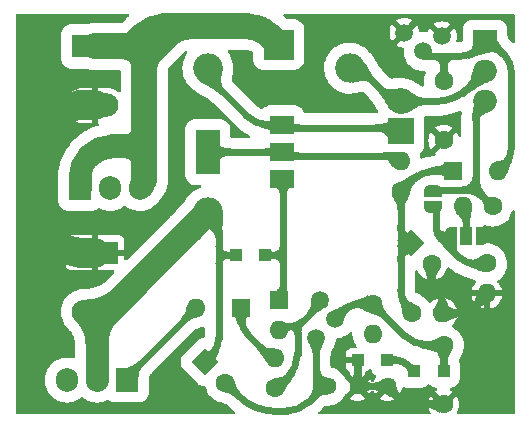
<source format=gbl>
%TF.GenerationSoftware,KiCad,Pcbnew,6.0.8+dfsg-1*%
%TF.CreationDate,2022-10-17T05:11:54+01:00*%
%TF.ProjectId,CapInrushLimBB-rounded,43617049-6e72-4757-9368-4c696d42422d,rev?*%
%TF.SameCoordinates,Original*%
%TF.FileFunction,Copper,L2,Bot*%
%TF.FilePolarity,Positive*%
%FSLAX46Y46*%
G04 Gerber Fmt 4.6, Leading zero omitted, Abs format (unit mm)*
G04 Created by KiCad (PCBNEW 6.0.8+dfsg-1) date 2022-10-17 05:11:54*
%MOMM*%
%LPD*%
G01*
G04 APERTURE LIST*
G04 Aperture macros list*
%AMRotRect*
0 Rectangle, with rotation*
0 The origin of the aperture is its center*
0 $1 length*
0 $2 width*
0 $3 Rotation angle, in degrees counterclockwise*
0 Add horizontal line*
21,1,$1,$2,0,0,$3*%
%AMFreePoly0*
4,1,22,0.500000,-0.750000,0.000000,-0.750000,0.000000,-0.745033,-0.079941,-0.743568,-0.215256,-0.701293,-0.333266,-0.622738,-0.424486,-0.514219,-0.481581,-0.384460,-0.499164,-0.250000,-0.500000,-0.250000,-0.500000,0.250000,-0.499164,0.250000,-0.499963,0.256109,-0.478152,0.396186,-0.417904,0.524511,-0.324060,0.630769,-0.204165,0.706417,-0.067858,0.745374,0.000000,0.744959,0.000000,0.750000,
0.500000,0.750000,0.500000,-0.750000,0.500000,-0.750000,$1*%
%AMFreePoly1*
4,1,20,0.000000,0.744959,0.073905,0.744508,0.209726,0.703889,0.328688,0.626782,0.421226,0.519385,0.479903,0.390333,0.500000,0.250000,0.500000,-0.250000,0.499851,-0.262216,0.476331,-0.402017,0.414519,-0.529596,0.319384,-0.634700,0.198574,-0.708877,0.061801,-0.746166,0.000000,-0.745033,0.000000,-0.750000,-0.500000,-0.750000,-0.500000,0.750000,0.000000,0.750000,0.000000,0.744959,
0.000000,0.744959,$1*%
%AMFreePoly2*
4,1,22,0.550000,-0.750000,0.000000,-0.750000,0.000000,-0.745033,-0.079941,-0.743568,-0.215256,-0.701293,-0.333266,-0.622738,-0.424486,-0.514219,-0.481581,-0.384460,-0.499164,-0.250000,-0.500000,-0.250000,-0.500000,0.250000,-0.499164,0.250000,-0.499963,0.256109,-0.478152,0.396186,-0.417904,0.524511,-0.324060,0.630769,-0.204165,0.706417,-0.067858,0.745374,0.000000,0.744959,0.000000,0.750000,
0.550000,0.750000,0.550000,-0.750000,0.550000,-0.750000,$1*%
%AMFreePoly3*
4,1,20,0.000000,0.744959,0.073905,0.744508,0.209726,0.703889,0.328688,0.626782,0.421226,0.519385,0.479903,0.390333,0.500000,0.250000,0.500000,-0.250000,0.499851,-0.262216,0.476331,-0.402017,0.414519,-0.529596,0.319384,-0.634700,0.198574,-0.708877,0.061801,-0.746166,0.000000,-0.745033,0.000000,-0.750000,-0.550000,-0.750000,-0.550000,0.750000,0.000000,0.750000,0.000000,0.744959,
0.000000,0.744959,$1*%
G04 Aperture macros list end*
%TA.AperFunction,ComponentPad*%
%ADD10R,2.500000X2.500000*%
%TD*%
%TA.AperFunction,ComponentPad*%
%ADD11O,2.500000X2.500000*%
%TD*%
%TA.AperFunction,ComponentPad*%
%ADD12RotRect,1.600000X1.600000X315.000000*%
%TD*%
%TA.AperFunction,ComponentPad*%
%ADD13C,1.600000*%
%TD*%
%TA.AperFunction,ComponentPad*%
%ADD14R,1.600000X1.600000*%
%TD*%
%TA.AperFunction,ComponentPad*%
%ADD15O,1.600000X1.600000*%
%TD*%
%TA.AperFunction,ComponentPad*%
%ADD16C,1.440000*%
%TD*%
%TA.AperFunction,ComponentPad*%
%ADD17C,1.500000*%
%TD*%
%TA.AperFunction,ComponentPad*%
%ADD18R,1.905000X2.000000*%
%TD*%
%TA.AperFunction,ComponentPad*%
%ADD19O,1.905000X2.000000*%
%TD*%
%TA.AperFunction,ComponentPad*%
%ADD20R,3.960000X1.980000*%
%TD*%
%TA.AperFunction,ComponentPad*%
%ADD21O,3.960000X1.980000*%
%TD*%
%TA.AperFunction,ComponentPad*%
%ADD22R,2.000000X1.905000*%
%TD*%
%TA.AperFunction,ComponentPad*%
%ADD23O,2.000000X1.905000*%
%TD*%
%TA.AperFunction,ComponentPad*%
%ADD24R,2.200000X2.200000*%
%TD*%
%TA.AperFunction,ComponentPad*%
%ADD25O,2.200000X2.200000*%
%TD*%
%TA.AperFunction,SMDPad,CuDef*%
%ADD26FreePoly0,270.000000*%
%TD*%
%TA.AperFunction,SMDPad,CuDef*%
%ADD27FreePoly1,270.000000*%
%TD*%
%TA.AperFunction,SMDPad,CuDef*%
%ADD28R,1.000000X1.000000*%
%TD*%
%TA.AperFunction,SMDPad,CuDef*%
%ADD29FreePoly2,0.000000*%
%TD*%
%TA.AperFunction,SMDPad,CuDef*%
%ADD30R,1.000000X1.500000*%
%TD*%
%TA.AperFunction,SMDPad,CuDef*%
%ADD31FreePoly3,0.000000*%
%TD*%
%TA.AperFunction,SMDPad,CuDef*%
%ADD32R,2.000000X1.500000*%
%TD*%
%TA.AperFunction,SMDPad,CuDef*%
%ADD33R,2.000000X3.800000*%
%TD*%
%TA.AperFunction,ViaPad*%
%ADD34C,1.200000*%
%TD*%
%TA.AperFunction,Conductor*%
%ADD35C,2.200000*%
%TD*%
%TA.AperFunction,Conductor*%
%ADD36C,0.609600*%
%TD*%
%TA.AperFunction,Conductor*%
%ADD37C,1.905000*%
%TD*%
%TA.AperFunction,Conductor*%
%ADD38C,2.000000*%
%TD*%
%TA.AperFunction,Conductor*%
%ADD39C,2.500000*%
%TD*%
G04 APERTURE END LIST*
D10*
X236540565Y-128532500D03*
D11*
X230540565Y-130532500D03*
X230540565Y-142732500D03*
X242540565Y-130532500D03*
D12*
X247721682Y-145371323D03*
D13*
X249489449Y-147139090D03*
D14*
X236537500Y-150177500D03*
D15*
X236537500Y-152717500D03*
D13*
X247811815Y-151288750D03*
D15*
X250351815Y-151288750D03*
D16*
X240665000Y-157480000D03*
X243205000Y-157480000D03*
X245745000Y-157480000D03*
D17*
X247176816Y-127518750D03*
X248764316Y-129106250D03*
X250351816Y-127836250D03*
D18*
X219710000Y-140712500D03*
D19*
X222250000Y-140712500D03*
X224790000Y-140712500D03*
D14*
X233368630Y-150812500D03*
D15*
X229558630Y-150812500D03*
D17*
X239712500Y-153352500D03*
X241300000Y-151765000D03*
X240030000Y-150177500D03*
D13*
X244475000Y-150495000D03*
D15*
X244475000Y-153035000D03*
D12*
X230256117Y-155394733D03*
D13*
X232023884Y-157162500D03*
X254638065Y-142240000D03*
D15*
X252098065Y-142240000D03*
D20*
X220980000Y-146142500D03*
D21*
X220980000Y-151142500D03*
D14*
X251304315Y-139223750D03*
D15*
X255114315Y-139223750D03*
D13*
X250507500Y-153987500D03*
X250507500Y-158987500D03*
D22*
X254000000Y-128270000D03*
D23*
X254000000Y-130810000D03*
X254000000Y-133350000D03*
D20*
X220980000Y-128680000D03*
D21*
X220980000Y-133680000D03*
D13*
X246859315Y-140970000D03*
D15*
X246859315Y-138430000D03*
D24*
X246859315Y-135890000D03*
D25*
X246859315Y-133350000D03*
D13*
X254161815Y-147068750D03*
D15*
X254161815Y-149608750D03*
D13*
X236220000Y-157572500D03*
D15*
X236220000Y-155032500D03*
D13*
X250510565Y-136643750D03*
X250510565Y-131643750D03*
D18*
X223681815Y-156933900D03*
D19*
X221141815Y-156933900D03*
X218601815Y-156933900D03*
D26*
X249558065Y-140955000D03*
D27*
X249558065Y-142255000D03*
D28*
X247987500Y-156210000D03*
X250487500Y-156210000D03*
D29*
X251115565Y-144780000D03*
D30*
X252415565Y-144780000D03*
D31*
X253715565Y-144780000D03*
D32*
X236833065Y-135336250D03*
X236833065Y-137636250D03*
X236833065Y-139936250D03*
D33*
X230533065Y-137636250D03*
D28*
X243225000Y-155257500D03*
X245725000Y-155257500D03*
X235409315Y-146367500D03*
X232909315Y-146367500D03*
D34*
X215900000Y-140652500D03*
D35*
X221555282Y-151142500D02*
X220980000Y-151142500D01*
D36*
X231460565Y-145643125D02*
X231460565Y-144303038D01*
X231460565Y-147091875D02*
X231460565Y-145643125D01*
D35*
X224965132Y-148307932D02*
X230540565Y-142732500D01*
D37*
X221141815Y-153828750D02*
X221141815Y-151130000D01*
D36*
X232184940Y-146367500D02*
X232909315Y-146367500D01*
D37*
X222196995Y-151281320D02*
X224647015Y-148831300D01*
D35*
X222537351Y-150735713D02*
X224965132Y-148307932D01*
D36*
X230256117Y-155394733D02*
X230858341Y-154792509D01*
D37*
X221141815Y-156933900D02*
X221141815Y-153828750D01*
X220104595Y-151324681D02*
X219973415Y-151193500D01*
D36*
X231460565Y-147091875D02*
X231460565Y-153338611D01*
X231000565Y-143192500D02*
X230540565Y-142732500D01*
D35*
X224965132Y-148307932D02*
X223348809Y-149924255D01*
X221555282Y-151142473D02*
G75*
G03*
X222537351Y-150735713I18J1388873D01*
G01*
D36*
X231460530Y-144303038D02*
G75*
G03*
X231000565Y-143192500I-1570530J38D01*
G01*
D37*
X222196975Y-151281300D02*
G75*
G03*
X221141815Y-153828750I2547425J-2547400D01*
G01*
D36*
X232184940Y-146367435D02*
G75*
G02*
X231460565Y-145643125I-40J724335D01*
G01*
D37*
X220104576Y-151324700D02*
G75*
G02*
X221141815Y-153828750I-2504076J-2504100D01*
G01*
D35*
X220192600Y-151231586D02*
G75*
G03*
X223348809Y-149924255I0J4463586D01*
G01*
D36*
X231460560Y-153338611D02*
G75*
G02*
X230858341Y-154792509I-2056160J11D01*
G01*
X231460500Y-147091875D02*
G75*
G02*
X232184940Y-146367500I724400J-25D01*
G01*
X244475000Y-150495000D02*
X247069474Y-153089474D01*
X250507500Y-156175857D02*
X250507500Y-153987500D01*
X250497500Y-156200000D02*
X250487500Y-156210000D01*
X244475000Y-150495000D02*
X243468025Y-150495000D01*
X249237500Y-153987500D02*
X250507500Y-153987500D01*
X241935000Y-151130000D02*
X241300000Y-151765000D01*
X249237500Y-153987485D02*
G75*
G02*
X247069475Y-153089473I0J3066085D01*
G01*
X250497512Y-156200012D02*
G75*
G03*
X250507500Y-156175857I-24112J24112D01*
G01*
X241934992Y-151129992D02*
G75*
G02*
X243468025Y-150495000I1533008J-1533008D01*
G01*
X240552746Y-157367746D02*
X240188750Y-157003750D01*
X236088932Y-159543750D02*
X237273471Y-159543750D01*
X239395000Y-158432500D02*
X238998125Y-158829375D01*
X239712500Y-157201019D02*
X239712500Y-155853980D01*
X239712500Y-157665987D02*
X239712500Y-157201019D01*
X240030000Y-157797500D02*
X239395000Y-158432500D01*
X239712500Y-155853980D02*
X239712500Y-153352500D01*
X233214509Y-158353125D02*
X232023884Y-157162500D01*
X240235246Y-157592253D02*
X240030000Y-157797500D01*
X237273471Y-159543723D02*
G75*
G03*
X238998125Y-158829375I29J2439023D01*
G01*
X240188744Y-157003756D02*
G75*
G02*
X239712500Y-155853980I1149756J1149756D01*
G01*
X240030022Y-157797522D02*
G75*
G02*
X239712500Y-157665987I-131522J131522D01*
G01*
X236088932Y-159543726D02*
G75*
G02*
X233214510Y-158353124I-32J4065026D01*
G01*
X240506250Y-157479960D02*
G75*
G03*
X240552745Y-157367747I-50J65760D01*
G01*
X239712547Y-157201019D02*
G75*
G02*
X240188750Y-157003750I278953J19D01*
G01*
X240235233Y-157592240D02*
G75*
G02*
X240506250Y-157480000I270967J-270960D01*
G01*
X239712494Y-157665987D02*
G75*
G02*
X239395000Y-158432500I-1083994J-13D01*
G01*
X246859315Y-140970000D02*
X246859315Y-143899170D01*
X247335565Y-150495000D02*
X247699561Y-150858996D01*
X246859315Y-145118741D02*
X246859315Y-143899170D01*
X246859315Y-145623904D02*
X246859315Y-145118741D01*
X247811815Y-151130000D02*
X247811815Y-151288750D01*
X246859315Y-149345230D02*
X246859315Y-146843475D01*
X246859315Y-146843475D02*
X246859315Y-145623904D01*
X249840350Y-139223750D02*
X251304315Y-139223750D01*
X247732440Y-140096875D02*
X246859315Y-140970000D01*
X247290475Y-145802483D02*
G75*
G03*
X247290497Y-144940140I-431175J431183D01*
G01*
X246859307Y-146843475D02*
G75*
G02*
X247290498Y-145802506I1472193J-25D01*
G01*
X247811827Y-151130000D02*
G75*
G03*
X247699561Y-150858996I-383227J0D01*
G01*
X247732412Y-140096847D02*
G75*
G02*
X249840350Y-139223750I2107888J-2107953D01*
G01*
X247290477Y-144940160D02*
G75*
G02*
X246859315Y-143899170I1041023J1040960D01*
G01*
X246859351Y-145118741D02*
G75*
G02*
X247290498Y-144940139I252549J41D01*
G01*
X247335587Y-150494978D02*
G75*
G02*
X246859315Y-149345230I1149713J1149778D01*
G01*
X247290501Y-145802509D02*
G75*
G02*
X246859315Y-145623904I-178601J178609D01*
G01*
D35*
X224637499Y-128157499D02*
X225056073Y-127738926D01*
D38*
X225160000Y-140017500D02*
X225160701Y-140018201D01*
X225160701Y-140018201D02*
X225160701Y-140130636D01*
D35*
X227146073Y-127738926D02*
X225682500Y-129202500D01*
D38*
X225136257Y-138463995D02*
X225136257Y-139993757D01*
D35*
X228930000Y-127000000D02*
X233924423Y-127000000D01*
X225160000Y-135568750D02*
X225160000Y-140017500D01*
X223376073Y-128680000D02*
X220980000Y-128680000D01*
X226840000Y-127000000D02*
X228930000Y-127000000D01*
D38*
X222420032Y-137160000D02*
X223568750Y-137160000D01*
X225136257Y-139993757D02*
X225160000Y-140017500D01*
D37*
X219710000Y-139730000D02*
X219710000Y-140712500D01*
X220503749Y-137953749D02*
X220404732Y-138052767D01*
D35*
X225160000Y-135568750D02*
X225160000Y-130463926D01*
X235774315Y-127766250D02*
X236540565Y-128532500D01*
X223376073Y-128680012D02*
G75*
G02*
X224637499Y-129202501I27J-1783888D01*
G01*
X226840000Y-127000081D02*
G75*
G02*
X227146073Y-127738926I0J-432819D01*
G01*
X224637499Y-129202501D02*
G75*
G02*
X224637499Y-128157499I522501J522501D01*
G01*
D38*
X220503741Y-137953741D02*
G75*
G02*
X222420032Y-137160000I1916259J-1916259D01*
G01*
D35*
X225056085Y-127738938D02*
G75*
G02*
X226840000Y-127000000I1783915J-1783862D01*
G01*
X225682500Y-129202500D02*
G75*
G02*
X224637500Y-129202500I-522500J522502D01*
G01*
X224637508Y-129202492D02*
G75*
G02*
X225160000Y-130463926I-1261408J-1261408D01*
G01*
D38*
X225136195Y-138464006D02*
G75*
G03*
X223568750Y-137160000I-1569395J-292394D01*
G01*
X224975023Y-140527523D02*
G75*
G03*
X225160700Y-140130636I-465223J459523D01*
G01*
X225160000Y-135568750D02*
G75*
G02*
X223568750Y-137160000I-1591300J50D01*
G01*
D35*
X225160012Y-130463926D02*
G75*
G02*
X225682501Y-129202501I1783888J26D01*
G01*
X227146085Y-127738938D02*
G75*
G02*
X228930000Y-127000000I1783915J-1783862D01*
G01*
X233924423Y-126999972D02*
G75*
G02*
X235774314Y-127766251I-23J-2616128D01*
G01*
X224637508Y-128157508D02*
G75*
G02*
X223376073Y-128680000I-1261408J1261408D01*
G01*
D37*
X219710010Y-139730000D02*
G75*
G02*
X220404732Y-138052767I2371990J0D01*
G01*
D36*
X236537500Y-157797500D02*
X236220000Y-157797500D01*
X233753731Y-134531916D02*
X230508065Y-131286250D01*
X239917746Y-150607253D02*
X238516802Y-152008197D01*
X240030000Y-150336250D02*
X240030000Y-150177500D01*
X240347500Y-150495000D02*
X240347500Y-150177500D01*
X223768288Y-156602841D02*
X229558630Y-150812500D01*
X236332500Y-157572500D02*
X236220000Y-157572500D01*
X237236368Y-135572500D02*
X246065565Y-135572500D01*
X238125000Y-152954092D02*
X238125000Y-154704560D01*
X236756525Y-152660289D02*
X236858065Y-152558750D01*
X223681815Y-156811607D02*
X223681815Y-156933900D01*
X236618407Y-152717500D02*
X236537500Y-152717500D01*
X237284999Y-156732499D02*
X236524549Y-157492950D01*
X236666011Y-135336250D02*
X235695565Y-135336250D01*
X237570907Y-152400000D02*
X237241321Y-152400000D01*
X223681804Y-156811607D02*
G75*
G02*
X223768288Y-156602841I295196J7D01*
G01*
X238516799Y-152008194D02*
G75*
G02*
X237570907Y-152400000I-945899J945894D01*
G01*
X236666011Y-135336227D02*
G75*
G02*
X236951190Y-135454375I-11J-403273D01*
G01*
X236858056Y-152558741D02*
G75*
G02*
X237241321Y-152400000I383244J-383259D01*
G01*
X235695565Y-135336279D02*
G75*
G02*
X233753732Y-134531915I35J2746179D01*
G01*
X236332500Y-157572499D02*
G75*
G03*
X236524549Y-157492950I0J271599D01*
G01*
X236618407Y-152717512D02*
G75*
G03*
X236756524Y-152660288I-7J195312D01*
G01*
X239917731Y-150607238D02*
G75*
G03*
X240030000Y-150336250I-271031J271038D01*
G01*
X237570907Y-152400000D02*
G75*
G02*
X238125000Y-152954092I-7J-554100D01*
G01*
X237236368Y-135572523D02*
G75*
G02*
X236951190Y-135454375I32J403323D01*
G01*
X237285012Y-156732512D02*
G75*
G03*
X238125000Y-154704560I-2027912J2027912D01*
G01*
X238124995Y-152954092D02*
G75*
G02*
X238516802Y-152008197I1337705J-8D01*
G01*
X249779266Y-133350000D02*
X246859315Y-133350000D01*
X246383065Y-133508750D02*
X243366815Y-130492500D01*
X252653690Y-132159375D02*
X253844315Y-130968750D01*
X253844315Y-130810000D02*
X254000000Y-130810000D01*
X249779266Y-133349961D02*
G75*
G03*
X252653690Y-132159375I34J4065061D01*
G01*
X250257844Y-145003529D02*
X250498690Y-145244375D01*
X250416190Y-144621250D02*
X250956815Y-144621250D01*
X249875565Y-144080625D02*
X249875565Y-142398750D01*
X251304315Y-145955625D02*
X251304315Y-144874375D01*
X253221707Y-147095000D02*
X254161815Y-147095000D01*
X250498690Y-145244375D02*
X251732440Y-146478125D01*
X250416190Y-144621235D02*
G75*
G02*
X249875565Y-144080625I10J540635D01*
G01*
X250257830Y-145003543D02*
G75*
G02*
X250416190Y-144621250I158370J158343D01*
G01*
X249875533Y-144080625D02*
G75*
G03*
X250257844Y-145003529I1305167J25D01*
G01*
X253221707Y-147095006D02*
G75*
G02*
X251732441Y-146478124I-7J2106106D01*
G01*
X246046305Y-137953750D02*
X237334315Y-137953750D01*
X246621190Y-138191875D02*
X246859315Y-138430000D01*
X236833065Y-137636250D02*
X230533065Y-137636250D01*
X246046305Y-137953759D02*
G75*
G02*
X246621189Y-138191876I-5J-813041D01*
G01*
X247498154Y-155720654D02*
X247987500Y-156210000D01*
X246380000Y-155257500D02*
X245725000Y-155257500D01*
X246380000Y-155257498D02*
G75*
G02*
X247498153Y-155720655I0J-1581302D01*
G01*
X249489449Y-148387849D02*
X249489449Y-147139090D01*
X251416815Y-151288750D02*
X250351815Y-151288750D01*
D39*
X216112500Y-142277072D02*
X216112500Y-137366181D01*
D36*
X243215000Y-155267500D02*
X243225000Y-155257500D01*
X246498750Y-158233750D02*
X245745000Y-157480000D01*
X248318463Y-158987500D02*
X250507500Y-158987500D01*
X253234883Y-150535681D02*
X254161815Y-149608750D01*
X243205000Y-157480000D02*
X245745000Y-157480000D01*
D39*
X219625907Y-133680000D02*
X220980000Y-133680000D01*
X217314326Y-134637487D02*
X217192157Y-134759657D01*
D36*
X250351815Y-150469784D02*
X250351815Y-151288750D01*
X243205000Y-157480000D02*
X243205000Y-155291642D01*
D39*
X217244657Y-145010342D02*
X217456450Y-145222135D01*
X219678407Y-146142500D02*
X220980000Y-146142500D01*
X217314317Y-134637478D02*
G75*
G02*
X219625907Y-133680000I2311583J-2311622D01*
G01*
D36*
X248318463Y-158987515D02*
G75*
G02*
X246498750Y-158233750I37J2573515D01*
G01*
X249920607Y-149428842D02*
G75*
G02*
X249489449Y-148387849I1040993J1040942D01*
G01*
X251416815Y-151288756D02*
G75*
G03*
X253234883Y-150535681I-15J2571156D01*
G01*
X250351836Y-150469784D02*
G75*
G03*
X249920632Y-149428817I-1472136J-16D01*
G01*
D39*
X216112492Y-137366181D02*
G75*
G02*
X217192157Y-134759657I3686208J-19D01*
G01*
X219678407Y-146142501D02*
G75*
G02*
X217456450Y-145222135I-7J3142301D01*
G01*
X217244649Y-145010350D02*
G75*
G02*
X216112500Y-142277072I2733251J2733250D01*
G01*
D36*
X243205018Y-155291642D02*
G75*
G02*
X243215000Y-155267500I34082J42D01*
G01*
X233368630Y-151687157D02*
X233368630Y-150812500D01*
X235704722Y-154897907D02*
X233987106Y-153180291D01*
X236029657Y-155032500D02*
X236220000Y-155032500D01*
X236029657Y-155032538D02*
G75*
G02*
X235704722Y-154897907I43J459538D01*
G01*
X233987093Y-153180304D02*
G75*
G02*
X233368630Y-151687157I1493107J1493104D01*
G01*
X236171078Y-146367500D02*
X235409315Y-146367500D01*
X236932842Y-145605736D02*
X236932842Y-147129263D01*
X236932842Y-149979829D02*
X236932842Y-147129263D01*
X236882953Y-139986138D02*
X236833065Y-139936250D01*
X236932842Y-140106579D02*
X236932842Y-145605736D01*
X236735171Y-150177500D02*
X236537500Y-150177500D01*
X236171078Y-146367558D02*
G75*
G02*
X236932842Y-147129263I22J-761742D01*
G01*
X236932852Y-140106579D02*
G75*
G03*
X236882953Y-139986138I-170352J-21D01*
G01*
X236735171Y-150177442D02*
G75*
G03*
X236932842Y-149979829I29J197642D01*
G01*
X236932900Y-145605736D02*
G75*
G02*
X236171078Y-146367500I-761800J36D01*
G01*
X256222500Y-137331959D02*
X256222500Y-130810000D01*
X249637440Y-129540000D02*
X251383690Y-129540000D01*
X251831974Y-129540000D02*
X251383690Y-129540000D01*
X250510565Y-130413125D02*
X250510565Y-131643750D01*
X249637440Y-129540000D02*
X248764315Y-129540000D01*
X255748750Y-129544933D02*
X254473817Y-128270000D01*
X253365000Y-128905000D02*
X254000000Y-128270000D01*
X255668407Y-138669657D02*
X255114315Y-139223750D01*
X249637440Y-129539935D02*
G75*
G02*
X250510565Y-130413125I-40J-873165D01*
G01*
X250510600Y-130413125D02*
G75*
G02*
X251383690Y-129540000I873100J25D01*
G01*
X251831974Y-129539989D02*
G75*
G03*
X253365000Y-128905000I26J2167989D01*
G01*
X255748745Y-129544938D02*
G75*
G02*
X256222499Y-130810000I-1461245J-1268462D01*
G01*
X255668430Y-138669680D02*
G75*
G03*
X256222500Y-137331959I-1337730J1337680D01*
G01*
X253604657Y-133745342D02*
X254000000Y-133350000D01*
X253209315Y-134699783D02*
X253209315Y-139800971D01*
X249803461Y-140811250D02*
X252199036Y-140811250D01*
X249629940Y-140883125D02*
X249558065Y-140955000D01*
X253923690Y-141525625D02*
X254638065Y-142240000D01*
X252199036Y-140811231D02*
G75*
G02*
X253923690Y-141525625I-36J-2439069D01*
G01*
X253209304Y-134699783D02*
G75*
G02*
X253604658Y-133745343I1349796J-17D01*
G01*
X249629969Y-140883154D02*
G75*
G02*
X249803461Y-140811250I173531J-173446D01*
G01*
X253209250Y-139800971D02*
G75*
G02*
X252199036Y-140811250I-1010250J-29D01*
G01*
X253923685Y-141525630D02*
G75*
G02*
X253209315Y-139800971I1724615J1724630D01*
G01*
X252256815Y-142398750D02*
X252098065Y-142240000D01*
X252415565Y-142782006D02*
X252415565Y-144780000D01*
X252415572Y-142782006D02*
G75*
G03*
X252256815Y-142398750I-541972J6D01*
G01*
%TA.AperFunction,Conductor*%
G36*
X242745527Y-152835517D02*
G01*
X242775480Y-152899885D01*
X242776260Y-152931331D01*
X242770316Y-152990361D01*
X242770540Y-152995027D01*
X242770540Y-152995033D01*
X242775640Y-153101201D01*
X242782443Y-153242820D01*
X242784540Y-153253363D01*
X242830531Y-153484574D01*
X242831752Y-153490713D01*
X242833331Y-153495111D01*
X242833333Y-153495118D01*
X242876969Y-153616654D01*
X242917160Y-153728595D01*
X243036792Y-153951240D01*
X243039587Y-153954984D01*
X243039589Y-153954986D01*
X243109129Y-154048111D01*
X243133861Y-154114661D01*
X243118687Y-154184017D01*
X243068425Y-154234159D01*
X243008171Y-154249500D01*
X242680332Y-154249501D01*
X242673510Y-154249871D01*
X242622648Y-154255395D01*
X242607396Y-154259021D01*
X242486946Y-154304176D01*
X242471351Y-154312714D01*
X242369276Y-154389215D01*
X242356715Y-154401776D01*
X242280214Y-154503851D01*
X242271676Y-154519446D01*
X242226522Y-154639894D01*
X242222895Y-154655149D01*
X242217369Y-154706014D01*
X242217000Y-154712828D01*
X242217000Y-154985385D01*
X242221475Y-155000624D01*
X242222865Y-155001829D01*
X242230548Y-155003500D01*
X243353000Y-155003500D01*
X243421121Y-155023502D01*
X243467614Y-155077158D01*
X243479000Y-155129500D01*
X243479000Y-155282542D01*
X243234910Y-155007697D01*
X242766715Y-155457435D01*
X242789423Y-155511500D01*
X242235116Y-155511500D01*
X242219877Y-155515975D01*
X242218672Y-155517365D01*
X242217001Y-155525048D01*
X242217001Y-155802169D01*
X242217371Y-155808990D01*
X242222895Y-155859852D01*
X242226521Y-155875104D01*
X242271676Y-155995554D01*
X242280214Y-156011149D01*
X242356715Y-156113224D01*
X242369276Y-156125785D01*
X242471351Y-156202286D01*
X242486948Y-156210825D01*
X242516731Y-156221990D01*
X242573496Y-156264631D01*
X242598196Y-156331192D01*
X242582989Y-156400541D01*
X242560499Y-156425637D01*
X242560703Y-156425800D01*
X242541017Y-156450428D01*
X242548083Y-156463872D01*
X242789623Y-156705413D01*
X242768685Y-156753783D01*
X242723903Y-156843869D01*
X242673474Y-156939337D01*
X242617728Y-157045123D01*
X242557000Y-157166160D01*
X242852172Y-157473103D01*
X242845000Y-157480000D01*
X243028519Y-157656481D01*
X243205000Y-157840000D01*
X243211897Y-157832828D01*
X243518840Y-158128000D01*
X243639876Y-158067271D01*
X243745662Y-158011525D01*
X243841130Y-157961096D01*
X243931216Y-157916314D01*
X243979586Y-157895376D01*
X244221851Y-158137640D01*
X244233621Y-158144067D01*
X244245635Y-158134772D01*
X244269387Y-158100850D01*
X244274865Y-158091364D01*
X244360805Y-157907065D01*
X244407722Y-157853780D01*
X244476000Y-157834319D01*
X244543960Y-157854861D01*
X244589195Y-157907065D01*
X244675135Y-158091364D01*
X244680613Y-158100850D01*
X244704949Y-158135607D01*
X244715427Y-158143982D01*
X244728873Y-158136915D01*
X244970413Y-157895376D01*
X245018783Y-157916314D01*
X245108869Y-157961096D01*
X245204337Y-158011525D01*
X245310123Y-158067271D01*
X245431160Y-158128000D01*
X245506667Y-158055389D01*
X245507091Y-158077119D01*
X245087360Y-158496851D01*
X245080933Y-158508621D01*
X245090227Y-158520635D01*
X245124146Y-158544385D01*
X245133641Y-158549868D01*
X245318413Y-158636028D01*
X245328705Y-158639774D01*
X245525632Y-158692540D01*
X245536425Y-158694443D01*
X245739525Y-158712212D01*
X245750475Y-158712212D01*
X245953575Y-158694443D01*
X245964368Y-158692540D01*
X246161295Y-158639774D01*
X246171587Y-158636028D01*
X246320857Y-158566423D01*
X246426507Y-158634517D01*
X246566721Y-158722904D01*
X246730330Y-158821549D01*
X246924375Y-158932155D01*
X247219637Y-158398835D01*
X247053498Y-158298764D01*
X246919763Y-158200868D01*
X246813506Y-158103044D01*
X246810317Y-158099240D01*
X246814865Y-158091364D01*
X246901028Y-157906587D01*
X246904774Y-157896295D01*
X246957540Y-157699368D01*
X246959443Y-157688575D01*
X246963010Y-157647804D01*
X246988873Y-157581685D01*
X247046376Y-157540045D01*
X247117263Y-157536104D01*
X247145731Y-157546516D01*
X247157127Y-157552322D01*
X247157131Y-157552324D01*
X247163012Y-157555320D01*
X247169385Y-157557028D01*
X247169386Y-157557028D01*
X247340277Y-157602818D01*
X247340283Y-157602819D01*
X247345855Y-157604312D01*
X247351611Y-157604765D01*
X247422023Y-157610307D01*
X247422030Y-157610307D01*
X247424479Y-157610500D01*
X247987272Y-157610500D01*
X248550520Y-157610499D01*
X248599443Y-157606649D01*
X248623391Y-157604765D01*
X248623393Y-157604765D01*
X248629145Y-157604312D01*
X248811988Y-157555320D01*
X248934669Y-157492811D01*
X248974768Y-157472380D01*
X248974771Y-157472378D01*
X248980649Y-157469383D01*
X248985778Y-157465230D01*
X248985782Y-157465227D01*
X249122626Y-157354412D01*
X249127757Y-157350257D01*
X249139582Y-157335655D01*
X249197995Y-157295304D01*
X249268952Y-157292940D01*
X249329923Y-157329313D01*
X249335410Y-157335644D01*
X249347243Y-157350257D01*
X249352374Y-157354412D01*
X249489218Y-157465227D01*
X249489222Y-157465230D01*
X249494351Y-157469383D01*
X249500229Y-157472378D01*
X249500232Y-157472380D01*
X249540331Y-157492811D01*
X249663012Y-157555320D01*
X249669385Y-157557028D01*
X249669386Y-157557028D01*
X249845855Y-157604312D01*
X249845484Y-157605698D01*
X249902997Y-157633894D01*
X249939728Y-157694650D01*
X249937781Y-157765620D01*
X249897774Y-157824271D01*
X249871154Y-157841015D01*
X249855989Y-157848086D01*
X249846494Y-157853569D01*
X249794452Y-157890009D01*
X249786076Y-157900488D01*
X249793144Y-157913934D01*
X250150783Y-158271573D01*
X250021698Y-158337246D01*
X249902884Y-158402525D01*
X249796574Y-158462661D01*
X249696993Y-158516976D01*
X249684044Y-158523254D01*
X249433213Y-158272423D01*
X249421438Y-158265993D01*
X249409423Y-158275289D01*
X249373569Y-158326494D01*
X249368086Y-158335989D01*
X249276010Y-158533447D01*
X249272264Y-158543739D01*
X249240175Y-158663498D01*
X249097952Y-158677532D01*
X248917500Y-158682700D01*
X248917500Y-159292300D01*
X249097952Y-159297467D01*
X249240175Y-159311501D01*
X249272264Y-159431261D01*
X249276010Y-159441553D01*
X249368086Y-159639011D01*
X249368657Y-159639999D01*
X249368776Y-159640490D01*
X249370412Y-159643998D01*
X249369707Y-159644327D01*
X249385395Y-159708994D01*
X249362175Y-159776086D01*
X249306369Y-159819974D01*
X249259538Y-159829000D01*
X240007241Y-159829000D01*
X239939120Y-159808998D01*
X239892627Y-159755342D01*
X239882523Y-159685068D01*
X239912017Y-159620488D01*
X239918146Y-159613905D01*
X240178956Y-159353095D01*
X240192661Y-159341233D01*
X240201975Y-159334278D01*
X240201980Y-159334274D01*
X240204958Y-159332050D01*
X240250927Y-159288427D01*
X240253297Y-159285577D01*
X240253302Y-159285572D01*
X240277476Y-159256506D01*
X240280397Y-159253118D01*
X240290343Y-159241988D01*
X240295200Y-159236851D01*
X240315376Y-159216675D01*
X240328321Y-159205385D01*
X240347567Y-159190786D01*
X240347575Y-159190779D01*
X240350196Y-159188791D01*
X240352601Y-159186534D01*
X240352608Y-159186528D01*
X240398844Y-159143136D01*
X240462204Y-159111104D01*
X240478873Y-159109165D01*
X240483086Y-159108958D01*
X240486773Y-159108832D01*
X240577168Y-159107095D01*
X240655963Y-159105840D01*
X240683122Y-159105407D01*
X240683125Y-159105407D01*
X240686564Y-159105352D01*
X240716237Y-159101616D01*
X240722063Y-159101020D01*
X240919286Y-159085498D01*
X240924093Y-159084344D01*
X240924099Y-159084343D01*
X241082111Y-159046408D01*
X241167311Y-159025953D01*
X241171884Y-159024059D01*
X241398393Y-158930236D01*
X241398397Y-158930234D01*
X241402967Y-158928341D01*
X241620451Y-158795066D01*
X241814410Y-158629410D01*
X241917573Y-158508621D01*
X242540933Y-158508621D01*
X242550227Y-158520635D01*
X242584146Y-158544385D01*
X242593641Y-158549868D01*
X242778413Y-158636028D01*
X242788705Y-158639774D01*
X242985632Y-158692540D01*
X242996425Y-158694443D01*
X243199525Y-158712212D01*
X243210475Y-158712212D01*
X243413575Y-158694443D01*
X243424368Y-158692540D01*
X243621295Y-158639774D01*
X243631587Y-158636028D01*
X243816359Y-158549868D01*
X243825854Y-158544385D01*
X243860607Y-158520051D01*
X243868983Y-158509572D01*
X243861916Y-158496127D01*
X243217811Y-157852021D01*
X243203868Y-157844408D01*
X243202034Y-157844539D01*
X243195420Y-157848790D01*
X242547360Y-158496851D01*
X242540933Y-158508621D01*
X241917573Y-158508621D01*
X241980066Y-158435451D01*
X242113341Y-158217967D01*
X242117099Y-158208895D01*
X242117795Y-158207215D01*
X242162344Y-158151935D01*
X242175580Y-158143903D01*
X242188873Y-158136916D01*
X242832979Y-157492811D01*
X242840592Y-157478868D01*
X242840461Y-157477034D01*
X242836210Y-157470420D01*
X242188151Y-156822362D01*
X242173487Y-156814355D01*
X242123285Y-156764153D01*
X242117462Y-156751983D01*
X242115234Y-156746604D01*
X242113341Y-156742033D01*
X241980066Y-156524549D01*
X241814410Y-156330590D01*
X241620451Y-156164934D01*
X241402967Y-156031659D01*
X241368625Y-156017434D01*
X241214812Y-155953722D01*
X241211810Y-155952432D01*
X241186189Y-155941033D01*
X241186184Y-155941031D01*
X241183161Y-155939686D01*
X241177537Y-155937860D01*
X241175671Y-155937172D01*
X241171883Y-155935941D01*
X241167311Y-155934047D01*
X241162497Y-155932891D01*
X241158832Y-155931700D01*
X241156792Y-155931125D01*
X241078674Y-155905763D01*
X241078309Y-155905650D01*
X241078266Y-155905636D01*
X241056667Y-155898931D01*
X241056622Y-155898917D01*
X241056302Y-155898818D01*
X241055708Y-155898642D01*
X241055382Y-155898550D01*
X241055326Y-155898534D01*
X241040404Y-155894332D01*
X241032110Y-155891996D01*
X241011286Y-155886435D01*
X240950634Y-155849532D01*
X240919561Y-155785697D01*
X240917800Y-155764702D01*
X240917800Y-154900889D01*
X240918876Y-154884457D01*
X240922360Y-154857972D01*
X240922361Y-154857965D01*
X240922790Y-154854700D01*
X240926030Y-154730422D01*
X240926494Y-154722413D01*
X240927971Y-154706014D01*
X240932759Y-154652842D01*
X240934039Y-154643003D01*
X240940286Y-154606345D01*
X240942689Y-154595277D01*
X240947307Y-154577831D01*
X240950716Y-154566963D01*
X240956776Y-154550320D01*
X240960423Y-154541386D01*
X240975449Y-154508256D01*
X240978242Y-154502492D01*
X241009598Y-154441765D01*
X241010796Y-154439502D01*
X241059744Y-154349390D01*
X241062145Y-154344941D01*
X241121411Y-154234368D01*
X241127052Y-154223672D01*
X241127148Y-154223487D01*
X241131835Y-154214329D01*
X241186445Y-154106101D01*
X241187654Y-154104128D01*
X241188633Y-154101765D01*
X241192181Y-154094733D01*
X241196829Y-154082209D01*
X241198547Y-154077831D01*
X241285179Y-153868683D01*
X241285180Y-153868681D01*
X241287073Y-153864110D01*
X241319056Y-153730891D01*
X241346566Y-153616307D01*
X241346567Y-153616301D01*
X241347721Y-153611494D01*
X241354069Y-153530830D01*
X241354692Y-153522918D01*
X241379977Y-153456577D01*
X241437115Y-153414437D01*
X241470418Y-153407192D01*
X241493494Y-153405376D01*
X241558994Y-153400221D01*
X241563801Y-153399067D01*
X241563807Y-153399066D01*
X241734215Y-153358154D01*
X241811610Y-153339573D01*
X241816183Y-153337679D01*
X242047054Y-153242049D01*
X242047058Y-153242047D01*
X242051628Y-153240154D01*
X242273140Y-153104412D01*
X242470689Y-152935689D01*
X242473897Y-152931933D01*
X242473902Y-152931928D01*
X242555083Y-152836877D01*
X242614533Y-152798067D01*
X242685528Y-152797560D01*
X242745527Y-152835517D01*
G37*
%TD.AperFunction*%
%TA.AperFunction,Conductor*%
G36*
X223820819Y-125939752D02*
G01*
X223867312Y-125993408D01*
X223877416Y-126063682D01*
X223847922Y-126128262D01*
X223837824Y-126138645D01*
X223754751Y-126214770D01*
X223746068Y-126222037D01*
X223732283Y-126232557D01*
X223732275Y-126232563D01*
X223729717Y-126234516D01*
X223727365Y-126236725D01*
X223684953Y-126276554D01*
X223637872Y-126320767D01*
X223635774Y-126323185D01*
X223635770Y-126323189D01*
X223593387Y-126372033D01*
X223587315Y-126378550D01*
X223324005Y-126641859D01*
X223315991Y-126648868D01*
X223316152Y-126649058D01*
X223315453Y-126649650D01*
X223314733Y-126649969D01*
X223311351Y-126652927D01*
X223311161Y-126653072D01*
X223310294Y-126651936D01*
X223250543Y-126678412D01*
X223234021Y-126679500D01*
X220907830Y-126679500D01*
X220697407Y-126694399D01*
X220693052Y-126695337D01*
X220693049Y-126695337D01*
X220424800Y-126753089D01*
X220424798Y-126753089D01*
X220420453Y-126754025D01*
X220416278Y-126755565D01*
X220416279Y-126755565D01*
X220345402Y-126781713D01*
X220301791Y-126789501D01*
X218936980Y-126789501D01*
X218888057Y-126793351D01*
X218864109Y-126795235D01*
X218864107Y-126795235D01*
X218858355Y-126795688D01*
X218770539Y-126819218D01*
X218683876Y-126842439D01*
X218675512Y-126844680D01*
X218600613Y-126882843D01*
X218512732Y-126927620D01*
X218512729Y-126927622D01*
X218506851Y-126930617D01*
X218501722Y-126934770D01*
X218501718Y-126934773D01*
X218367427Y-127043521D01*
X218359743Y-127049743D01*
X218355588Y-127054874D01*
X218244773Y-127191718D01*
X218244770Y-127191722D01*
X218240617Y-127196851D01*
X218237622Y-127202729D01*
X218237620Y-127202732D01*
X218198421Y-127279666D01*
X218154680Y-127365512D01*
X218152972Y-127371885D01*
X218152972Y-127371886D01*
X218107182Y-127542777D01*
X218107181Y-127542783D01*
X218105688Y-127548355D01*
X218105235Y-127554111D01*
X218099857Y-127622446D01*
X218099500Y-127626979D01*
X218099501Y-129733020D01*
X218105688Y-129811645D01*
X218154680Y-129994488D01*
X218195793Y-130075176D01*
X218212002Y-130106988D01*
X218240617Y-130163149D01*
X218244770Y-130168278D01*
X218244773Y-130168282D01*
X218353521Y-130302573D01*
X218359743Y-130310257D01*
X218364874Y-130314412D01*
X218501718Y-130425227D01*
X218501722Y-130425230D01*
X218506851Y-130429383D01*
X218512729Y-130432378D01*
X218512732Y-130432380D01*
X218589666Y-130471580D01*
X218675512Y-130515320D01*
X218681885Y-130517028D01*
X218681886Y-130517028D01*
X218852777Y-130562818D01*
X218852783Y-130562819D01*
X218858355Y-130564312D01*
X218864111Y-130564765D01*
X218934523Y-130570307D01*
X218934530Y-130570307D01*
X218936979Y-130570500D01*
X220293840Y-130570500D01*
X220341141Y-130579716D01*
X220356100Y-130585775D01*
X220356108Y-130585778D01*
X220360232Y-130587448D01*
X220364545Y-130588519D01*
X220364550Y-130588521D01*
X220630856Y-130654672D01*
X220630861Y-130654673D01*
X220635177Y-130655745D01*
X220639605Y-130656199D01*
X220639607Y-130656199D01*
X220715307Y-130663955D01*
X220876790Y-130680500D01*
X223033500Y-130680500D01*
X223101621Y-130700502D01*
X223148114Y-130754158D01*
X223159500Y-130806500D01*
X223159500Y-132449894D01*
X223139498Y-132518015D01*
X223085842Y-132564508D01*
X223015568Y-132574612D01*
X222946448Y-132540987D01*
X222919690Y-132515416D01*
X222911684Y-132508933D01*
X222716726Y-132375943D01*
X222707774Y-132370857D01*
X222493715Y-132271494D01*
X222484055Y-132267940D01*
X222256631Y-132204870D01*
X222246527Y-132202943D01*
X222053898Y-132182356D01*
X222047206Y-132182000D01*
X221252115Y-132182000D01*
X221236876Y-132186475D01*
X221235671Y-132187865D01*
X221234000Y-132195548D01*
X221234000Y-135159885D01*
X221238475Y-135175124D01*
X221264170Y-135197389D01*
X221263215Y-135198491D01*
X221273525Y-135204121D01*
X221307550Y-135266433D01*
X221302486Y-135337249D01*
X221259939Y-135394085D01*
X221222319Y-135413386D01*
X221147539Y-135436963D01*
X220844254Y-135532586D01*
X220844245Y-135532589D01*
X220841642Y-135533410D01*
X220469684Y-135687477D01*
X220467266Y-135688736D01*
X220467259Y-135688739D01*
X220193027Y-135831494D01*
X220112570Y-135873377D01*
X219773017Y-136089695D01*
X219770842Y-136091364D01*
X219458138Y-136331309D01*
X219453609Y-136334784D01*
X219451586Y-136336638D01*
X219451575Y-136336647D01*
X219264838Y-136507760D01*
X219256156Y-136515026D01*
X219250049Y-136519687D01*
X219243715Y-136524521D01*
X219156460Y-136606460D01*
X218980065Y-136809735D01*
X218872901Y-136975704D01*
X218859953Y-136992473D01*
X218842361Y-137011672D01*
X218840680Y-137013863D01*
X218619443Y-137302189D01*
X218619436Y-137302199D01*
X218617774Y-137304365D01*
X218419551Y-137615518D01*
X218249200Y-137942763D01*
X218108019Y-138283610D01*
X218107189Y-138286241D01*
X218107188Y-138286245D01*
X218009306Y-138596693D01*
X217997081Y-138635465D01*
X217917232Y-138995649D01*
X217869077Y-139361422D01*
X217865705Y-139438664D01*
X217859717Y-139575806D01*
X217859681Y-139576574D01*
X217857000Y-139630433D01*
X217857000Y-139630977D01*
X217856425Y-139640015D01*
X217853184Y-139671647D01*
X217853359Y-139676100D01*
X217854091Y-139694746D01*
X217854068Y-139705184D01*
X217852985Y-139730000D01*
X217850911Y-139729909D01*
X217850900Y-139730180D01*
X217855477Y-139730000D01*
X217856903Y-139766297D01*
X217857000Y-139771243D01*
X217857000Y-140780816D01*
X217857001Y-140780823D01*
X217857001Y-141775520D01*
X217857195Y-141777980D01*
X217862674Y-141847608D01*
X217863188Y-141854145D01*
X217912180Y-142036988D01*
X217950595Y-142112381D01*
X217992719Y-142195054D01*
X217998117Y-142205649D01*
X218002270Y-142210778D01*
X218002273Y-142210782D01*
X218083394Y-142310957D01*
X218117243Y-142352757D01*
X218122374Y-142356912D01*
X218259218Y-142467727D01*
X218259222Y-142467730D01*
X218264351Y-142471883D01*
X218270229Y-142474878D01*
X218270232Y-142474880D01*
X218347166Y-142514080D01*
X218433012Y-142557820D01*
X218439385Y-142559528D01*
X218439386Y-142559528D01*
X218610277Y-142605318D01*
X218610283Y-142605319D01*
X218615855Y-142606812D01*
X218621611Y-142607265D01*
X218692023Y-142612807D01*
X218692030Y-142612807D01*
X218694479Y-142613000D01*
X219709588Y-142613000D01*
X220725520Y-142612999D01*
X220774443Y-142609149D01*
X220798391Y-142607265D01*
X220798393Y-142607265D01*
X220804145Y-142606812D01*
X220986988Y-142557820D01*
X221072834Y-142514080D01*
X221149768Y-142474880D01*
X221149771Y-142474878D01*
X221155649Y-142471883D01*
X221236169Y-142406679D01*
X221301694Y-142379355D01*
X221374128Y-142393093D01*
X221506169Y-142462563D01*
X221510470Y-142464082D01*
X221510475Y-142464084D01*
X221642169Y-142510589D01*
X221759735Y-142552106D01*
X221856946Y-142571266D01*
X222019100Y-142603227D01*
X222019106Y-142603228D01*
X222023572Y-142604108D01*
X222028125Y-142604335D01*
X222028128Y-142604335D01*
X222287583Y-142617252D01*
X222287589Y-142617252D01*
X222292152Y-142617479D01*
X222559849Y-142591938D01*
X222564279Y-142590854D01*
X222564285Y-142590853D01*
X222740650Y-142547696D01*
X222821055Y-142528021D01*
X222959654Y-142471883D01*
X223066070Y-142428780D01*
X223066071Y-142428780D01*
X223070299Y-142427067D01*
X223302358Y-142291191D01*
X223438061Y-142182667D01*
X223503753Y-142155744D01*
X223573574Y-142168610D01*
X223590904Y-142179200D01*
X223804490Y-142334665D01*
X223804497Y-142334670D01*
X223808184Y-142337353D01*
X224046169Y-142462563D01*
X224050470Y-142464082D01*
X224050475Y-142464084D01*
X224182169Y-142510589D01*
X224299735Y-142552106D01*
X224396946Y-142571266D01*
X224559100Y-142603227D01*
X224559106Y-142603228D01*
X224563572Y-142604108D01*
X224568125Y-142604335D01*
X224568128Y-142604335D01*
X224827583Y-142617252D01*
X224827589Y-142617252D01*
X224832152Y-142617479D01*
X225099849Y-142591938D01*
X225104279Y-142590854D01*
X225104285Y-142590853D01*
X225280650Y-142547696D01*
X225361055Y-142528021D01*
X225499654Y-142471883D01*
X225606070Y-142428780D01*
X225606071Y-142428780D01*
X225610299Y-142427067D01*
X225842358Y-142291191D01*
X226052373Y-142123239D01*
X226055483Y-142119909D01*
X226055487Y-142119906D01*
X226127452Y-142042867D01*
X226133887Y-142035979D01*
X226148902Y-142022303D01*
X226151433Y-142020347D01*
X226243820Y-141948934D01*
X226256554Y-141936828D01*
X226303942Y-141891774D01*
X226330569Y-141866459D01*
X226336345Y-141859720D01*
X226360700Y-141831301D01*
X226361835Y-141829995D01*
X226520264Y-141650193D01*
X226522636Y-141647501D01*
X226689087Y-141408537D01*
X226827306Y-141152205D01*
X226828645Y-141148859D01*
X226852230Y-141089923D01*
X226860257Y-141073450D01*
X226958859Y-140903693D01*
X226958862Y-140903687D01*
X226961093Y-140899846D01*
X227005645Y-140789853D01*
X227065777Y-140641394D01*
X227065778Y-140641391D01*
X227067448Y-140637268D01*
X227070725Y-140624078D01*
X227134672Y-140366644D01*
X227134673Y-140366639D01*
X227135745Y-140362323D01*
X227160500Y-140120710D01*
X227160500Y-130606871D01*
X227161207Y-130596319D01*
X227160955Y-130596298D01*
X227161033Y-130595353D01*
X227161322Y-130594604D01*
X227161625Y-130590072D01*
X227161650Y-130589888D01*
X227161650Y-130589881D01*
X227161654Y-130589853D01*
X227163079Y-130590045D01*
X227186571Y-130529109D01*
X227197511Y-130516623D01*
X228459627Y-129254506D01*
X228467671Y-129247470D01*
X228467512Y-129247283D01*
X228469949Y-129245218D01*
X228472522Y-129243254D01*
X228504946Y-129212801D01*
X228511619Y-129206965D01*
X228519029Y-129200932D01*
X228525528Y-129193901D01*
X228531791Y-129187589D01*
X228562017Y-129159201D01*
X228562023Y-129159195D01*
X228564362Y-129156998D01*
X228577084Y-129142335D01*
X228592316Y-129127516D01*
X228603493Y-129118343D01*
X228668840Y-129090588D01*
X228738818Y-129102569D01*
X228791211Y-129150481D01*
X228809383Y-129219112D01*
X228785751Y-129289267D01*
X228708600Y-129396634D01*
X228571395Y-129655769D01*
X228544029Y-129730549D01*
X228499108Y-129853304D01*
X228470628Y-129931128D01*
X228408164Y-130217614D01*
X228385158Y-130509928D01*
X228402037Y-130802659D01*
X228402862Y-130806864D01*
X228402863Y-130806872D01*
X228419100Y-130889630D01*
X228458488Y-131090391D01*
X228459875Y-131094442D01*
X228550893Y-131360284D01*
X228553466Y-131367800D01*
X228587093Y-131434659D01*
X228669804Y-131599111D01*
X228685214Y-131629751D01*
X228725498Y-131688365D01*
X228840820Y-131856160D01*
X228851294Y-131871400D01*
X229048633Y-132088272D01*
X229053862Y-132092644D01*
X229055392Y-132093923D01*
X229060220Y-132098175D01*
X229251063Y-132275062D01*
X229251116Y-132275110D01*
X229251541Y-132275504D01*
X229279414Y-132300291D01*
X229280149Y-132300918D01*
X229280617Y-132301301D01*
X229280640Y-132301320D01*
X229292036Y-132310640D01*
X229309183Y-132324665D01*
X229309671Y-132325048D01*
X229309704Y-132325074D01*
X229351830Y-132358096D01*
X229502014Y-132475824D01*
X229502517Y-132476202D01*
X229530690Y-132497385D01*
X229530716Y-132497404D01*
X229531184Y-132497756D01*
X229531954Y-132498311D01*
X229532463Y-132498662D01*
X229556738Y-132515416D01*
X229562413Y-132519333D01*
X229562922Y-132519669D01*
X229562944Y-132519684D01*
X229737397Y-132634895D01*
X229743254Y-132638763D01*
X229767957Y-132654509D01*
X229768601Y-132654905D01*
X229768951Y-132655112D01*
X229769013Y-132655150D01*
X229793245Y-132669517D01*
X229793281Y-132669538D01*
X229793696Y-132669784D01*
X229794153Y-132670045D01*
X229794170Y-132670055D01*
X229820452Y-132685071D01*
X229967855Y-132769290D01*
X229981140Y-132776733D01*
X229981475Y-132776917D01*
X229994132Y-132783739D01*
X229994222Y-132783787D01*
X229994292Y-132783824D01*
X230163589Y-132873341D01*
X230164370Y-132873757D01*
X230317884Y-132956314D01*
X230322617Y-132958993D01*
X230458551Y-133039845D01*
X230465646Y-133044393D01*
X230603467Y-133139387D01*
X230611103Y-133145087D01*
X230768487Y-133272153D01*
X230775427Y-133278189D01*
X230980689Y-133470327D01*
X230982740Y-133471948D01*
X230982751Y-133471958D01*
X231007895Y-133491836D01*
X231018846Y-133501582D01*
X232833128Y-135315864D01*
X232844991Y-135329571D01*
X232851944Y-135338883D01*
X232851957Y-135338899D01*
X232854170Y-135341862D01*
X232856721Y-135344550D01*
X232895236Y-135385139D01*
X232895241Y-135385144D01*
X232897792Y-135387832D01*
X232900642Y-135390203D01*
X232900648Y-135390208D01*
X232917880Y-135404540D01*
X232922433Y-135408516D01*
X233131789Y-135600359D01*
X233153177Y-135619958D01*
X233426922Y-135830016D01*
X233429243Y-135831494D01*
X233429242Y-135831494D01*
X233715616Y-136013940D01*
X233715624Y-136013945D01*
X233717932Y-136015415D01*
X234023994Y-136174746D01*
X234053980Y-136187167D01*
X234057299Y-136188542D01*
X234112579Y-136233091D01*
X234134999Y-136300455D01*
X234117440Y-136369246D01*
X234065477Y-136417623D01*
X234009079Y-136430950D01*
X232587419Y-136430950D01*
X232569716Y-136429700D01*
X232544601Y-136426136D01*
X232544734Y-136425198D01*
X232482346Y-136400709D01*
X232440775Y-136343156D01*
X232433564Y-136301143D01*
X232433564Y-135673230D01*
X232427377Y-135594605D01*
X232378385Y-135411762D01*
X232307512Y-135272665D01*
X232295445Y-135248982D01*
X232295443Y-135248979D01*
X232292448Y-135243101D01*
X232288295Y-135237972D01*
X232288292Y-135237968D01*
X232177477Y-135101124D01*
X232173322Y-135095993D01*
X232096225Y-135033561D01*
X232031347Y-134981023D01*
X232031343Y-134981020D01*
X232026214Y-134976867D01*
X232020336Y-134973872D01*
X232020333Y-134973870D01*
X231936468Y-134931139D01*
X231857553Y-134890930D01*
X231851179Y-134889222D01*
X231680288Y-134843432D01*
X231680282Y-134843431D01*
X231674710Y-134841938D01*
X231664812Y-134841159D01*
X231598542Y-134835943D01*
X231598535Y-134835943D01*
X231596086Y-134835750D01*
X230533496Y-134835750D01*
X229470045Y-134835751D01*
X229421122Y-134839601D01*
X229397174Y-134841485D01*
X229397172Y-134841485D01*
X229391420Y-134841938D01*
X229208577Y-134890930D01*
X229129662Y-134931139D01*
X229045797Y-134973870D01*
X229045794Y-134973872D01*
X229039916Y-134976867D01*
X229034787Y-134981020D01*
X229034783Y-134981023D01*
X228969905Y-135033561D01*
X228892808Y-135095993D01*
X228888653Y-135101124D01*
X228777838Y-135237968D01*
X228777835Y-135237972D01*
X228773682Y-135243101D01*
X228770687Y-135248979D01*
X228770685Y-135248982D01*
X228758618Y-135272665D01*
X228687745Y-135411762D01*
X228686037Y-135418135D01*
X228686037Y-135418136D01*
X228640247Y-135589027D01*
X228640246Y-135589033D01*
X228638753Y-135594605D01*
X228638300Y-135600359D01*
X228638300Y-135600361D01*
X228632759Y-135670770D01*
X228632565Y-135673229D01*
X228632566Y-139599270D01*
X228632760Y-139601730D01*
X228638125Y-139669910D01*
X228638753Y-139677895D01*
X228687745Y-139860738D01*
X228731485Y-139946584D01*
X228748383Y-139979746D01*
X228773682Y-140029399D01*
X228777835Y-140034528D01*
X228777838Y-140034532D01*
X228845019Y-140117493D01*
X228892808Y-140176507D01*
X228897939Y-140180662D01*
X229034783Y-140291477D01*
X229034787Y-140291480D01*
X229039916Y-140295633D01*
X229045794Y-140298628D01*
X229045797Y-140298630D01*
X229122731Y-140337830D01*
X229208577Y-140381570D01*
X229214950Y-140383278D01*
X229214951Y-140383278D01*
X229385842Y-140429068D01*
X229385848Y-140429069D01*
X229391420Y-140430562D01*
X229397176Y-140431015D01*
X229467588Y-140436557D01*
X229467595Y-140436557D01*
X229470044Y-140436750D01*
X229844455Y-140436750D01*
X229912576Y-140456752D01*
X229959069Y-140510408D01*
X229969173Y-140580682D01*
X229939679Y-140645262D01*
X229877703Y-140684284D01*
X229831685Y-140696873D01*
X229561977Y-140811913D01*
X229558296Y-140814116D01*
X229314060Y-140960288D01*
X229314056Y-140960291D01*
X229310378Y-140962492D01*
X229081542Y-141145824D01*
X228879704Y-141358517D01*
X228708600Y-141596634D01*
X228706586Y-141600438D01*
X228579788Y-141839918D01*
X228571395Y-141855769D01*
X228569922Y-141859794D01*
X228568173Y-141863722D01*
X228566806Y-141863113D01*
X228542046Y-141901884D01*
X227807636Y-142636294D01*
X227806333Y-142637579D01*
X227771332Y-142671578D01*
X227768937Y-142673914D01*
X227572499Y-142866144D01*
X227568230Y-142870349D01*
X227372811Y-143064130D01*
X227370944Y-143066361D01*
X227340477Y-143102758D01*
X227332953Y-143110977D01*
X223683095Y-146760835D01*
X223620783Y-146794861D01*
X223549968Y-146789796D01*
X223493132Y-146747249D01*
X223468321Y-146680729D01*
X223468000Y-146671740D01*
X223468000Y-146414615D01*
X223463525Y-146399376D01*
X223462135Y-146398171D01*
X223454452Y-146396500D01*
X221252115Y-146396500D01*
X221236876Y-146400975D01*
X221235671Y-146402365D01*
X221234000Y-146410048D01*
X221234000Y-147622384D01*
X221238475Y-147637623D01*
X221239865Y-147638828D01*
X221247548Y-147640499D01*
X222499241Y-147640499D01*
X222567362Y-147660501D01*
X222613855Y-147714157D01*
X222623959Y-147784431D01*
X222594465Y-147849011D01*
X222588336Y-147855594D01*
X222011787Y-148432143D01*
X222002242Y-148440761D01*
X221975886Y-148462218D01*
X221972869Y-148465482D01*
X221972856Y-148465494D01*
X221925463Y-148516764D01*
X221916898Y-148525187D01*
X221742414Y-148681113D01*
X221733570Y-148689016D01*
X221722523Y-148697825D01*
X221508798Y-148849468D01*
X221496834Y-148856985D01*
X221267481Y-148983743D01*
X221254750Y-148989874D01*
X221012636Y-149090159D01*
X220999300Y-149094826D01*
X220824749Y-149145113D01*
X220798767Y-149149722D01*
X220748346Y-149153292D01*
X220697407Y-149156899D01*
X220693052Y-149157837D01*
X220693049Y-149157837D01*
X220420453Y-149216525D01*
X220420330Y-149215955D01*
X220400006Y-149219438D01*
X220334218Y-149223133D01*
X220263997Y-149227076D01*
X220257338Y-149227158D01*
X220255598Y-149226980D01*
X220069411Y-149234295D01*
X219976965Y-149237927D01*
X219976962Y-149237927D01*
X219972516Y-149238102D01*
X219887383Y-149253650D01*
X219873876Y-149255368D01*
X219716365Y-149266797D01*
X219711910Y-149267781D01*
X219711907Y-149267781D01*
X219452921Y-149324960D01*
X219452917Y-149324961D01*
X219448461Y-149325945D01*
X219364999Y-149357566D01*
X219196173Y-149421528D01*
X219196170Y-149421529D01*
X219191903Y-149423146D01*
X219126238Y-149459620D01*
X218976647Y-149542711D01*
X218952063Y-149556366D01*
X218862388Y-149624804D01*
X218785762Y-149683283D01*
X218733966Y-149722812D01*
X218730773Y-149726078D01*
X218730771Y-149726080D01*
X218673321Y-149784849D01*
X218542181Y-149918998D01*
X218380726Y-150140815D01*
X218252982Y-150383616D01*
X218161626Y-150642314D01*
X218160743Y-150646796D01*
X218112517Y-150891477D01*
X218108572Y-150911490D01*
X218108345Y-150916043D01*
X218108345Y-150916046D01*
X218097911Y-151125647D01*
X218094931Y-151185505D01*
X218120988Y-151458620D01*
X218122072Y-151463049D01*
X218122073Y-151463056D01*
X218136680Y-151522748D01*
X218186199Y-151725112D01*
X218248723Y-151879477D01*
X218251374Y-151886645D01*
X218259376Y-151910491D01*
X218261438Y-151914564D01*
X218261443Y-151914576D01*
X218266543Y-151924649D01*
X218270912Y-151934258D01*
X218289196Y-151979400D01*
X218291503Y-151983340D01*
X218291504Y-151983342D01*
X218324648Y-152039947D01*
X218328331Y-152046704D01*
X218380832Y-152150413D01*
X218466625Y-152272258D01*
X218519128Y-152346824D01*
X218535649Y-152370288D01*
X218538233Y-152373143D01*
X218538234Y-152373144D01*
X218574108Y-152412777D01*
X218585459Y-152427332D01*
X218605377Y-152457143D01*
X218605385Y-152457153D01*
X218607857Y-152460853D01*
X218796870Y-152671881D01*
X218800276Y-152674744D01*
X218902962Y-152761061D01*
X218916612Y-152774428D01*
X218934483Y-152794806D01*
X218944511Y-152807875D01*
X219058030Y-152977766D01*
X219066270Y-152992039D01*
X219156640Y-153175287D01*
X219162948Y-153190512D01*
X219228628Y-153383996D01*
X219232893Y-153399912D01*
X219272757Y-153600315D01*
X219274908Y-153616654D01*
X219284902Y-153769089D01*
X219285075Y-153772377D01*
X219285333Y-153778932D01*
X219285368Y-153787844D01*
X219284715Y-153808641D01*
X219284082Y-153828776D01*
X219287608Y-153878563D01*
X219288500Y-153891162D01*
X219288815Y-153900063D01*
X219288815Y-154985647D01*
X219268813Y-155053768D01*
X219215157Y-155100261D01*
X219144883Y-155110365D01*
X219120859Y-155104456D01*
X219096384Y-155095813D01*
X219096373Y-155095810D01*
X219092080Y-155094294D01*
X218994869Y-155075134D01*
X218832715Y-155043173D01*
X218832709Y-155043172D01*
X218828243Y-155042292D01*
X218823690Y-155042065D01*
X218823687Y-155042065D01*
X218564232Y-155029148D01*
X218564226Y-155029148D01*
X218559663Y-155028921D01*
X218291966Y-155054462D01*
X218287536Y-155055546D01*
X218287530Y-155055547D01*
X218136514Y-155092501D01*
X218030760Y-155118379D01*
X218026525Y-155120094D01*
X218026523Y-155120095D01*
X217785745Y-155217620D01*
X217781516Y-155219333D01*
X217629401Y-155308400D01*
X217558627Y-155349840D01*
X217549457Y-155355209D01*
X217459270Y-155427333D01*
X217346690Y-155517365D01*
X217339442Y-155523161D01*
X217336332Y-155526491D01*
X217336328Y-155526494D01*
X217158984Y-155716341D01*
X217158980Y-155716346D01*
X217155873Y-155719672D01*
X217093911Y-155808990D01*
X217005196Y-155936870D01*
X217005193Y-155936876D01*
X217002593Y-155940623D01*
X217000561Y-155944708D01*
X217000559Y-155944711D01*
X216957303Y-156031659D01*
X216882815Y-156181387D01*
X216881394Y-156185721D01*
X216881393Y-156185724D01*
X216860110Y-156250649D01*
X216799047Y-156436920D01*
X216753045Y-156701868D01*
X216752854Y-156705707D01*
X216749235Y-156778404D01*
X216748815Y-156786833D01*
X216748815Y-157049716D01*
X216748980Y-157051984D01*
X216748980Y-157051996D01*
X216753277Y-157111210D01*
X216763319Y-157249608D01*
X216764303Y-157254063D01*
X216764303Y-157254066D01*
X216816300Y-157489580D01*
X216821293Y-157512197D01*
X216828998Y-157532534D01*
X216904794Y-157732593D01*
X216916566Y-157763666D01*
X216986418Y-157889423D01*
X217038013Y-157982311D01*
X217047143Y-157998749D01*
X217049915Y-158002381D01*
X217207520Y-158208895D01*
X217207524Y-158208899D01*
X217210287Y-158212520D01*
X217213545Y-158215705D01*
X217213546Y-158215706D01*
X217257208Y-158258388D01*
X217402582Y-158400500D01*
X217619999Y-158558753D01*
X217857984Y-158683963D01*
X217862285Y-158685482D01*
X217862290Y-158685484D01*
X217971793Y-158724153D01*
X218111550Y-158773506D01*
X218204620Y-158791850D01*
X218370915Y-158824627D01*
X218370921Y-158824628D01*
X218375387Y-158825508D01*
X218379940Y-158825735D01*
X218379943Y-158825735D01*
X218639398Y-158838652D01*
X218639404Y-158838652D01*
X218643967Y-158838879D01*
X218911664Y-158813338D01*
X218916094Y-158812254D01*
X218916100Y-158812253D01*
X219122457Y-158761757D01*
X219172870Y-158749421D01*
X219226063Y-158727876D01*
X219417885Y-158650180D01*
X219417886Y-158650180D01*
X219422114Y-158648467D01*
X219654173Y-158512591D01*
X219789876Y-158404067D01*
X219855568Y-158377144D01*
X219925389Y-158390010D01*
X219942719Y-158400600D01*
X220156305Y-158556065D01*
X220156312Y-158556070D01*
X220159999Y-158558753D01*
X220397984Y-158683963D01*
X220402285Y-158685482D01*
X220402290Y-158685484D01*
X220511793Y-158724153D01*
X220651550Y-158773506D01*
X220744620Y-158791850D01*
X220910915Y-158824627D01*
X220910921Y-158824628D01*
X220915387Y-158825508D01*
X220919940Y-158825735D01*
X220919943Y-158825735D01*
X221179398Y-158838652D01*
X221179404Y-158838652D01*
X221183967Y-158838879D01*
X221451664Y-158813338D01*
X221456094Y-158812254D01*
X221456100Y-158812253D01*
X221662457Y-158761757D01*
X221712870Y-158749421D01*
X221766063Y-158727876D01*
X221957885Y-158650180D01*
X221957886Y-158650180D01*
X221962114Y-158648467D01*
X222013825Y-158618189D01*
X222082716Y-158601029D01*
X222149949Y-158623840D01*
X222156774Y-158628992D01*
X222236166Y-158693283D01*
X222242044Y-158696278D01*
X222242047Y-158696280D01*
X222318981Y-158735480D01*
X222404827Y-158779220D01*
X222411200Y-158780928D01*
X222411201Y-158780928D01*
X222582092Y-158826718D01*
X222582098Y-158826719D01*
X222587670Y-158828212D01*
X222593426Y-158828665D01*
X222663838Y-158834207D01*
X222663845Y-158834207D01*
X222666294Y-158834400D01*
X223681403Y-158834400D01*
X224697335Y-158834399D01*
X224746258Y-158830549D01*
X224770206Y-158828665D01*
X224770208Y-158828665D01*
X224775960Y-158828212D01*
X224958803Y-158779220D01*
X225044649Y-158735480D01*
X225121583Y-158696280D01*
X225121586Y-158696278D01*
X225127464Y-158693283D01*
X225132593Y-158689130D01*
X225132597Y-158689127D01*
X225269441Y-158578312D01*
X225274572Y-158574157D01*
X225299204Y-158543739D01*
X225389542Y-158432182D01*
X225389545Y-158432178D01*
X225393698Y-158427049D01*
X225405408Y-158404068D01*
X225467983Y-158281256D01*
X225479635Y-158258388D01*
X225490466Y-158217967D01*
X225527133Y-158081123D01*
X225527134Y-158081117D01*
X225528627Y-158075545D01*
X225529406Y-158065647D01*
X225534622Y-157999377D01*
X225534622Y-157999370D01*
X225534815Y-157996921D01*
X225534815Y-157099610D01*
X225535884Y-157083230D01*
X225542083Y-157035946D01*
X225544049Y-157020954D01*
X225546114Y-157003953D01*
X225546160Y-157003542D01*
X225547693Y-156988747D01*
X225562702Y-156831286D01*
X225563529Y-156822122D01*
X225574632Y-156691613D01*
X225574930Y-156688552D01*
X225584407Y-156602248D01*
X225585568Y-156594123D01*
X225592560Y-156554466D01*
X225595482Y-156541772D01*
X225597628Y-156534251D01*
X225602964Y-156519226D01*
X225603128Y-156518843D01*
X225610668Y-156504023D01*
X225621448Y-156485904D01*
X225629661Y-156473770D01*
X225668242Y-156423363D01*
X225675866Y-156414316D01*
X225691207Y-156397757D01*
X225773550Y-156308876D01*
X225793415Y-156283551D01*
X225803459Y-156272221D01*
X229244250Y-152831432D01*
X229256885Y-152820378D01*
X229277193Y-152804874D01*
X229277197Y-152804870D01*
X229279820Y-152802868D01*
X229376647Y-152711432D01*
X229383239Y-152705627D01*
X229439796Y-152659230D01*
X229448410Y-152652759D01*
X229480477Y-152630752D01*
X229490768Y-152624394D01*
X229508590Y-152614532D01*
X229519251Y-152609273D01*
X229540030Y-152600216D01*
X229549063Y-152596686D01*
X229591706Y-152581891D01*
X229597431Y-152580057D01*
X229674928Y-152557263D01*
X229676778Y-152556734D01*
X229786692Y-152526242D01*
X229790451Y-152525174D01*
X229797337Y-152523218D01*
X229797556Y-152523155D01*
X229927398Y-152485399D01*
X229927412Y-152485395D01*
X229927611Y-152485337D01*
X229927845Y-152485267D01*
X229940824Y-152481384D01*
X229940869Y-152481370D01*
X229941074Y-152481309D01*
X229941373Y-152481217D01*
X229941538Y-152481165D01*
X229941595Y-152481147D01*
X229955098Y-152476871D01*
X229955417Y-152476770D01*
X230090258Y-152432867D01*
X230161222Y-152430796D01*
X230222042Y-152467421D01*
X230253406Y-152531114D01*
X230255265Y-152552676D01*
X230255265Y-153244540D01*
X230235263Y-153312661D01*
X230181607Y-153359154D01*
X230142436Y-153369850D01*
X230074423Y-153376998D01*
X230074420Y-153376999D01*
X230067861Y-153377688D01*
X229887833Y-153436183D01*
X229882112Y-153439486D01*
X229882110Y-153439487D01*
X229796477Y-153488928D01*
X229723901Y-153530830D01*
X229719508Y-153534582D01*
X229665825Y-153580431D01*
X229665818Y-153580438D01*
X229663930Y-153582050D01*
X228443435Y-154802546D01*
X228392214Y-154862517D01*
X228365219Y-154909274D01*
X228306539Y-155010910D01*
X228297567Y-155026449D01*
X228239072Y-155206477D01*
X228238382Y-155213038D01*
X228238382Y-155213040D01*
X228224004Y-155349840D01*
X228219286Y-155394733D01*
X228219976Y-155401298D01*
X228238139Y-155574109D01*
X228239072Y-155582989D01*
X228297567Y-155763017D01*
X228300870Y-155768738D01*
X228300871Y-155768740D01*
X228375808Y-155898534D01*
X228392214Y-155926949D01*
X228395966Y-155931342D01*
X228441815Y-155985025D01*
X228441822Y-155985032D01*
X228443434Y-155986920D01*
X229663930Y-157207415D01*
X229723901Y-157258636D01*
X229826045Y-157317609D01*
X229873712Y-157345130D01*
X229887833Y-157353283D01*
X230067861Y-157411778D01*
X230074422Y-157412468D01*
X230074424Y-157412468D01*
X230209324Y-157426646D01*
X230253073Y-157431244D01*
X230318730Y-157458257D01*
X230359360Y-157516478D01*
X230363482Y-157531973D01*
X230379102Y-157610500D01*
X230380636Y-157618213D01*
X230382215Y-157622611D01*
X230382217Y-157622618D01*
X230438838Y-157780320D01*
X230466044Y-157856095D01*
X230585676Y-158078740D01*
X230588471Y-158082484D01*
X230588473Y-158082486D01*
X230734110Y-158277518D01*
X230734115Y-158277524D01*
X230736902Y-158281256D01*
X230740211Y-158284536D01*
X230740216Y-158284542D01*
X230859899Y-158403185D01*
X230916401Y-158459196D01*
X230920163Y-158461954D01*
X230920166Y-158461957D01*
X231048514Y-158556065D01*
X231120230Y-158608649D01*
X231124365Y-158610825D01*
X231124369Y-158610827D01*
X231195911Y-158648467D01*
X231343910Y-158726333D01*
X231434246Y-158757880D01*
X231444017Y-158761757D01*
X231485903Y-158780437D01*
X231485921Y-158780444D01*
X231488917Y-158781780D01*
X231627096Y-158826770D01*
X231627415Y-158826871D01*
X231640918Y-158831147D01*
X231640964Y-158831161D01*
X231641140Y-158831217D01*
X231641439Y-158831309D01*
X231654893Y-158835335D01*
X231784899Y-158873140D01*
X231795679Y-158876202D01*
X231905825Y-158906758D01*
X231907498Y-158907237D01*
X231985075Y-158930055D01*
X231990810Y-158931892D01*
X232033444Y-158946684D01*
X232042484Y-158950216D01*
X232063261Y-158959272D01*
X232073916Y-158964527D01*
X232091758Y-158974401D01*
X232102021Y-158980741D01*
X232134130Y-159002778D01*
X232142699Y-159009215D01*
X232199286Y-159055637D01*
X232205861Y-159061426D01*
X232300766Y-159151048D01*
X232300772Y-159151054D01*
X232302697Y-159152871D01*
X232306327Y-159155761D01*
X232319250Y-159167605D01*
X232358587Y-159209057D01*
X232361436Y-159211427D01*
X232361443Y-159211433D01*
X232372180Y-159220362D01*
X232377109Y-159224683D01*
X232663481Y-159489400D01*
X232665441Y-159490945D01*
X232665442Y-159490946D01*
X232808916Y-159604050D01*
X232850030Y-159661930D01*
X232853324Y-159732850D01*
X232817753Y-159794293D01*
X232754610Y-159826751D01*
X232730911Y-159829000D01*
X214438500Y-159829000D01*
X214370379Y-159808998D01*
X214323886Y-159755342D01*
X214312500Y-159703000D01*
X214312500Y-147177169D01*
X218492001Y-147177169D01*
X218492371Y-147183990D01*
X218497895Y-147234852D01*
X218501521Y-147250104D01*
X218546676Y-147370554D01*
X218555214Y-147386149D01*
X218631715Y-147488224D01*
X218644276Y-147500785D01*
X218746351Y-147577286D01*
X218761946Y-147585824D01*
X218882394Y-147630978D01*
X218897649Y-147634605D01*
X218948514Y-147640131D01*
X218955328Y-147640500D01*
X220707885Y-147640500D01*
X220723124Y-147636025D01*
X220724329Y-147634635D01*
X220726000Y-147626952D01*
X220726000Y-146414615D01*
X220721525Y-146399376D01*
X220720135Y-146398171D01*
X220712452Y-146396500D01*
X218510116Y-146396500D01*
X218494877Y-146400975D01*
X218493672Y-146402365D01*
X218492001Y-146410048D01*
X218492001Y-147177169D01*
X214312500Y-147177169D01*
X214312500Y-145870385D01*
X218492000Y-145870385D01*
X218496475Y-145885624D01*
X218497865Y-145886829D01*
X218505548Y-145888500D01*
X220707885Y-145888500D01*
X220723124Y-145884025D01*
X220724329Y-145882635D01*
X220726000Y-145874952D01*
X220726000Y-145870385D01*
X221234000Y-145870385D01*
X221238475Y-145885624D01*
X221239865Y-145886829D01*
X221247548Y-145888500D01*
X223449884Y-145888500D01*
X223465123Y-145884025D01*
X223466328Y-145882635D01*
X223467999Y-145874952D01*
X223467999Y-145107831D01*
X223467629Y-145101010D01*
X223462105Y-145050148D01*
X223458479Y-145034896D01*
X223413324Y-144914446D01*
X223404786Y-144898851D01*
X223328285Y-144796776D01*
X223315724Y-144784215D01*
X223213649Y-144707714D01*
X223198054Y-144699176D01*
X223077606Y-144654022D01*
X223062351Y-144650395D01*
X223011486Y-144644869D01*
X223004672Y-144644500D01*
X221252115Y-144644500D01*
X221236876Y-144648975D01*
X221235671Y-144650365D01*
X221234000Y-144658048D01*
X221234000Y-145870385D01*
X220726000Y-145870385D01*
X220726000Y-144662616D01*
X220721525Y-144647377D01*
X220720135Y-144646172D01*
X220712452Y-144644501D01*
X218955331Y-144644501D01*
X218948510Y-144644871D01*
X218897648Y-144650395D01*
X218882396Y-144654021D01*
X218761946Y-144699176D01*
X218746351Y-144707714D01*
X218644276Y-144784215D01*
X218631715Y-144796776D01*
X218555214Y-144898851D01*
X218546676Y-144914446D01*
X218501522Y-145034894D01*
X218497895Y-145050149D01*
X218492369Y-145101014D01*
X218492000Y-145107828D01*
X218492000Y-145870385D01*
X214312500Y-145870385D01*
X214312500Y-133952194D01*
X218516135Y-133952194D01*
X218527006Y-134023236D01*
X218529395Y-134033263D01*
X218602709Y-134257570D01*
X218606706Y-134267079D01*
X218715669Y-134476395D01*
X218721163Y-134485120D01*
X218862854Y-134673835D01*
X218869697Y-134681542D01*
X219040310Y-134844584D01*
X219048316Y-134851067D01*
X219243274Y-134984057D01*
X219252226Y-134989143D01*
X219466285Y-135088506D01*
X219475945Y-135092060D01*
X219703369Y-135155130D01*
X219713473Y-135157057D01*
X219906102Y-135177644D01*
X219912794Y-135178000D01*
X220707885Y-135178000D01*
X220723124Y-135173525D01*
X220724329Y-135172135D01*
X220726000Y-135164452D01*
X220726000Y-133952115D01*
X220721525Y-133936876D01*
X220720135Y-133935671D01*
X220712452Y-133934000D01*
X218531466Y-133934000D01*
X218518122Y-133937918D01*
X218516135Y-133952194D01*
X214312500Y-133952194D01*
X214312500Y-133408163D01*
X218516761Y-133408163D01*
X218518221Y-133421460D01*
X218532778Y-133426000D01*
X220707885Y-133426000D01*
X220723124Y-133421525D01*
X220724329Y-133420135D01*
X220726000Y-133412452D01*
X220726000Y-132200115D01*
X220721525Y-132184876D01*
X220720135Y-132183671D01*
X220712452Y-132182000D01*
X219930143Y-132182000D01*
X219924970Y-132182212D01*
X219749650Y-132196626D01*
X219739488Y-132198309D01*
X219510604Y-132255800D01*
X219500849Y-132259121D01*
X219284443Y-132353218D01*
X219275345Y-132358096D01*
X219077213Y-132486273D01*
X219069044Y-132492563D01*
X218894499Y-132651387D01*
X218887474Y-132658920D01*
X218741213Y-132844120D01*
X218735508Y-132852707D01*
X218621464Y-133059297D01*
X218617234Y-133068709D01*
X218538461Y-133291156D01*
X218535827Y-133301127D01*
X218516761Y-133408163D01*
X214312500Y-133408163D01*
X214312500Y-126045750D01*
X214332502Y-125977629D01*
X214386158Y-125931136D01*
X214438500Y-125919750D01*
X223752698Y-125919750D01*
X223820819Y-125939752D01*
G37*
%TD.AperFunction*%
%TA.AperFunction,Conductor*%
G36*
X256465112Y-142557046D02*
G01*
X256519262Y-142602962D01*
X256540000Y-142672214D01*
X256540000Y-159703000D01*
X256519998Y-159771121D01*
X256466342Y-159817614D01*
X256414000Y-159829000D01*
X251755462Y-159829000D01*
X251687341Y-159808998D01*
X251640848Y-159755342D01*
X251630744Y-159685068D01*
X251644907Y-159644147D01*
X251644588Y-159643998D01*
X251646027Y-159640912D01*
X251646343Y-159639999D01*
X251646914Y-159639011D01*
X251738990Y-159441553D01*
X251742736Y-159431261D01*
X251799125Y-159220812D01*
X251801028Y-159210019D01*
X251820017Y-158992975D01*
X251820017Y-158982025D01*
X251801028Y-158764981D01*
X251799125Y-158754188D01*
X251742736Y-158543739D01*
X251738990Y-158533447D01*
X251646914Y-158335989D01*
X251641431Y-158326494D01*
X251604991Y-158274452D01*
X251594512Y-158266076D01*
X251581066Y-158273144D01*
X250886706Y-158967504D01*
X250520474Y-158615316D01*
X251222577Y-157913213D01*
X251229007Y-157901438D01*
X251219711Y-157889423D01*
X251168506Y-157853569D01*
X251159007Y-157848084D01*
X251129860Y-157834493D01*
X251076574Y-157787576D01*
X251057113Y-157719299D01*
X251077654Y-157651339D01*
X251131677Y-157605273D01*
X251150498Y-157598591D01*
X251305614Y-157557028D01*
X251305615Y-157557028D01*
X251311988Y-157555320D01*
X251434669Y-157492811D01*
X251474768Y-157472380D01*
X251474771Y-157472378D01*
X251480649Y-157469383D01*
X251485778Y-157465230D01*
X251485782Y-157465227D01*
X251622626Y-157354412D01*
X251627757Y-157350257D01*
X251635022Y-157341286D01*
X251742727Y-157208282D01*
X251742730Y-157208278D01*
X251746883Y-157203149D01*
X251758208Y-157180924D01*
X251796271Y-157106220D01*
X251832820Y-157034488D01*
X251836371Y-157021234D01*
X251880318Y-156857223D01*
X251880319Y-156857217D01*
X251881812Y-156851645D01*
X251885669Y-156802641D01*
X251887807Y-156775477D01*
X251887807Y-156775470D01*
X251888000Y-156773021D01*
X251887999Y-155646980D01*
X251881812Y-155568355D01*
X251832820Y-155385512D01*
X251793528Y-155308397D01*
X251780425Y-155238623D01*
X251795179Y-155190866D01*
X251823473Y-155138990D01*
X251824398Y-155137326D01*
X251880617Y-155037941D01*
X251880669Y-155037847D01*
X251885961Y-155028356D01*
X251886082Y-155028139D01*
X251894181Y-155013399D01*
X251951166Y-154909680D01*
X251951201Y-154909617D01*
X251951286Y-154909461D01*
X251954657Y-154903219D01*
X251957390Y-154898159D01*
X251957399Y-154898143D01*
X251957452Y-154898044D01*
X251957598Y-154897769D01*
X251964877Y-154883766D01*
X251964987Y-154883549D01*
X251965046Y-154883435D01*
X252029171Y-154757394D01*
X252030781Y-154754230D01*
X252046496Y-154712205D01*
X252049632Y-154704588D01*
X252075171Y-154647894D01*
X252109928Y-154570736D01*
X252178534Y-154327476D01*
X252192928Y-154214329D01*
X252210033Y-154079878D01*
X252210033Y-154079872D01*
X252210431Y-154076747D01*
X252210548Y-154072306D01*
X252212685Y-153990660D01*
X252212768Y-153987500D01*
X252209637Y-153945372D01*
X252194383Y-153740097D01*
X252194382Y-153740093D01*
X252194037Y-153735445D01*
X252138256Y-153488928D01*
X252136563Y-153484574D01*
X252048343Y-153257716D01*
X252048342Y-153257714D01*
X252046650Y-153253363D01*
X252040184Y-153242049D01*
X251923550Y-153037984D01*
X251921231Y-153033926D01*
X251764755Y-152835438D01*
X251580660Y-152662258D01*
X251407429Y-152542083D01*
X251376831Y-152520856D01*
X251376828Y-152520854D01*
X251372989Y-152518191D01*
X251283035Y-152473831D01*
X251262245Y-152463578D01*
X251209996Y-152415509D01*
X251192030Y-152346824D01*
X251214050Y-152279328D01*
X251228879Y-152261477D01*
X251353731Y-152136625D01*
X251360787Y-152128217D01*
X251485746Y-151949757D01*
X251491229Y-151940261D01*
X251583305Y-151742803D01*
X251587051Y-151732511D01*
X251605638Y-151663144D01*
X251718159Y-151630684D01*
X251883549Y-151582690D01*
X252074325Y-151525472D01*
X252297283Y-151455458D01*
X252110653Y-150875130D01*
X251918960Y-150927348D01*
X251752510Y-150953404D01*
X251616796Y-150955998D01*
X251587051Y-150844989D01*
X251583305Y-150834697D01*
X251491229Y-150637239D01*
X251485746Y-150627743D01*
X251360787Y-150449283D01*
X251353731Y-150440875D01*
X251199690Y-150286834D01*
X251191282Y-150279778D01*
X251012822Y-150154819D01*
X251003326Y-150149336D01*
X250805868Y-150057260D01*
X250795576Y-150053514D01*
X250644576Y-150013054D01*
X250582041Y-149879483D01*
X250502134Y-149726581D01*
X250400642Y-149550978D01*
X249878864Y-149866190D01*
X249946610Y-149999625D01*
X249958537Y-150039987D01*
X249908054Y-150053514D01*
X249897762Y-150057260D01*
X249700304Y-150149336D01*
X249690808Y-150154819D01*
X249512348Y-150279778D01*
X249503940Y-150286834D01*
X249425850Y-150364924D01*
X249363538Y-150398950D01*
X249292723Y-150393885D01*
X249235887Y-150351338D01*
X249230482Y-150343107D01*
X249230479Y-150343109D01*
X249227866Y-150339235D01*
X249225546Y-150335176D01*
X249125248Y-150207949D01*
X249071962Y-150140356D01*
X249071959Y-150140353D01*
X249069070Y-150136688D01*
X248884975Y-149963508D01*
X248881128Y-149960839D01*
X248804771Y-149907868D01*
X248797916Y-149902760D01*
X248758376Y-149871152D01*
X248758373Y-149871150D01*
X248755805Y-149869097D01*
X248677042Y-149818651D01*
X248624266Y-149784849D01*
X248624255Y-149784842D01*
X248623699Y-149784486D01*
X248623141Y-149784145D01*
X248623118Y-149784130D01*
X248592875Y-149765616D01*
X248592837Y-149765593D01*
X248592286Y-149765256D01*
X248591458Y-149764772D01*
X248590958Y-149764493D01*
X248590938Y-149764482D01*
X248559316Y-149746864D01*
X248559276Y-149746842D01*
X248558755Y-149746552D01*
X248558193Y-149746254D01*
X248558171Y-149746242D01*
X248426440Y-149676379D01*
X248426397Y-149676356D01*
X248426117Y-149676208D01*
X248425894Y-149676093D01*
X248425819Y-149676054D01*
X248406549Y-149666138D01*
X248406483Y-149666105D01*
X248406200Y-149665959D01*
X248405671Y-149665695D01*
X248384624Y-149655529D01*
X248258498Y-149596601D01*
X248252578Y-149593861D01*
X248252428Y-149593792D01*
X248160375Y-149551589D01*
X248106788Y-149505017D01*
X248094636Y-149480561D01*
X248077410Y-149433743D01*
X248070267Y-149402586D01*
X248069374Y-149393520D01*
X248068913Y-149380716D01*
X248069365Y-149376894D01*
X248068107Y-149357696D01*
X248064885Y-149308561D01*
X248064615Y-149300318D01*
X248064615Y-147746865D01*
X248084617Y-147678744D01*
X248138273Y-147632251D01*
X248208547Y-147622147D01*
X248273127Y-147651641D01*
X248304810Y-147693615D01*
X248350035Y-147790601D01*
X248355518Y-147800097D01*
X248480477Y-147978557D01*
X248487533Y-147986965D01*
X248641574Y-148141006D01*
X248649982Y-148148062D01*
X248828442Y-148273021D01*
X248837938Y-148278504D01*
X249035396Y-148370580D01*
X249045688Y-148374326D01*
X249094657Y-148387447D01*
X249124861Y-148537139D01*
X249166970Y-148702210D01*
X249228076Y-148881902D01*
X249316509Y-149081590D01*
X249440597Y-149306652D01*
X249962391Y-148991466D01*
X249866063Y-148806409D01*
X249810080Y-148639846D01*
X249789400Y-148487732D01*
X249794554Y-148411479D01*
X249933210Y-148374326D01*
X249943502Y-148370580D01*
X250140960Y-148278504D01*
X250150456Y-148273021D01*
X250328916Y-148148062D01*
X250337324Y-148141006D01*
X250491365Y-147986965D01*
X250498421Y-147978557D01*
X250623380Y-147800097D01*
X250628863Y-147790601D01*
X250720939Y-147593143D01*
X250724685Y-147582851D01*
X250754918Y-147470018D01*
X250791870Y-147409395D01*
X250855730Y-147378374D01*
X250926225Y-147386802D01*
X250961242Y-147409270D01*
X251116106Y-147549634D01*
X251116124Y-147549649D01*
X251118407Y-147551718D01*
X251379740Y-147745540D01*
X251382395Y-147747132D01*
X251382396Y-147747132D01*
X251540100Y-147841657D01*
X251658813Y-147912812D01*
X251797817Y-147978557D01*
X251950144Y-148050604D01*
X251950152Y-148050607D01*
X251952938Y-148051925D01*
X251978074Y-148060919D01*
X251978322Y-148061008D01*
X251993817Y-148067757D01*
X252005713Y-148073918D01*
X252005730Y-148073926D01*
X252008652Y-148075439D01*
X252205291Y-148152424D01*
X252217159Y-148156975D01*
X252316249Y-148194174D01*
X252394714Y-148223630D01*
X252394760Y-148223647D01*
X252394957Y-148223721D01*
X252400204Y-148225651D01*
X252406199Y-148227856D01*
X252406298Y-148227892D01*
X252467178Y-148249828D01*
X252560424Y-148283426D01*
X252560528Y-148283463D01*
X252560545Y-148283469D01*
X252569036Y-148286480D01*
X252706451Y-148334432D01*
X252709835Y-148335606D01*
X252834477Y-148378549D01*
X252835007Y-148378733D01*
X252949545Y-148418766D01*
X252951020Y-148419292D01*
X253037575Y-148450803D01*
X253061261Y-148459426D01*
X253063466Y-148460252D01*
X253169291Y-148501042D01*
X253225659Y-148544204D01*
X253249743Y-148610991D01*
X253233897Y-148680196D01*
X253213069Y-148707705D01*
X253159899Y-148760875D01*
X253152843Y-148769283D01*
X253027884Y-148947743D01*
X253022401Y-148957239D01*
X252930325Y-149154697D01*
X252926579Y-149164989D01*
X252880421Y-149337253D01*
X252880757Y-149351349D01*
X252888699Y-149354750D01*
X253403307Y-149354750D01*
X253343324Y-149536741D01*
X253289814Y-149709702D01*
X253240867Y-149862750D01*
X252893848Y-149862750D01*
X252880317Y-149866723D01*
X252879088Y-149875272D01*
X252926579Y-150052511D01*
X252930325Y-150062803D01*
X253022401Y-150260261D01*
X253027884Y-150269757D01*
X253036089Y-150281475D01*
X252944496Y-150390563D01*
X252816459Y-150505872D01*
X252654291Y-150619534D01*
X252451790Y-150733826D01*
X252730178Y-151276146D01*
X252965000Y-151151014D01*
X253161854Y-151038047D01*
X253329527Y-150935512D01*
X253476806Y-150841678D01*
X253575433Y-150778534D01*
X253707762Y-150840240D01*
X253718054Y-150843986D01*
X253890318Y-150890144D01*
X253904414Y-150889808D01*
X253907815Y-150881866D01*
X253907815Y-150583316D01*
X254037753Y-150518728D01*
X254214887Y-150442429D01*
X254415815Y-150367622D01*
X254415815Y-150876717D01*
X254419788Y-150890248D01*
X254428337Y-150891477D01*
X254605576Y-150843986D01*
X254615868Y-150840240D01*
X254813326Y-150748164D01*
X254822822Y-150742681D01*
X255001282Y-150617722D01*
X255009690Y-150610666D01*
X255163731Y-150456625D01*
X255170787Y-150448217D01*
X255295746Y-150269757D01*
X255301229Y-150260261D01*
X255393305Y-150062803D01*
X255397051Y-150052511D01*
X255443209Y-149880247D01*
X255442873Y-149866151D01*
X255434931Y-149862750D01*
X254434162Y-149862750D01*
X254444093Y-149354750D01*
X255429782Y-149354750D01*
X255443313Y-149350777D01*
X255444542Y-149342228D01*
X255397051Y-149164989D01*
X255393305Y-149154697D01*
X255301229Y-148957239D01*
X255295746Y-148947743D01*
X255170787Y-148769283D01*
X255163731Y-148760875D01*
X255083338Y-148680482D01*
X255049312Y-148618170D01*
X255054377Y-148547355D01*
X255096924Y-148490519D01*
X255106131Y-148484242D01*
X255160169Y-148450803D01*
X255160178Y-148450797D01*
X255164146Y-148448341D01*
X255167710Y-148445324D01*
X255167714Y-148445321D01*
X255353487Y-148288052D01*
X255353488Y-148288051D01*
X255357053Y-148285033D01*
X255410748Y-148223806D01*
X255520621Y-148098521D01*
X255520625Y-148098516D01*
X255523703Y-148095006D01*
X255551414Y-148051925D01*
X255657909Y-147886360D01*
X255657911Y-147886357D01*
X255660434Y-147882434D01*
X255764243Y-147651986D01*
X255832849Y-147408726D01*
X255850688Y-147268502D01*
X255864348Y-147161128D01*
X255864348Y-147161122D01*
X255864746Y-147157997D01*
X255865007Y-147148056D01*
X255866437Y-147093406D01*
X255867083Y-147068750D01*
X255861620Y-146995242D01*
X255848698Y-146821347D01*
X255848697Y-146821343D01*
X255848352Y-146816695D01*
X255792571Y-146570178D01*
X255725681Y-146398171D01*
X255702658Y-146338966D01*
X255702657Y-146338964D01*
X255700965Y-146334613D01*
X255575546Y-146115176D01*
X255419070Y-145916688D01*
X255234975Y-145743508D01*
X255041811Y-145609505D01*
X255031146Y-145602106D01*
X255031143Y-145602104D01*
X255027304Y-145599441D01*
X254956011Y-145564283D01*
X254804808Y-145489718D01*
X254804805Y-145489717D01*
X254800620Y-145487653D01*
X254559902Y-145410599D01*
X254555295Y-145409849D01*
X254555292Y-145409848D01*
X254315050Y-145370722D01*
X254315051Y-145370722D01*
X254310439Y-145369971D01*
X254187841Y-145368366D01*
X254062388Y-145366724D01*
X254062385Y-145366724D01*
X254057711Y-145366663D01*
X254027886Y-145370722D01*
X253959056Y-145380089D01*
X253888860Y-145369456D01*
X253835556Y-145322560D01*
X253816065Y-145255240D01*
X253816064Y-143969451D01*
X253816064Y-143966980D01*
X253813998Y-143940725D01*
X253828595Y-143871245D01*
X253878438Y-143820687D01*
X253947703Y-143805101D01*
X253981151Y-143811886D01*
X254151130Y-143871245D01*
X254196709Y-143887162D01*
X254201302Y-143888034D01*
X254440434Y-143933435D01*
X254440437Y-143933435D01*
X254445023Y-143934306D01*
X254565146Y-143939026D01*
X254692910Y-143944046D01*
X254692915Y-143944046D01*
X254697578Y-143944229D01*
X254775722Y-143935671D01*
X254944172Y-143917223D01*
X254944177Y-143917222D01*
X254948825Y-143916713D01*
X254955191Y-143915037D01*
X255188723Y-143853554D01*
X255188726Y-143853553D01*
X255193246Y-143852363D01*
X255425470Y-143752591D01*
X255626329Y-143628296D01*
X255636423Y-143622050D01*
X255636427Y-143622047D01*
X255640396Y-143619591D01*
X255833303Y-143456283D01*
X255930828Y-143345078D01*
X255996871Y-143269771D01*
X255996875Y-143269766D01*
X255999953Y-143266256D01*
X256136684Y-143053684D01*
X256240493Y-142823236D01*
X256292731Y-142638013D01*
X256330472Y-142577879D01*
X256394733Y-142547696D01*
X256465112Y-142557046D01*
G37*
%TD.AperFunction*%
%TA.AperFunction,Conductor*%
G36*
X244344943Y-156017434D02*
G01*
X244375068Y-156069651D01*
X244375604Y-156069445D01*
X244376905Y-156072834D01*
X244377506Y-156073876D01*
X244379680Y-156081988D01*
X244393049Y-156108226D01*
X244456244Y-156232253D01*
X244465617Y-156250649D01*
X244469770Y-156255778D01*
X244469773Y-156255782D01*
X244555153Y-156361217D01*
X244584743Y-156397757D01*
X244589874Y-156401912D01*
X244726718Y-156512727D01*
X244726722Y-156512730D01*
X244731851Y-156516883D01*
X244737733Y-156519880D01*
X244737736Y-156519882D01*
X244741575Y-156521838D01*
X244793190Y-156570585D01*
X244810257Y-156639500D01*
X244787586Y-156706376D01*
X244680615Y-156859146D01*
X244675132Y-156868642D01*
X244589195Y-157052935D01*
X244542278Y-157106220D01*
X244474000Y-157125681D01*
X244406040Y-157105139D01*
X244360805Y-157052935D01*
X244274865Y-156868636D01*
X244269387Y-156859150D01*
X244245051Y-156824393D01*
X244234572Y-156816017D01*
X244221128Y-156823083D01*
X243979587Y-157064624D01*
X243931216Y-157043685D01*
X243841130Y-156998903D01*
X243745662Y-156948474D01*
X243739678Y-156945321D01*
X243736525Y-156939337D01*
X243686096Y-156843869D01*
X243641314Y-156753783D01*
X243620376Y-156705414D01*
X243862640Y-156463149D01*
X243869067Y-156451379D01*
X243850466Y-156427335D01*
X243824602Y-156361217D01*
X243838591Y-156291612D01*
X243887990Y-156240620D01*
X243905893Y-156232253D01*
X243963054Y-156210824D01*
X243978649Y-156202286D01*
X244080724Y-156125785D01*
X244093285Y-156113224D01*
X244154972Y-156030915D01*
X244211831Y-155988400D01*
X244282649Y-155983374D01*
X244344943Y-156017434D01*
G37*
%TD.AperFunction*%
%TA.AperFunction,Conductor*%
G36*
X251999642Y-134145865D02*
G01*
X252038237Y-134205454D01*
X252041688Y-134262488D01*
X252016073Y-134413239D01*
X252007082Y-134573309D01*
X252005761Y-134596824D01*
X252004655Y-134607839D01*
X252000511Y-134636417D01*
X252000414Y-134640123D01*
X251999329Y-134681542D01*
X251998851Y-134699768D01*
X251999190Y-134703462D01*
X251999191Y-134703480D01*
X252002703Y-134741703D01*
X252003187Y-134756581D01*
X252003164Y-134757455D01*
X252003160Y-134757637D01*
X252003153Y-134757894D01*
X252003150Y-134758067D01*
X252003148Y-134758153D01*
X252001235Y-134867437D01*
X251999362Y-134974403D01*
X252001525Y-135001904D01*
X252003627Y-135028628D01*
X252004015Y-135038508D01*
X252004015Y-136206591D01*
X251984013Y-136274712D01*
X251930357Y-136321205D01*
X251860083Y-136331309D01*
X251795503Y-136301815D01*
X251756308Y-136239202D01*
X251745801Y-136199989D01*
X251742055Y-136189697D01*
X251649979Y-135992239D01*
X251644496Y-135982744D01*
X251608056Y-135930702D01*
X251597577Y-135922326D01*
X251584131Y-135929394D01*
X249795488Y-137718037D01*
X249788152Y-137731471D01*
X249811776Y-137791865D01*
X249797787Y-137861469D01*
X249784173Y-137882143D01*
X249763195Y-137908047D01*
X249704779Y-137948398D01*
X249687340Y-137952803D01*
X249530688Y-137980664D01*
X249530643Y-137980672D01*
X249530290Y-137980735D01*
X249515840Y-137983426D01*
X249309109Y-138023666D01*
X249308893Y-138023710D01*
X249308866Y-138023715D01*
X249296656Y-138026182D01*
X249296593Y-138026195D01*
X249296425Y-138026229D01*
X249296110Y-138026295D01*
X249296055Y-138026307D01*
X249295983Y-138026322D01*
X249288539Y-138027934D01*
X249284358Y-138028839D01*
X249047483Y-138081763D01*
X249034872Y-138084676D01*
X249034780Y-138084698D01*
X249034728Y-138084710D01*
X249034670Y-138084724D01*
X249034503Y-138084764D01*
X249018595Y-138088710D01*
X248754654Y-138156727D01*
X248738775Y-138162485D01*
X248733732Y-138164193D01*
X248686025Y-138179234D01*
X248615042Y-138180641D01*
X248554567Y-138143448D01*
X248525245Y-138086873D01*
X248491102Y-137935985D01*
X248490071Y-137931428D01*
X248460557Y-137855532D01*
X248454510Y-137784793D01*
X248487667Y-137722015D01*
X248498687Y-137711952D01*
X248599572Y-137630257D01*
X248611507Y-137615518D01*
X248714542Y-137488282D01*
X248714545Y-137488278D01*
X248718698Y-137483149D01*
X248727480Y-137465915D01*
X248778809Y-137365174D01*
X248804635Y-137314488D01*
X248806729Y-137306674D01*
X248852133Y-137137223D01*
X248852134Y-137137217D01*
X248853627Y-137131645D01*
X248854406Y-137121747D01*
X248859622Y-137055477D01*
X248859622Y-137055470D01*
X248859815Y-137053021D01*
X248859815Y-136649225D01*
X249198048Y-136649225D01*
X249217037Y-136866269D01*
X249218940Y-136877062D01*
X249275329Y-137087511D01*
X249279075Y-137097803D01*
X249371151Y-137295261D01*
X249376634Y-137304756D01*
X249413074Y-137356798D01*
X249423553Y-137365174D01*
X249436999Y-137358106D01*
X250138543Y-136656562D01*
X250146157Y-136642618D01*
X250146026Y-136640785D01*
X250141775Y-136634170D01*
X249436278Y-135928673D01*
X249424503Y-135922243D01*
X249412488Y-135931539D01*
X249376634Y-135982744D01*
X249371151Y-135992239D01*
X249279075Y-136189697D01*
X249275329Y-136199989D01*
X249218940Y-136410438D01*
X249217037Y-136421231D01*
X249198048Y-136638275D01*
X249198048Y-136649225D01*
X248859815Y-136649225D01*
X248859814Y-135556738D01*
X249789141Y-135556738D01*
X249796209Y-135570184D01*
X250497753Y-136271728D01*
X250511697Y-136279342D01*
X250513530Y-136279211D01*
X250520145Y-136274960D01*
X251225642Y-135569463D01*
X251232072Y-135557688D01*
X251222776Y-135545673D01*
X251171571Y-135509819D01*
X251162076Y-135504336D01*
X250964618Y-135412260D01*
X250954326Y-135408514D01*
X250743877Y-135352125D01*
X250733084Y-135350222D01*
X250516040Y-135331233D01*
X250505090Y-135331233D01*
X250288046Y-135350222D01*
X250277253Y-135352125D01*
X250066804Y-135408514D01*
X250056512Y-135412260D01*
X249859054Y-135504336D01*
X249849559Y-135509819D01*
X249797517Y-135546259D01*
X249789141Y-135556738D01*
X248859814Y-135556738D01*
X248859814Y-134726980D01*
X248857655Y-134699542D01*
X248872252Y-134630062D01*
X248922095Y-134579503D01*
X248978359Y-134563754D01*
X249030501Y-134561721D01*
X249073342Y-134560051D01*
X249104893Y-134556219D01*
X249120084Y-134555300D01*
X249682651Y-134555300D01*
X249700731Y-134556604D01*
X249707381Y-134557568D01*
X249715905Y-134558804D01*
X249739509Y-134559423D01*
X249775543Y-134560367D01*
X249775548Y-134560367D01*
X249779256Y-134560464D01*
X249782953Y-134560124D01*
X249782965Y-134560124D01*
X249797591Y-134558780D01*
X249804159Y-134558349D01*
X250193079Y-134543071D01*
X250195536Y-134542780D01*
X250195539Y-134542780D01*
X250601902Y-134494688D01*
X250601903Y-134494688D01*
X250604352Y-134494398D01*
X250606769Y-134493917D01*
X250606777Y-134493916D01*
X251008116Y-134414089D01*
X251008122Y-134414087D01*
X251010538Y-134413607D01*
X251409133Y-134301196D01*
X251797679Y-134157859D01*
X251799908Y-134156831D01*
X251799926Y-134156824D01*
X251864719Y-134126955D01*
X251934956Y-134116602D01*
X251999642Y-134145865D01*
G37*
%TD.AperFunction*%
%TA.AperFunction,Conductor*%
G36*
X256482121Y-125939752D02*
G01*
X256528614Y-125993408D01*
X256540000Y-126045750D01*
X256540000Y-128315627D01*
X256519998Y-128383748D01*
X256466342Y-128430241D01*
X256396068Y-128440345D01*
X256331488Y-128410851D01*
X256322498Y-128402249D01*
X256304031Y-128382741D01*
X256269369Y-128346127D01*
X256264178Y-128340291D01*
X256173450Y-128231699D01*
X256168251Y-128225035D01*
X256110151Y-128145167D01*
X256102342Y-128134433D01*
X256097820Y-128127780D01*
X256043167Y-128041574D01*
X256040026Y-128036344D01*
X255984314Y-127938271D01*
X255983007Y-127935911D01*
X255919100Y-127817584D01*
X255919099Y-127817582D01*
X255915954Y-127811832D01*
X255900499Y-127751369D01*
X255900499Y-127254480D01*
X255894312Y-127175855D01*
X255845320Y-126993012D01*
X255771268Y-126847676D01*
X255762380Y-126830232D01*
X255762378Y-126830229D01*
X255759383Y-126824351D01*
X255755230Y-126819222D01*
X255755227Y-126819218D01*
X255644412Y-126682374D01*
X255640257Y-126677243D01*
X255632573Y-126671021D01*
X255498282Y-126562273D01*
X255498278Y-126562270D01*
X255493149Y-126558117D01*
X255487271Y-126555122D01*
X255487268Y-126555120D01*
X255410334Y-126515920D01*
X255324488Y-126472180D01*
X255318114Y-126470472D01*
X255147223Y-126424682D01*
X255147217Y-126424681D01*
X255141645Y-126423188D01*
X255131747Y-126422409D01*
X255065477Y-126417193D01*
X255065470Y-126417193D01*
X255063021Y-126417000D01*
X254000431Y-126417000D01*
X252936980Y-126417001D01*
X252888057Y-126420851D01*
X252864109Y-126422735D01*
X252864107Y-126422735D01*
X252858355Y-126423188D01*
X252675512Y-126472180D01*
X252589666Y-126515920D01*
X252512732Y-126555120D01*
X252512729Y-126555122D01*
X252506851Y-126558117D01*
X252501722Y-126562270D01*
X252501718Y-126562273D01*
X252367427Y-126671021D01*
X252359743Y-126677243D01*
X252355588Y-126682374D01*
X252244773Y-126819218D01*
X252244770Y-126819222D01*
X252240617Y-126824351D01*
X252237622Y-126830229D01*
X252237620Y-126830232D01*
X252228732Y-126847676D01*
X252154680Y-126993012D01*
X252152972Y-126999385D01*
X252152972Y-126999386D01*
X252107182Y-127170277D01*
X252107181Y-127170283D01*
X252105688Y-127175855D01*
X252105235Y-127181609D01*
X252105235Y-127181611D01*
X252099694Y-127252020D01*
X252099500Y-127254479D01*
X252099500Y-128195440D01*
X252079498Y-128263561D01*
X252025842Y-128310054D01*
X252002916Y-128317958D01*
X251996646Y-128319463D01*
X251992235Y-128320522D01*
X251972708Y-128323616D01*
X251918464Y-128327884D01*
X251886615Y-128330390D01*
X251873437Y-128330735D01*
X251869410Y-128330630D01*
X251863675Y-128329951D01*
X251795329Y-128334430D01*
X251787089Y-128334700D01*
X251684841Y-128334700D01*
X251616720Y-128314698D01*
X251570227Y-128261042D01*
X251560123Y-128190768D01*
X251563134Y-128176089D01*
X251594012Y-128060849D01*
X251595915Y-128050054D01*
X251614142Y-127841725D01*
X251614142Y-127830775D01*
X251595915Y-127622446D01*
X251594012Y-127611651D01*
X251539888Y-127409655D01*
X251536142Y-127399363D01*
X251447762Y-127209833D01*
X251442282Y-127200343D01*
X251413405Y-127159101D01*
X251402929Y-127150727D01*
X251389482Y-127157795D01*
X250711026Y-127836250D01*
X250440911Y-128106366D01*
X250378599Y-128140391D01*
X250307783Y-128135326D01*
X250262721Y-128106365D01*
X249992606Y-127836250D01*
X249313429Y-127157074D01*
X249301655Y-127150644D01*
X249289640Y-127159940D01*
X249261350Y-127200343D01*
X249255870Y-127209833D01*
X249166410Y-127401679D01*
X249119492Y-127454964D01*
X249051215Y-127474425D01*
X249032506Y-127472878D01*
X249028115Y-127472183D01*
X249023310Y-127471029D01*
X249018382Y-127470641D01*
X249018381Y-127470641D01*
X248769246Y-127451034D01*
X248764316Y-127450646D01*
X248560444Y-127466691D01*
X248490964Y-127452095D01*
X248440404Y-127402252D01*
X248425037Y-127352060D01*
X248420915Y-127304945D01*
X248419012Y-127294152D01*
X248364888Y-127092155D01*
X248361142Y-127081863D01*
X248272762Y-126892333D01*
X248267282Y-126882843D01*
X248238405Y-126841601D01*
X248227929Y-126833227D01*
X248214482Y-126840295D01*
X247536026Y-127518750D01*
X247176816Y-127877960D01*
X246497639Y-128557138D01*
X246491210Y-128568912D01*
X246500506Y-128580926D01*
X246540904Y-128609214D01*
X246550400Y-128614697D01*
X246739929Y-128703076D01*
X246750221Y-128706822D01*
X246952218Y-128760946D01*
X246963011Y-128762849D01*
X247010126Y-128766971D01*
X247076244Y-128792834D01*
X247117884Y-128850337D01*
X247124757Y-128902377D01*
X247108712Y-129106250D01*
X247129095Y-129365244D01*
X247130249Y-129370051D01*
X247130250Y-129370057D01*
X247167535Y-129525357D01*
X247189743Y-129617860D01*
X247191636Y-129622431D01*
X247191637Y-129622433D01*
X247285061Y-129847977D01*
X247289162Y-129857878D01*
X247424904Y-130079390D01*
X247593627Y-130276939D01*
X247597383Y-130280147D01*
X247620123Y-130299569D01*
X247791176Y-130445662D01*
X248012688Y-130581404D01*
X248017258Y-130583297D01*
X248017262Y-130583299D01*
X248244116Y-130677265D01*
X248252706Y-130680823D01*
X248334675Y-130700502D01*
X248500509Y-130740316D01*
X248500515Y-130740317D01*
X248505322Y-130741471D01*
X248764316Y-130761854D01*
X248769246Y-130761466D01*
X248839628Y-130755927D01*
X248909109Y-130770523D01*
X248959668Y-130820366D01*
X248975254Y-130889630D01*
X248965712Y-130930263D01*
X248931220Y-131012515D01*
X248896866Y-131094442D01*
X248893419Y-131102661D01*
X248831204Y-131347633D01*
X248805881Y-131599111D01*
X248806105Y-131603777D01*
X248806105Y-131603783D01*
X248810158Y-131688147D01*
X248818008Y-131851570D01*
X248818921Y-131856160D01*
X248837671Y-131950423D01*
X248831343Y-132021137D01*
X248787788Y-132077204D01*
X248720836Y-132100823D01*
X248668962Y-132092644D01*
X248631939Y-132078441D01*
X248619387Y-132072823D01*
X248566658Y-132045672D01*
X248558152Y-132040865D01*
X248475421Y-131989776D01*
X248471706Y-131987390D01*
X248351932Y-131907470D01*
X248351817Y-131907393D01*
X248346922Y-131904150D01*
X248200493Y-131807810D01*
X248199782Y-131807352D01*
X248186009Y-131798480D01*
X248185941Y-131798436D01*
X248185732Y-131798302D01*
X248185345Y-131798058D01*
X248185086Y-131797898D01*
X248170502Y-131788902D01*
X248170462Y-131788878D01*
X248170208Y-131788721D01*
X248003522Y-131688147D01*
X247998232Y-131685063D01*
X247980301Y-131674609D01*
X247980264Y-131674588D01*
X247979904Y-131674378D01*
X247979300Y-131674038D01*
X247968878Y-131668369D01*
X247956593Y-131661687D01*
X247956543Y-131661660D01*
X247956149Y-131661446D01*
X247947507Y-131656907D01*
X247767639Y-131562442D01*
X247767291Y-131562259D01*
X247749177Y-131553004D01*
X247745630Y-131551683D01*
X247745249Y-131551507D01*
X247742407Y-131550257D01*
X247742431Y-131550203D01*
X247728011Y-131543530D01*
X247717154Y-131537449D01*
X247717147Y-131537446D01*
X247713262Y-131535270D01*
X247709104Y-131533662D01*
X247709099Y-131533659D01*
X247453200Y-131434659D01*
X247453194Y-131434657D01*
X247449045Y-131433052D01*
X247444713Y-131432048D01*
X247444710Y-131432047D01*
X247353493Y-131410904D01*
X247173062Y-131369082D01*
X246890818Y-131344637D01*
X246886383Y-131344881D01*
X246886379Y-131344881D01*
X246714004Y-131354368D01*
X246707441Y-131354557D01*
X246685678Y-131354620D01*
X246659327Y-131354695D01*
X246656043Y-131355050D01*
X246656037Y-131355050D01*
X246611909Y-131359816D01*
X246611907Y-131359817D01*
X246608691Y-131360164D01*
X246608684Y-131360103D01*
X246607469Y-131359907D01*
X246607510Y-131360291D01*
X246481822Y-131373866D01*
X246481733Y-131373876D01*
X246481539Y-131373897D01*
X246469157Y-131375320D01*
X246468829Y-131375360D01*
X246468713Y-131375375D01*
X246455944Y-131377026D01*
X246455906Y-131377031D01*
X246455822Y-131377042D01*
X246376355Y-131387903D01*
X246288655Y-131399890D01*
X246288386Y-131399927D01*
X246155627Y-131417781D01*
X246150451Y-131418368D01*
X246119760Y-131421210D01*
X246083810Y-131424539D01*
X246014136Y-131410904D01*
X245999548Y-131402026D01*
X245997615Y-131400662D01*
X245985659Y-131391086D01*
X245887319Y-131301986D01*
X245887316Y-131301984D01*
X245885469Y-131300310D01*
X245864394Y-131284059D01*
X245852240Y-131273374D01*
X245527153Y-130948287D01*
X245516101Y-130935656D01*
X245500578Y-130915325D01*
X245500577Y-130915324D01*
X245498576Y-130912703D01*
X245398629Y-130806872D01*
X245305012Y-130707745D01*
X245299723Y-130701777D01*
X245166061Y-130540985D01*
X245160991Y-130534462D01*
X245058894Y-130393826D01*
X245054767Y-130387779D01*
X245005097Y-130310257D01*
X244967322Y-130251300D01*
X244964841Y-130247263D01*
X244876554Y-130097320D01*
X244876200Y-130096714D01*
X244781690Y-129933925D01*
X244781647Y-129933852D01*
X244781508Y-129933612D01*
X244776308Y-129924771D01*
X244776137Y-129924484D01*
X244768036Y-129911150D01*
X244727384Y-129845520D01*
X244664412Y-129743855D01*
X244664399Y-129743835D01*
X244664151Y-129743434D01*
X244649994Y-129721302D01*
X244649648Y-129720778D01*
X244635815Y-129700435D01*
X244513253Y-129525357D01*
X244510869Y-129522073D01*
X244495186Y-129500473D01*
X244495147Y-129500420D01*
X244494889Y-129500065D01*
X244494414Y-129499434D01*
X244474449Y-129473878D01*
X244424596Y-129412366D01*
X244322394Y-129286263D01*
X244322367Y-129286230D01*
X244322062Y-129285854D01*
X244300788Y-129260562D01*
X244300239Y-129259933D01*
X244295333Y-129254506D01*
X244279352Y-129236831D01*
X244279006Y-129236448D01*
X244254625Y-129210410D01*
X244116429Y-129062826D01*
X244091279Y-129035967D01*
X244071868Y-129015868D01*
X244068929Y-129013478D01*
X244068922Y-129013472D01*
X244058507Y-129005004D01*
X244045696Y-128993013D01*
X244019048Y-128964337D01*
X244019043Y-128964332D01*
X244016123Y-128961190D01*
X243997350Y-128945824D01*
X243792538Y-128778188D01*
X243789220Y-128775472D01*
X243539211Y-128622266D01*
X243521969Y-128614697D01*
X243274655Y-128506134D01*
X243270723Y-128504408D01*
X243244272Y-128496873D01*
X242992852Y-128425254D01*
X242992853Y-128425254D01*
X242988724Y-128424078D01*
X242771940Y-128393226D01*
X242702684Y-128383369D01*
X242702682Y-128383369D01*
X242698432Y-128382764D01*
X242694143Y-128382742D01*
X242694136Y-128382741D01*
X242409504Y-128381250D01*
X242409497Y-128381250D01*
X242405218Y-128381228D01*
X242400973Y-128381787D01*
X242400971Y-128381787D01*
X242335651Y-128390387D01*
X242114510Y-128419501D01*
X241831685Y-128496873D01*
X241561977Y-128611913D01*
X241558296Y-128614116D01*
X241314060Y-128760288D01*
X241314056Y-128760291D01*
X241310378Y-128762492D01*
X241081542Y-128945824D01*
X240970511Y-129062826D01*
X240917828Y-129118343D01*
X240879704Y-129158517D01*
X240708600Y-129396634D01*
X240571395Y-129655769D01*
X240544029Y-129730549D01*
X240499108Y-129853304D01*
X240470628Y-129931128D01*
X240408164Y-130217614D01*
X240385158Y-130509928D01*
X240402037Y-130802659D01*
X240402862Y-130806864D01*
X240402863Y-130806872D01*
X240419100Y-130889630D01*
X240458488Y-131090391D01*
X240459875Y-131094442D01*
X240550893Y-131360284D01*
X240553466Y-131367800D01*
X240587093Y-131434659D01*
X240669804Y-131599111D01*
X240685214Y-131629751D01*
X240725498Y-131688365D01*
X240840820Y-131856160D01*
X240851294Y-131871400D01*
X241048633Y-132088272D01*
X241051922Y-132091022D01*
X241270287Y-132273604D01*
X241270292Y-132273608D01*
X241273579Y-132276356D01*
X241311735Y-132300291D01*
X241518330Y-132429889D01*
X241518334Y-132429891D01*
X241521970Y-132432172D01*
X241525880Y-132433937D01*
X241525881Y-132433938D01*
X241785297Y-132551069D01*
X241785301Y-132551071D01*
X241789209Y-132552835D01*
X241793329Y-132554055D01*
X241793328Y-132554055D01*
X242066239Y-132634895D01*
X242066243Y-132634896D01*
X242070352Y-132636113D01*
X242074586Y-132636761D01*
X242074591Y-132636762D01*
X242355953Y-132679816D01*
X242355955Y-132679816D01*
X242360195Y-132680465D01*
X242509439Y-132682810D01*
X242649085Y-132685004D01*
X242649091Y-132685004D01*
X242653376Y-132685071D01*
X242845646Y-132661804D01*
X242940208Y-132650361D01*
X242940212Y-132650360D01*
X242944470Y-132649845D01*
X242948492Y-132648790D01*
X242949449Y-132648599D01*
X242949599Y-132648570D01*
X242949604Y-132648570D01*
X242949965Y-132648500D01*
X242951536Y-132648200D01*
X242952148Y-132648059D01*
X243140013Y-132610488D01*
X243152788Y-132607837D01*
X243153081Y-132607774D01*
X243153147Y-132607759D01*
X243165009Y-132605125D01*
X243165085Y-132605108D01*
X243348900Y-132562974D01*
X243349374Y-132562866D01*
X243496671Y-132529701D01*
X243502136Y-132528597D01*
X243528225Y-132523925D01*
X243589256Y-132512995D01*
X243659834Y-132520675D01*
X243695521Y-132543157D01*
X243804696Y-132640922D01*
X243806646Y-132642412D01*
X243823429Y-132655236D01*
X243836023Y-132666259D01*
X244158114Y-132988350D01*
X244169344Y-133001216D01*
X244186171Y-133023362D01*
X244188423Y-133025758D01*
X244188430Y-133025766D01*
X244351821Y-133199588D01*
X244357534Y-133206100D01*
X244465999Y-133338732D01*
X244471502Y-133345983D01*
X244551877Y-133460219D01*
X244556399Y-133467115D01*
X244624690Y-133579086D01*
X244627507Y-133583944D01*
X244697800Y-133711711D01*
X244698439Y-133712889D01*
X244776191Y-133858245D01*
X244781356Y-133867763D01*
X244781498Y-133868021D01*
X244787322Y-133878439D01*
X244787389Y-133878556D01*
X244787448Y-133878662D01*
X244828584Y-133951124D01*
X244873925Y-134030993D01*
X244874124Y-134031332D01*
X244874151Y-134031379D01*
X244881489Y-134043885D01*
X244887022Y-134053315D01*
X244887359Y-134053871D01*
X244900293Y-134074576D01*
X244900476Y-134074861D01*
X244900527Y-134074941D01*
X244956957Y-134162618D01*
X244977005Y-134230726D01*
X244957048Y-134298860D01*
X244903424Y-134345389D01*
X244855181Y-134356741D01*
X244827551Y-134357657D01*
X244686864Y-134362323D01*
X244684256Y-134362628D01*
X244684233Y-134362630D01*
X244652498Y-134366345D01*
X244637848Y-134367200D01*
X238803321Y-134367200D01*
X238735200Y-134347198D01*
X238688707Y-134293542D01*
X238681616Y-134273816D01*
X238680096Y-134268144D01*
X238680093Y-134268136D01*
X238678385Y-134261762D01*
X238627869Y-134162618D01*
X238595445Y-134098982D01*
X238595443Y-134098979D01*
X238592448Y-134093101D01*
X238588295Y-134087972D01*
X238588292Y-134087968D01*
X238477477Y-133951124D01*
X238473322Y-133945993D01*
X238451327Y-133928182D01*
X238331347Y-133831023D01*
X238331343Y-133831020D01*
X238326214Y-133826867D01*
X238320336Y-133823872D01*
X238320333Y-133823870D01*
X238243399Y-133784670D01*
X238157553Y-133740930D01*
X238151179Y-133739222D01*
X237980288Y-133693432D01*
X237980282Y-133693431D01*
X237974710Y-133691938D01*
X237964812Y-133691159D01*
X237898542Y-133685943D01*
X237898535Y-133685943D01*
X237896086Y-133685750D01*
X236833496Y-133685750D01*
X235770045Y-133685751D01*
X235721122Y-133689601D01*
X235697174Y-133691485D01*
X235697172Y-133691485D01*
X235691420Y-133691938D01*
X235508577Y-133740930D01*
X235422731Y-133784670D01*
X235345797Y-133823870D01*
X235345794Y-133823872D01*
X235339916Y-133826867D01*
X235334787Y-133831020D01*
X235334783Y-133831023D01*
X235214803Y-133928182D01*
X235192808Y-133945993D01*
X235188653Y-133951124D01*
X235183983Y-133955794D01*
X235181992Y-133953803D01*
X235133762Y-133987106D01*
X235062804Y-133989458D01*
X235038548Y-133980457D01*
X234932548Y-133928182D01*
X234918275Y-133919941D01*
X234764427Y-133817140D01*
X234751352Y-133807107D01*
X234649539Y-133717818D01*
X234639514Y-133707253D01*
X234639332Y-133707425D01*
X234635359Y-133703238D01*
X234631782Y-133698700D01*
X234580269Y-133653523D01*
X234574253Y-133647887D01*
X232728086Y-131801720D01*
X232715160Y-131786569D01*
X232706947Y-131775237D01*
X232706941Y-131775230D01*
X232705012Y-131772568D01*
X232601107Y-131656903D01*
X232590786Y-131643754D01*
X232578267Y-131625419D01*
X232556373Y-131557882D01*
X232556542Y-131546957D01*
X232557578Y-131529375D01*
X232558698Y-131518476D01*
X232573335Y-131418825D01*
X232574143Y-131413982D01*
X232603278Y-131258136D01*
X232603515Y-131256863D01*
X232638852Y-131066336D01*
X232638853Y-131066333D01*
X232638931Y-131065910D01*
X232638999Y-131065528D01*
X232641418Y-131051875D01*
X232641438Y-131051762D01*
X232641474Y-131051556D01*
X232641538Y-131051177D01*
X232642281Y-131046540D01*
X232643908Y-131036396D01*
X232643962Y-131036045D01*
X232658181Y-130942333D01*
X232667910Y-130878218D01*
X232668018Y-130877517D01*
X232668593Y-130873886D01*
X232669552Y-130869698D01*
X232669934Y-130865421D01*
X232670262Y-130863351D01*
X232670633Y-130860270D01*
X232674056Y-130837709D01*
X232674593Y-130834170D01*
X232675608Y-130806500D01*
X232675776Y-130801903D01*
X232676190Y-130795318D01*
X232695397Y-130580107D01*
X232695617Y-130577642D01*
X232696090Y-130532500D01*
X232688259Y-130417626D01*
X232676439Y-130244239D01*
X232676438Y-130244233D01*
X232676147Y-130239962D01*
X232616686Y-129952837D01*
X232518808Y-129676438D01*
X232384324Y-129415880D01*
X232292642Y-129285429D01*
X232231864Y-129198950D01*
X232209059Y-129131716D01*
X232226224Y-129062826D01*
X232277909Y-129014151D01*
X232334951Y-129000500D01*
X233814767Y-129000500D01*
X233827610Y-129001156D01*
X233861407Y-129004619D01*
X233927885Y-129002008D01*
X233945173Y-129002518D01*
X233998560Y-129007776D01*
X234008911Y-129008796D01*
X234034242Y-129013956D01*
X234143399Y-129048176D01*
X234157872Y-129053714D01*
X234222324Y-129083046D01*
X234234667Y-129089510D01*
X234277169Y-129114857D01*
X234292560Y-129125673D01*
X234335291Y-129160743D01*
X234340883Y-129165615D01*
X234349602Y-129173676D01*
X234386043Y-129234607D01*
X234390066Y-129266194D01*
X234390066Y-129845520D01*
X234396253Y-129924145D01*
X234445245Y-130106988D01*
X234476476Y-130168282D01*
X234518780Y-130251308D01*
X234531182Y-130275649D01*
X234535335Y-130280778D01*
X234535338Y-130280782D01*
X234621983Y-130387779D01*
X234650308Y-130422757D01*
X234655439Y-130426912D01*
X234792283Y-130537727D01*
X234792287Y-130537730D01*
X234797416Y-130541883D01*
X234803294Y-130544878D01*
X234803297Y-130544880D01*
X234872435Y-130580107D01*
X234966077Y-130627820D01*
X234972450Y-130629528D01*
X234972451Y-130629528D01*
X235143342Y-130675318D01*
X235143348Y-130675319D01*
X235148920Y-130676812D01*
X235154676Y-130677265D01*
X235225088Y-130682807D01*
X235225095Y-130682807D01*
X235227544Y-130683000D01*
X236540033Y-130683000D01*
X237853585Y-130682999D01*
X237905307Y-130678929D01*
X237926456Y-130677265D01*
X237926458Y-130677265D01*
X237932210Y-130676812D01*
X238115053Y-130627820D01*
X238208695Y-130580107D01*
X238277833Y-130544880D01*
X238277836Y-130544878D01*
X238283714Y-130541883D01*
X238288843Y-130537730D01*
X238288847Y-130537727D01*
X238425691Y-130426912D01*
X238430822Y-130422757D01*
X238459147Y-130387779D01*
X238545792Y-130280782D01*
X238545795Y-130280778D01*
X238549948Y-130275649D01*
X238562351Y-130251308D01*
X238604654Y-130168282D01*
X238635885Y-130106988D01*
X238676065Y-129957034D01*
X238683383Y-129929723D01*
X238683384Y-129929717D01*
X238684877Y-129924145D01*
X238685912Y-129910995D01*
X238690872Y-129847977D01*
X238690872Y-129847970D01*
X238691065Y-129845521D01*
X238691064Y-127524225D01*
X245914490Y-127524225D01*
X245932717Y-127732554D01*
X245934620Y-127743349D01*
X245988744Y-127945345D01*
X245992490Y-127955637D01*
X246080870Y-128145167D01*
X246086350Y-128154657D01*
X246115227Y-128195899D01*
X246125703Y-128204273D01*
X246139150Y-128197205D01*
X246804795Y-127531561D01*
X246812408Y-127517618D01*
X246812277Y-127515784D01*
X246808026Y-127509170D01*
X246138425Y-126839570D01*
X246126655Y-126833143D01*
X246114640Y-126842439D01*
X246086350Y-126882843D01*
X246080870Y-126892333D01*
X245992490Y-127081863D01*
X245988744Y-127092155D01*
X245934620Y-127294151D01*
X245932717Y-127304946D01*
X245914490Y-127513275D01*
X245914490Y-127524225D01*
X238691064Y-127524225D01*
X238691064Y-127219480D01*
X238685647Y-127150644D01*
X238685330Y-127146609D01*
X238685330Y-127146607D01*
X238684877Y-127140855D01*
X238635885Y-126958012D01*
X238570778Y-126830232D01*
X238552945Y-126795232D01*
X238552943Y-126795229D01*
X238549948Y-126789351D01*
X238545795Y-126784222D01*
X238545792Y-126784218D01*
X238434977Y-126647374D01*
X238430822Y-126642243D01*
X238368964Y-126592151D01*
X238288847Y-126527273D01*
X238288843Y-126527270D01*
X238283714Y-126523117D01*
X238277836Y-126520122D01*
X238277833Y-126520120D01*
X238180392Y-126470472D01*
X238174828Y-126467637D01*
X246491293Y-126467637D01*
X246498361Y-126481084D01*
X247164005Y-127146729D01*
X247177948Y-127154342D01*
X247179782Y-127154211D01*
X247186396Y-127149960D01*
X247551218Y-126785137D01*
X249666293Y-126785137D01*
X249673361Y-126798584D01*
X250339005Y-127464229D01*
X250352948Y-127471842D01*
X250354782Y-127471711D01*
X250361396Y-127467460D01*
X251030996Y-126797859D01*
X251037423Y-126786089D01*
X251028129Y-126774075D01*
X250987728Y-126745786D01*
X250978232Y-126740303D01*
X250788703Y-126651924D01*
X250778411Y-126648178D01*
X250576415Y-126594054D01*
X250565620Y-126592151D01*
X250357291Y-126573924D01*
X250346341Y-126573924D01*
X250138012Y-126592151D01*
X250127217Y-126594054D01*
X249925221Y-126648178D01*
X249914929Y-126651924D01*
X249725399Y-126740304D01*
X249715909Y-126745784D01*
X249674667Y-126774661D01*
X249666293Y-126785137D01*
X247551218Y-126785137D01*
X247855996Y-126480359D01*
X247862423Y-126468589D01*
X247853129Y-126456575D01*
X247812728Y-126428286D01*
X247803232Y-126422803D01*
X247613703Y-126334424D01*
X247603411Y-126330678D01*
X247401415Y-126276554D01*
X247390620Y-126274651D01*
X247182291Y-126256424D01*
X247171341Y-126256424D01*
X246963012Y-126274651D01*
X246952217Y-126276554D01*
X246750221Y-126330678D01*
X246739929Y-126334424D01*
X246550399Y-126422804D01*
X246540909Y-126428284D01*
X246499667Y-126457161D01*
X246491293Y-126467637D01*
X238174828Y-126467637D01*
X238115053Y-126437180D01*
X238081860Y-126428286D01*
X237937788Y-126389682D01*
X237937782Y-126389681D01*
X237932210Y-126388188D01*
X237922312Y-126387409D01*
X237856042Y-126382193D01*
X237856035Y-126382193D01*
X237853586Y-126382000D01*
X237278295Y-126382000D01*
X237210174Y-126361998D01*
X237192543Y-126348072D01*
X237192522Y-126348096D01*
X237192520Y-126348094D01*
X237173867Y-126331907D01*
X237171383Y-126329692D01*
X236962900Y-126138645D01*
X236926190Y-126077876D01*
X236928163Y-126006907D01*
X236968191Y-125948270D01*
X237033566Y-125920582D01*
X237048026Y-125919750D01*
X256414000Y-125919750D01*
X256482121Y-125939752D01*
G37*
%TD.AperFunction*%
%TA.AperFunction,Conductor*%
G36*
X230976407Y-136740133D02*
G01*
X231088106Y-136798318D01*
X231145532Y-136828232D01*
X231146066Y-136828528D01*
X231296741Y-136917296D01*
X231297062Y-136917492D01*
X231430128Y-137001756D01*
X231430135Y-137001761D01*
X231553238Y-137079844D01*
X231553264Y-137079860D01*
X231553340Y-137079908D01*
X231553420Y-137079955D01*
X231553434Y-137079963D01*
X231666885Y-137145923D01*
X231674410Y-137150298D01*
X231674594Y-137150387D01*
X231674606Y-137150393D01*
X231747638Y-137185569D01*
X231801208Y-137211371D01*
X231870327Y-137236088D01*
X231941297Y-137261467D01*
X231941304Y-137261469D01*
X231941603Y-137261576D01*
X231941910Y-137261648D01*
X231941918Y-137261650D01*
X232103167Y-137299290D01*
X232103173Y-137299291D01*
X232103464Y-137299359D01*
X232294662Y-137323168D01*
X232294936Y-137323178D01*
X232294937Y-137323178D01*
X232334548Y-137324614D01*
X232511789Y-137331041D01*
X232519933Y-137334765D01*
X232523065Y-137342733D01*
X232523065Y-137929767D01*
X232519638Y-137938040D01*
X232511789Y-137941459D01*
X232326086Y-137948192D01*
X232294937Y-137949321D01*
X232294936Y-137949321D01*
X232294662Y-137949331D01*
X232103464Y-137973140D01*
X232103173Y-137973208D01*
X232103167Y-137973209D01*
X231941918Y-138010849D01*
X231941910Y-138010851D01*
X231941603Y-138010923D01*
X231941304Y-138011030D01*
X231941297Y-138011032D01*
X231870327Y-138036411D01*
X231801208Y-138061128D01*
X231747638Y-138086930D01*
X231674606Y-138122106D01*
X231674594Y-138122112D01*
X231674410Y-138122201D01*
X231674226Y-138122308D01*
X231553434Y-138192536D01*
X231553420Y-138192544D01*
X231553340Y-138192591D01*
X231553264Y-138192639D01*
X231553238Y-138192655D01*
X231430135Y-138270738D01*
X231430128Y-138270743D01*
X231297062Y-138355007D01*
X231296741Y-138355203D01*
X231146066Y-138443971D01*
X231145532Y-138444267D01*
X230976409Y-138532366D01*
X230967489Y-138533148D01*
X230962894Y-138530422D01*
X230041834Y-137644683D01*
X230038246Y-137636479D01*
X230041834Y-137627817D01*
X230350019Y-137331450D01*
X230962895Y-136742077D01*
X230971233Y-136738812D01*
X230976407Y-136740133D01*
G37*
%TD.AperFunction*%
%TA.AperFunction,Conductor*%
G36*
X230205808Y-142217194D02*
G01*
X230233720Y-142226270D01*
X230462684Y-142300721D01*
X230462685Y-142300721D01*
X230980396Y-142469062D01*
X231782460Y-142729865D01*
X231789268Y-142735683D01*
X231790542Y-142741023D01*
X231789859Y-142998341D01*
X231789859Y-142998408D01*
X231787945Y-143225985D01*
X231787944Y-143226052D01*
X231785122Y-143426041D01*
X231785121Y-143426095D01*
X231781695Y-143609178D01*
X231781694Y-143609206D01*
X231777965Y-143786048D01*
X231774235Y-143967289D01*
X231770808Y-144163594D01*
X231770808Y-144163603D01*
X231770807Y-144163658D01*
X231767985Y-144385629D01*
X231766070Y-144644060D01*
X231765392Y-144937881D01*
X231761946Y-144946146D01*
X231753692Y-144949554D01*
X231166581Y-144949554D01*
X231158308Y-144946127D01*
X231154917Y-144938771D01*
X231137956Y-144723068D01*
X231137956Y-144723067D01*
X231137910Y-144722484D01*
X231086738Y-144542451D01*
X231005837Y-144401251D01*
X230898794Y-144290677D01*
X230836936Y-144248601D01*
X230769532Y-144202752D01*
X230769527Y-144202749D01*
X230769199Y-144202526D01*
X230768848Y-144202351D01*
X230768844Y-144202349D01*
X230687769Y-144162000D01*
X230620639Y-144128591D01*
X230456701Y-144060669D01*
X230280975Y-143990554D01*
X230097049Y-143910042D01*
X229908510Y-143810927D01*
X230177415Y-142300721D01*
X230190671Y-142226270D01*
X230195495Y-142218726D01*
X230204241Y-142216802D01*
X230205808Y-142217194D01*
G37*
%TD.AperFunction*%
%TA.AperFunction,Conductor*%
G36*
X249226927Y-129047985D02*
G01*
X249232193Y-129050553D01*
X249378676Y-129175662D01*
X249600188Y-129311404D01*
X249630218Y-129323843D01*
X249636549Y-129330173D01*
X249637440Y-129334651D01*
X249637440Y-129832869D01*
X249634013Y-129841142D01*
X249625512Y-129844567D01*
X249595465Y-129843981D01*
X249547622Y-129843047D01*
X249547253Y-129843033D01*
X249462949Y-129838415D01*
X249462664Y-129838396D01*
X249383832Y-129831832D01*
X249383717Y-129831821D01*
X249310864Y-129824256D01*
X249244373Y-129816630D01*
X249184695Y-129809895D01*
X249184660Y-129809892D01*
X249184635Y-129809889D01*
X249132327Y-129805006D01*
X249132312Y-129805005D01*
X249132205Y-129804995D01*
X249112161Y-129804047D01*
X249087543Y-129802883D01*
X249087532Y-129802883D01*
X249087279Y-129802871D01*
X249087024Y-129802882D01*
X249087013Y-129802882D01*
X249050794Y-129804446D01*
X249050790Y-129804447D01*
X249050293Y-129804468D01*
X249049810Y-129804573D01*
X249049806Y-129804574D01*
X249029741Y-129808957D01*
X249020927Y-129807374D01*
X249017274Y-129803648D01*
X249016805Y-129802883D01*
X248471145Y-128914246D01*
X248469736Y-128905403D01*
X248474993Y-128898154D01*
X248483449Y-128896659D01*
X249226927Y-129047985D01*
G37*
%TD.AperFunction*%
%TA.AperFunction,Conductor*%
G36*
X229837646Y-150533161D02*
G01*
X229841234Y-150541823D01*
X229821333Y-151559873D01*
X229817745Y-151568077D01*
X229813257Y-151570769D01*
X229754579Y-151589874D01*
X229675078Y-151615759D01*
X229674779Y-151615851D01*
X229604648Y-151636245D01*
X229544773Y-151653656D01*
X229544634Y-151653695D01*
X229427045Y-151686316D01*
X229336302Y-151713007D01*
X229318225Y-151718324D01*
X229318114Y-151718363D01*
X229318100Y-151718367D01*
X229309725Y-151721273D01*
X229214676Y-151754251D01*
X229159702Y-151778213D01*
X229113047Y-151798548D01*
X229113042Y-151798550D01*
X229112793Y-151798659D01*
X229008974Y-151856109D01*
X229008749Y-151856264D01*
X229008740Y-151856269D01*
X228925247Y-151913571D01*
X228899614Y-151931162D01*
X228781109Y-152028380D01*
X228780976Y-152028506D01*
X228780971Y-152028510D01*
X228658123Y-152144519D01*
X228649755Y-152147707D01*
X228641817Y-152144285D01*
X228226845Y-151729313D01*
X228223418Y-151721040D01*
X228226611Y-151713007D01*
X228342619Y-151590158D01*
X228342623Y-151590153D01*
X228342749Y-151590020D01*
X228439967Y-151471515D01*
X228515021Y-151362155D01*
X228572470Y-151258336D01*
X228616878Y-151156453D01*
X228652805Y-151052904D01*
X228684813Y-150944084D01*
X228717463Y-150826389D01*
X228755273Y-150696366D01*
X228755380Y-150696021D01*
X228800361Y-150557872D01*
X228806180Y-150551067D01*
X228811254Y-150549797D01*
X229486407Y-150536599D01*
X229829307Y-150529896D01*
X229837646Y-150533161D01*
G37*
%TD.AperFunction*%
%TA.AperFunction,Conductor*%
G36*
X236512124Y-136966997D02*
G01*
X237208065Y-137636250D01*
X236634515Y-138187806D01*
X236512126Y-138305501D01*
X236503787Y-138308766D01*
X236498745Y-138307514D01*
X236435706Y-138275706D01*
X236379148Y-138247168D01*
X236378963Y-138247072D01*
X236268390Y-138187806D01*
X236168848Y-138133735D01*
X236075198Y-138085379D01*
X235982191Y-138043198D01*
X235981978Y-138043120D01*
X235981972Y-138043118D01*
X235945470Y-138029827D01*
X235884576Y-138007653D01*
X235813032Y-137988715D01*
X235777371Y-137979275D01*
X235777368Y-137979274D01*
X235777106Y-137979205D01*
X235776856Y-137979162D01*
X235776845Y-137979160D01*
X235654759Y-137958354D01*
X235654758Y-137958354D01*
X235654530Y-137958315D01*
X235511599Y-137945443D01*
X235367444Y-137941685D01*
X235354460Y-137941347D01*
X235346279Y-137937706D01*
X235343065Y-137929651D01*
X235343065Y-137342849D01*
X235346492Y-137334576D01*
X235354460Y-137331153D01*
X235396923Y-137330046D01*
X235511599Y-137327056D01*
X235654530Y-137314184D01*
X235654759Y-137314145D01*
X235776845Y-137293339D01*
X235776856Y-137293337D01*
X235777106Y-137293294D01*
X235777368Y-137293225D01*
X235777371Y-137293224D01*
X235813032Y-137283784D01*
X235884576Y-137264846D01*
X235945470Y-137242672D01*
X235981972Y-137229381D01*
X235981978Y-137229379D01*
X235982191Y-137229301D01*
X236075198Y-137187120D01*
X236168848Y-137138764D01*
X236268390Y-137084693D01*
X236378963Y-137025427D01*
X236379148Y-137025331D01*
X236498746Y-136964985D01*
X236507675Y-136964318D01*
X236512124Y-136966997D01*
G37*
%TD.AperFunction*%
%TA.AperFunction,Conductor*%
G36*
X254332183Y-130475993D02*
G01*
X254335790Y-130484646D01*
X254319316Y-131437105D01*
X254314750Y-131701063D01*
X254311181Y-131709276D01*
X254307135Y-131711825D01*
X254082975Y-131795304D01*
X254027651Y-131815907D01*
X254027527Y-131815960D01*
X254027517Y-131815964D01*
X253859457Y-131887809D01*
X253785831Y-131919284D01*
X253577412Y-132022397D01*
X253577277Y-132022473D01*
X253577265Y-132022480D01*
X253390776Y-132128402D01*
X253390764Y-132128409D01*
X253390650Y-132128474D01*
X253213805Y-132240741D01*
X253035133Y-132362425D01*
X253035066Y-132362472D01*
X253035057Y-132362478D01*
X252842894Y-132496753D01*
X252842840Y-132496790D01*
X252625449Y-132646880D01*
X252625287Y-132646990D01*
X252370830Y-132816191D01*
X252370657Y-132816303D01*
X252180762Y-132936239D01*
X252077367Y-133001542D01*
X252068542Y-133003063D01*
X252061151Y-132997776D01*
X251949634Y-132816322D01*
X251754112Y-132498181D01*
X251752700Y-132489339D01*
X251757655Y-132482278D01*
X252025710Y-132306137D01*
X252025713Y-132306135D01*
X252025900Y-132306012D01*
X252249968Y-132132971D01*
X252428615Y-131964474D01*
X252428830Y-131964217D01*
X252428836Y-131964211D01*
X252569849Y-131795883D01*
X252569849Y-131795882D01*
X252570081Y-131795606D01*
X252682606Y-131621455D01*
X252774432Y-131437105D01*
X252853798Y-131237642D01*
X252928947Y-131018153D01*
X253008117Y-130773724D01*
X253096945Y-130507258D01*
X253102813Y-130500493D01*
X253107788Y-130499261D01*
X254323837Y-130472748D01*
X254332183Y-130475993D01*
G37*
%TD.AperFunction*%
%TA.AperFunction,Conductor*%
G36*
X242420967Y-150435826D02*
G01*
X242659330Y-150942855D01*
X242670567Y-150966758D01*
X242670986Y-150975703D01*
X242665475Y-150982065D01*
X242525851Y-151056359D01*
X242408242Y-151138528D01*
X242317431Y-151224342D01*
X242317149Y-151224712D01*
X242317144Y-151224717D01*
X242248649Y-151314443D01*
X242248375Y-151314802D01*
X242196031Y-151410907D01*
X242195905Y-151411226D01*
X242195901Y-151411234D01*
X242168550Y-151480328D01*
X242155356Y-151513659D01*
X242121304Y-151624056D01*
X242088853Y-151743033D01*
X242088834Y-151743101D01*
X242052958Y-151871587D01*
X242052836Y-151871995D01*
X242011007Y-152003152D01*
X242005228Y-152009993D01*
X242000090Y-152011295D01*
X241395342Y-152023117D01*
X241047000Y-152029927D01*
X241038661Y-152026662D01*
X241035073Y-152018000D01*
X241053712Y-151064584D01*
X241057300Y-151056380D01*
X241061439Y-151053807D01*
X241216898Y-150997721D01*
X241216913Y-150997715D01*
X241216944Y-150997704D01*
X241356725Y-150942873D01*
X241479710Y-150890183D01*
X241592393Y-150837776D01*
X241701271Y-150783793D01*
X241812841Y-150726374D01*
X241933538Y-150663691D01*
X241933597Y-150663660D01*
X242069981Y-150593821D01*
X242070104Y-150593759D01*
X242228591Y-150514945D01*
X242228745Y-150514870D01*
X242405323Y-150430253D01*
X242414265Y-150429768D01*
X242420967Y-150435826D01*
G37*
%TD.AperFunction*%
%TA.AperFunction,Conductor*%
G36*
X244588945Y-150219915D02*
G01*
X245222375Y-150232297D01*
X245230578Y-150235885D01*
X245233269Y-150240371D01*
X245278249Y-150378520D01*
X245278351Y-150378850D01*
X245316166Y-150508889D01*
X245348816Y-150626584D01*
X245380824Y-150735404D01*
X245416751Y-150838953D01*
X245461159Y-150940836D01*
X245518608Y-151044655D01*
X245593662Y-151154015D01*
X245690880Y-151272520D01*
X245691006Y-151272653D01*
X245691010Y-151272658D01*
X245807019Y-151395507D01*
X245810207Y-151403875D01*
X245806785Y-151411813D01*
X245391813Y-151826785D01*
X245383540Y-151830212D01*
X245375507Y-151827019D01*
X245252658Y-151711010D01*
X245252653Y-151711006D01*
X245252520Y-151710880D01*
X245134015Y-151613662D01*
X245024655Y-151538608D01*
X245024408Y-151538471D01*
X245024401Y-151538467D01*
X244921076Y-151481292D01*
X244920836Y-151481159D01*
X244920587Y-151481050D01*
X244920582Y-151481048D01*
X244873927Y-151460713D01*
X244818953Y-151436751D01*
X244723904Y-151403773D01*
X244715529Y-151400867D01*
X244715515Y-151400863D01*
X244715404Y-151400824D01*
X244697328Y-151395507D01*
X244606584Y-151368816D01*
X244488995Y-151336195D01*
X244488856Y-151336156D01*
X244428981Y-151318745D01*
X244358850Y-151298351D01*
X244358551Y-151298259D01*
X244220372Y-151253269D01*
X244213567Y-151247450D01*
X244212297Y-151242374D01*
X244210291Y-151139755D01*
X244192158Y-150212158D01*
X244588945Y-150219915D01*
G37*
%TD.AperFunction*%
%TA.AperFunction,Conductor*%
G36*
X232096107Y-156886599D02*
G01*
X232771259Y-156899797D01*
X232779462Y-156903385D01*
X232782153Y-156907871D01*
X232827133Y-157046020D01*
X232827235Y-157046350D01*
X232865050Y-157176389D01*
X232897700Y-157294084D01*
X232929708Y-157402904D01*
X232965635Y-157506453D01*
X233010043Y-157608336D01*
X233067492Y-157712155D01*
X233142546Y-157821515D01*
X233239764Y-157940020D01*
X233239890Y-157940153D01*
X233239894Y-157940158D01*
X233355903Y-158063007D01*
X233359091Y-158071375D01*
X233355669Y-158079313D01*
X232940697Y-158494285D01*
X232932424Y-158497712D01*
X232924391Y-158494519D01*
X232801542Y-158378510D01*
X232801537Y-158378506D01*
X232801404Y-158378380D01*
X232682899Y-158281162D01*
X232573539Y-158206108D01*
X232573292Y-158205971D01*
X232573285Y-158205967D01*
X232469960Y-158148792D01*
X232469720Y-158148659D01*
X232469471Y-158148550D01*
X232469466Y-158148548D01*
X232422811Y-158128213D01*
X232367837Y-158104251D01*
X232272788Y-158071273D01*
X232264413Y-158068367D01*
X232264399Y-158068363D01*
X232264288Y-158068324D01*
X232246212Y-158063007D01*
X232155468Y-158036316D01*
X232037879Y-158003695D01*
X232037740Y-158003656D01*
X231977865Y-157986245D01*
X231907734Y-157965851D01*
X231907435Y-157965759D01*
X231769256Y-157920769D01*
X231762451Y-157914950D01*
X231761181Y-157909874D01*
X231755287Y-157608336D01*
X231741280Y-156891823D01*
X231744545Y-156883484D01*
X231753207Y-156879896D01*
X232096107Y-156886599D01*
G37*
%TD.AperFunction*%
%TA.AperFunction,Conductor*%
G36*
X256381652Y-138085144D02*
G01*
X256388236Y-138091212D01*
X256388588Y-138100193D01*
X256377291Y-138130665D01*
X256321214Y-138281916D01*
X256265668Y-138428823D01*
X256259380Y-138445452D01*
X256259355Y-138445517D01*
X256205119Y-138586418D01*
X256205101Y-138586464D01*
X256156472Y-138711214D01*
X256156467Y-138711227D01*
X256111464Y-138826278D01*
X256068106Y-138938088D01*
X256024405Y-139053127D01*
X256024384Y-139053184D01*
X255978375Y-139177861D01*
X255978373Y-139177867D01*
X255978348Y-139177938D01*
X255978334Y-139177975D01*
X255928024Y-139318780D01*
X255874025Y-139474671D01*
X255868079Y-139481366D01*
X255863259Y-139482537D01*
X254845117Y-139507766D01*
X254836762Y-139504546D01*
X254833129Y-139495902D01*
X254847706Y-138477928D01*
X254851251Y-138469706D01*
X254855935Y-138466924D01*
X254978719Y-138428821D01*
X254979383Y-138428637D01*
X255102751Y-138398318D01*
X255102969Y-138398267D01*
X255219182Y-138372777D01*
X255219199Y-138372773D01*
X255219217Y-138372769D01*
X255274672Y-138359520D01*
X255327994Y-138346782D01*
X255429244Y-138314921D01*
X255522884Y-138271806D01*
X255608870Y-138212049D01*
X255687153Y-138130264D01*
X255757689Y-138021061D01*
X255815998Y-137889091D01*
X255822475Y-137882909D01*
X255830731Y-137882837D01*
X256381652Y-138085144D01*
G37*
%TD.AperFunction*%
%TA.AperFunction,Conductor*%
G36*
X247500167Y-141236407D02*
G01*
X247573547Y-141312713D01*
X247576812Y-141321052D01*
X247575543Y-141326126D01*
X247509639Y-141455662D01*
X247509493Y-141455937D01*
X247444289Y-141574615D01*
X247384153Y-141680925D01*
X247329838Y-141780506D01*
X247282022Y-141879131D01*
X247241381Y-141982574D01*
X247208593Y-142096608D01*
X247184334Y-142227008D01*
X247169282Y-142379547D01*
X247169276Y-142379750D01*
X247169276Y-142379753D01*
X247164440Y-142548635D01*
X247160778Y-142556807D01*
X247152745Y-142560000D01*
X246565885Y-142560000D01*
X246557612Y-142556573D01*
X246554190Y-142548635D01*
X246549353Y-142379753D01*
X246549353Y-142379750D01*
X246549347Y-142379547D01*
X246534295Y-142227008D01*
X246510036Y-142096608D01*
X246477248Y-141982574D01*
X246436607Y-141879131D01*
X246388791Y-141780506D01*
X246334476Y-141680925D01*
X246274340Y-141574615D01*
X246209136Y-141455937D01*
X246208990Y-141455662D01*
X246143088Y-141326127D01*
X246142391Y-141317201D01*
X246145083Y-141312713D01*
X246582699Y-140857647D01*
X246584230Y-140856055D01*
X246584230Y-140856054D01*
X246859315Y-140570000D01*
X247500167Y-141236407D01*
G37*
%TD.AperFunction*%
%TA.AperFunction,Conductor*%
G36*
X244132084Y-149780573D02*
G01*
X244588945Y-150219915D01*
X244588946Y-150219915D01*
X244875000Y-150495000D01*
X244210185Y-151134321D01*
X244202035Y-151142159D01*
X244132338Y-151209183D01*
X244123999Y-151212448D01*
X244118841Y-151211136D01*
X243981553Y-151139902D01*
X243981148Y-151139681D01*
X243975835Y-151136648D01*
X243851631Y-151065754D01*
X243732405Y-150996281D01*
X243732323Y-150996236D01*
X243732290Y-150996218D01*
X243619174Y-150934915D01*
X243619169Y-150934912D01*
X243618965Y-150934802D01*
X243554393Y-150906029D01*
X243506926Y-150884878D01*
X243506922Y-150884877D01*
X243506600Y-150884733D01*
X243506261Y-150884630D01*
X243391037Y-150849626D01*
X243391033Y-150849625D01*
X243390598Y-150849493D01*
X243390145Y-150849431D01*
X243390140Y-150849430D01*
X243289297Y-150835652D01*
X243266248Y-150832503D01*
X243265748Y-150832520D01*
X243265747Y-150832520D01*
X243247390Y-150833145D01*
X243128837Y-150837179D01*
X242973654Y-150866941D01*
X242806541Y-150921748D01*
X242797612Y-150921070D01*
X242791983Y-150914851D01*
X242580379Y-150367649D01*
X242580591Y-150358697D01*
X242587166Y-150352481D01*
X242790180Y-150276008D01*
X242790376Y-150275936D01*
X242973766Y-150210574D01*
X242973941Y-150210513D01*
X243022174Y-150194179D01*
X243133397Y-150156513D01*
X243275426Y-150110050D01*
X243275427Y-150110052D01*
X243275435Y-150110047D01*
X243406491Y-150067309D01*
X243406569Y-150067283D01*
X243533089Y-150024463D01*
X243533101Y-150024459D01*
X243533133Y-150024448D01*
X243661893Y-149977628D01*
X243799312Y-149923007D01*
X243799375Y-149922979D01*
X243799391Y-149922973D01*
X243951892Y-149856761D01*
X243951915Y-149856750D01*
X243951930Y-149856744D01*
X244119009Y-149778413D01*
X244127955Y-149778004D01*
X244132084Y-149780573D01*
G37*
%TD.AperFunction*%
%TA.AperFunction,Conductor*%
G36*
X252889507Y-142274097D02*
G01*
X252895789Y-142280479D01*
X252896616Y-142285678D01*
X252885053Y-142452916D01*
X252885003Y-142453460D01*
X252867443Y-142604489D01*
X252867374Y-142604988D01*
X252845945Y-142738814D01*
X252845882Y-142739169D01*
X252822151Y-142862836D01*
X252822127Y-142862958D01*
X252797658Y-142983528D01*
X252774067Y-143107843D01*
X252756436Y-143220586D01*
X252751773Y-143228228D01*
X252749636Y-143229464D01*
X252712835Y-143245849D01*
X252559694Y-143357112D01*
X252433032Y-143497784D01*
X252338386Y-143661716D01*
X252338196Y-143662301D01*
X252301928Y-143773922D01*
X252296113Y-143780731D01*
X252290801Y-143782006D01*
X252122019Y-143782006D01*
X252113746Y-143778579D01*
X252110328Y-143770760D01*
X252104964Y-143632672D01*
X252104963Y-143632665D01*
X252104953Y-143632397D01*
X252096882Y-143572931D01*
X252087760Y-143505731D01*
X252087759Y-143505728D01*
X252087713Y-143505386D01*
X252059334Y-143397148D01*
X252058661Y-143395546D01*
X252020276Y-143304254D01*
X252020110Y-143303858D01*
X251984815Y-143245600D01*
X251970529Y-143222019D01*
X251970527Y-143222016D01*
X251970330Y-143221691D01*
X251910287Y-143146823D01*
X251840271Y-143075428D01*
X251760573Y-143003682D01*
X251671486Y-142927760D01*
X251579550Y-142849180D01*
X251575488Y-142841200D01*
X251576208Y-142836148D01*
X251663716Y-142604738D01*
X251936404Y-141883633D01*
X251942536Y-141877106D01*
X251951911Y-141876997D01*
X252889507Y-142274097D01*
G37*
%TD.AperFunction*%
%TA.AperFunction,Conductor*%
G36*
X243666006Y-155493111D02*
G01*
X243628232Y-155566558D01*
X243596981Y-155634184D01*
X243571651Y-155698457D01*
X243551644Y-155761841D01*
X243536360Y-155826805D01*
X243525199Y-155895814D01*
X243517563Y-155971336D01*
X243512850Y-156055837D01*
X243510462Y-156151783D01*
X243509800Y-156261642D01*
X242900200Y-156261642D01*
X242899735Y-156147579D01*
X242897956Y-156048162D01*
X242894281Y-155960703D01*
X242888130Y-155882511D01*
X242878922Y-155810899D01*
X242866077Y-155743179D01*
X242849014Y-155676661D01*
X242827153Y-155608656D01*
X242799913Y-155536477D01*
X242766715Y-155457435D01*
X243234910Y-155007697D01*
X243666006Y-155493111D01*
G37*
%TD.AperFunction*%
%TA.AperFunction,Conductor*%
G36*
X250961328Y-138509254D02*
G01*
X251695546Y-139215317D01*
X251699134Y-139223521D01*
X251695546Y-139232183D01*
X250961543Y-139938038D01*
X250953204Y-139941303D01*
X250948225Y-139940082D01*
X250758766Y-139845910D01*
X250758687Y-139845870D01*
X250583145Y-139756953D01*
X250421980Y-139679041D01*
X250421864Y-139678992D01*
X250421855Y-139678988D01*
X250268743Y-139614430D01*
X250268738Y-139614428D01*
X250268510Y-139614332D01*
X250265660Y-139613410D01*
X250116292Y-139565090D01*
X250116288Y-139565089D01*
X250115976Y-139564988D01*
X250115653Y-139564923D01*
X249957978Y-139533239D01*
X249957618Y-139533167D01*
X249957254Y-139533141D01*
X249957253Y-139533141D01*
X249787017Y-139521055D01*
X249787011Y-139521055D01*
X249786674Y-139521031D01*
X249683616Y-139526289D01*
X249596691Y-139530723D01*
X249596685Y-139530724D01*
X249596384Y-139530739D01*
X249379989Y-139564451D01*
X249141740Y-139621684D01*
X249132895Y-139620285D01*
X249127727Y-139613411D01*
X249020516Y-139223521D01*
X248972256Y-139048012D01*
X248973366Y-139039126D01*
X248980617Y-139033580D01*
X249244558Y-138965563D01*
X249244927Y-138965475D01*
X249481802Y-138912551D01*
X249482117Y-138912485D01*
X249688733Y-138872266D01*
X249688848Y-138872245D01*
X249873213Y-138839455D01*
X250043184Y-138808840D01*
X250170515Y-138782588D01*
X250206544Y-138775160D01*
X250206548Y-138775159D01*
X250206689Y-138775130D01*
X250206820Y-138775097D01*
X250206840Y-138775092D01*
X250371527Y-138733091D01*
X250371538Y-138733088D01*
X250371706Y-138733045D01*
X250371875Y-138732991D01*
X250371882Y-138732989D01*
X250546027Y-138677365D01*
X250546212Y-138677306D01*
X250608495Y-138653080D01*
X250738037Y-138602692D01*
X250738050Y-138602687D01*
X250738185Y-138602634D01*
X250948375Y-138507038D01*
X250957325Y-138506732D01*
X250961328Y-138509254D01*
G37*
%TD.AperFunction*%
%TA.AperFunction,Conductor*%
G36*
X237361478Y-134804037D02*
G01*
X237443969Y-134885420D01*
X237523404Y-134964041D01*
X237597751Y-135033977D01*
X237597891Y-135034094D01*
X237670623Y-135094909D01*
X237670630Y-135094915D01*
X237670827Y-135095079D01*
X237671042Y-135095227D01*
X237671047Y-135095231D01*
X237712052Y-135123490D01*
X237746450Y-135147195D01*
X237746765Y-135147360D01*
X237746773Y-135147365D01*
X237828087Y-135189991D01*
X237828093Y-135189994D01*
X237828437Y-135190174D01*
X237828800Y-135190307D01*
X237828803Y-135190308D01*
X237920264Y-135223741D01*
X237920268Y-135223742D01*
X237920604Y-135223865D01*
X238026771Y-135248117D01*
X238027081Y-135248154D01*
X238027083Y-135248154D01*
X238096425Y-135256354D01*
X238150753Y-135262779D01*
X238151006Y-135262788D01*
X238151012Y-135262788D01*
X238285063Y-135267318D01*
X238293216Y-135271022D01*
X238296368Y-135279011D01*
X238296368Y-135865821D01*
X238292941Y-135874094D01*
X238284892Y-135877519D01*
X238152646Y-135880048D01*
X238105816Y-135880943D01*
X237944016Y-135891154D01*
X237866619Y-135899875D01*
X237804826Y-135906837D01*
X237804812Y-135906839D01*
X237804687Y-135906853D01*
X237804566Y-135906873D01*
X237804557Y-135906874D01*
X237754161Y-135915104D01*
X237681550Y-135926962D01*
X237568329Y-135950403D01*
X237458742Y-135976094D01*
X237346568Y-136002945D01*
X237346432Y-136002977D01*
X237225500Y-136029888D01*
X237225183Y-136029953D01*
X237166954Y-136041045D01*
X237089237Y-136055849D01*
X237088801Y-136055924D01*
X236939401Y-136078558D01*
X236930707Y-136076409D01*
X236927298Y-136072446D01*
X236918550Y-136055849D01*
X236831735Y-135891154D01*
X236765307Y-135765133D01*
X236765306Y-135765132D01*
X236477083Y-135218347D01*
X236883421Y-135024055D01*
X237348215Y-134801812D01*
X237357157Y-134801334D01*
X237361478Y-134804037D01*
G37*
%TD.AperFunction*%
%TA.AperFunction,Conductor*%
G36*
X235739868Y-145991333D02*
G01*
X235755087Y-146002134D01*
X235781693Y-146015640D01*
X235802414Y-146023326D01*
X235812845Y-146027195D01*
X235812849Y-146027196D01*
X235813072Y-146027279D01*
X235813296Y-146027340D01*
X235813305Y-146027343D01*
X235848966Y-146037070D01*
X235848971Y-146037071D01*
X235849161Y-146037123D01*
X235873778Y-146042034D01*
X235889751Y-146045220D01*
X235889762Y-146045222D01*
X235889898Y-146045249D01*
X235890047Y-146045270D01*
X235890051Y-146045271D01*
X235912200Y-146048438D01*
X235935219Y-146051730D01*
X235955292Y-146053708D01*
X235984955Y-146056631D01*
X235984972Y-146056632D01*
X235985060Y-146056641D01*
X236039359Y-146060057D01*
X236039463Y-146060061D01*
X236097981Y-146062049D01*
X236098013Y-146062050D01*
X236098053Y-146062051D01*
X236098109Y-146062052D01*
X236098130Y-146062052D01*
X236149499Y-146062581D01*
X236157736Y-146066093D01*
X236161078Y-146074280D01*
X236161078Y-146660720D01*
X236157651Y-146668993D01*
X236149498Y-146672419D01*
X236098130Y-146672947D01*
X236098109Y-146672947D01*
X236098053Y-146672948D01*
X236098013Y-146672949D01*
X236097981Y-146672950D01*
X236039463Y-146674938D01*
X236039359Y-146674942D01*
X235985060Y-146678358D01*
X235984972Y-146678367D01*
X235984955Y-146678368D01*
X235955292Y-146681291D01*
X235935219Y-146683269D01*
X235912200Y-146686561D01*
X235890051Y-146689728D01*
X235890047Y-146689729D01*
X235889898Y-146689750D01*
X235889762Y-146689777D01*
X235889751Y-146689779D01*
X235873778Y-146692965D01*
X235849161Y-146697876D01*
X235848971Y-146697928D01*
X235848966Y-146697929D01*
X235813305Y-146707656D01*
X235813296Y-146707659D01*
X235813072Y-146707720D01*
X235812849Y-146707803D01*
X235812845Y-146707804D01*
X235802414Y-146711673D01*
X235781693Y-146719359D01*
X235755087Y-146732865D01*
X235754744Y-146733108D01*
X235754743Y-146733109D01*
X235739868Y-146743667D01*
X235731138Y-146745661D01*
X235726628Y-146743876D01*
X235689895Y-146719506D01*
X235174011Y-146377250D01*
X235169011Y-146369820D01*
X235170729Y-146361032D01*
X235174011Y-146357750D01*
X235619720Y-146062051D01*
X235726628Y-145991124D01*
X235735416Y-145989406D01*
X235739868Y-145991333D01*
G37*
%TD.AperFunction*%
%TA.AperFunction,Conductor*%
G36*
X246859318Y-137633427D02*
G01*
X246862093Y-137637800D01*
X247207495Y-138607456D01*
X247207043Y-138616399D01*
X247199628Y-138622649D01*
X246219501Y-138897038D01*
X246210611Y-138895968D01*
X246206693Y-138892379D01*
X246140661Y-138795891D01*
X246140429Y-138795538D01*
X246078303Y-138697337D01*
X246078285Y-138697309D01*
X246031350Y-138622649D01*
X246020560Y-138605486D01*
X245963181Y-138521516D01*
X245902027Y-138446772D01*
X245887822Y-138433574D01*
X245833344Y-138382955D01*
X245833338Y-138382950D01*
X245832962Y-138382601D01*
X245751847Y-138330347D01*
X245751328Y-138330139D01*
X245751324Y-138330137D01*
X245655031Y-138291551D01*
X245655032Y-138291551D01*
X245654547Y-138291357D01*
X245654040Y-138291252D01*
X245654037Y-138291251D01*
X245537351Y-138267065D01*
X245537352Y-138267065D01*
X245536922Y-138266976D01*
X245536486Y-138266950D01*
X245536485Y-138266950D01*
X245504080Y-138265028D01*
X245405843Y-138259203D01*
X245397789Y-138255293D01*
X245394837Y-138247524D01*
X245394837Y-137660619D01*
X245398264Y-137652346D01*
X245406505Y-137648919D01*
X245597213Y-137648419D01*
X245769402Y-137646979D01*
X245918063Y-137644856D01*
X246049855Y-137642279D01*
X246171439Y-137639475D01*
X246289474Y-137636670D01*
X246289474Y-137636681D01*
X246289502Y-137636669D01*
X246410620Y-137634093D01*
X246456457Y-137633350D01*
X246541495Y-137631971D01*
X246541571Y-137631970D01*
X246688802Y-137630531D01*
X246688880Y-137630530D01*
X246851035Y-137630026D01*
X246859318Y-137633427D01*
G37*
%TD.AperFunction*%
%TA.AperFunction,Conductor*%
G36*
X240202019Y-149850125D02*
G01*
X240208014Y-149857334D01*
X240472786Y-150773163D01*
X240471791Y-150782061D01*
X240468313Y-150785955D01*
X240345248Y-150873215D01*
X240344905Y-150873450D01*
X240229226Y-150949334D01*
X240229014Y-150949468D01*
X240146189Y-151000507D01*
X240123602Y-151014425D01*
X240123472Y-151014504D01*
X240024592Y-151073673D01*
X239928653Y-151132114D01*
X239928633Y-151132127D01*
X239928583Y-151132157D01*
X239928545Y-151132182D01*
X239928519Y-151132198D01*
X239882345Y-151162203D01*
X239831791Y-151195054D01*
X239730504Y-151267503D01*
X239621006Y-151354640D01*
X239620891Y-151354742D01*
X239620889Y-151354743D01*
X239499673Y-151461524D01*
X239499661Y-151461535D01*
X239499585Y-151461602D01*
X239499514Y-151461670D01*
X239499510Y-151461674D01*
X239370797Y-151585565D01*
X239362460Y-151588833D01*
X239354410Y-151585408D01*
X238939478Y-151170476D01*
X238936051Y-151162203D01*
X238939209Y-151154208D01*
X239032491Y-151054544D01*
X239032492Y-151054542D01*
X239032650Y-151054374D01*
X239111416Y-150954981D01*
X239163218Y-150873341D01*
X239170454Y-150861937D01*
X239170457Y-150861931D01*
X239170654Y-150861621D01*
X239213242Y-150771619D01*
X239242060Y-150682304D01*
X239259990Y-150591001D01*
X239260016Y-150590746D01*
X239260018Y-150590735D01*
X239269893Y-150495208D01*
X239269894Y-150495193D01*
X239269910Y-150495039D01*
X239274702Y-150391743D01*
X239277244Y-150278441D01*
X239280212Y-150160680D01*
X239283846Y-150152496D01*
X239288222Y-150149871D01*
X240169427Y-149857334D01*
X240193089Y-149849479D01*
X240202019Y-149850125D01*
G37*
%TD.AperFunction*%
%TA.AperFunction,Conductor*%
G36*
X252288873Y-143793427D02*
G01*
X252292300Y-143801700D01*
X252291727Y-143805315D01*
X252286199Y-143822330D01*
X252279891Y-143841744D01*
X252260105Y-144030000D01*
X252260105Y-144839295D01*
X252256678Y-144847568D01*
X252248405Y-144850995D01*
X252239972Y-144847405D01*
X251974537Y-144571385D01*
X251971270Y-144563275D01*
X251971270Y-144552448D01*
X251972371Y-144547494D01*
X252000532Y-144487241D01*
X252000578Y-144487143D01*
X252029571Y-144418492D01*
X252053093Y-144353563D01*
X252071694Y-144289817D01*
X252071731Y-144289647D01*
X252071735Y-144289632D01*
X252085879Y-144224919D01*
X252085924Y-144224714D01*
X252096333Y-144155717D01*
X252103472Y-144080286D01*
X252107890Y-143995882D01*
X252110138Y-143899966D01*
X252110467Y-143842354D01*
X252110699Y-143801633D01*
X252114173Y-143793380D01*
X252122399Y-143790000D01*
X252280600Y-143790000D01*
X252288873Y-143793427D01*
G37*
%TD.AperFunction*%
%TA.AperFunction,Conductor*%
G36*
X243639876Y-156892728D02*
G01*
X243745662Y-156948474D01*
X243841130Y-156998903D01*
X243931216Y-157043685D01*
X244020853Y-157082487D01*
X244114975Y-157114979D01*
X244218517Y-157140828D01*
X244336412Y-157159702D01*
X244473595Y-157171270D01*
X244635000Y-157175200D01*
X244635000Y-157784800D01*
X244473595Y-157788729D01*
X244336412Y-157800297D01*
X244218517Y-157819171D01*
X244114975Y-157845020D01*
X244020853Y-157877512D01*
X243931216Y-157916314D01*
X243841130Y-157961096D01*
X243745662Y-158011525D01*
X243639876Y-158067271D01*
X243518840Y-158128000D01*
X242845000Y-157480000D01*
X243518840Y-156832000D01*
X243639876Y-156892728D01*
G37*
%TD.AperFunction*%
%TA.AperFunction,Conductor*%
G36*
X247999252Y-145371327D02*
G01*
X247999265Y-145371602D01*
X248033666Y-146099250D01*
X248030634Y-146107676D01*
X248026034Y-146110777D01*
X247912547Y-146152693D01*
X247911755Y-146152954D01*
X247883696Y-146161097D01*
X247792998Y-146187419D01*
X247792653Y-146187514D01*
X247678047Y-146216959D01*
X247678027Y-146216964D01*
X247677994Y-146216973D01*
X247624785Y-146231522D01*
X247569850Y-146246543D01*
X247569659Y-146246610D01*
X247569646Y-146246614D01*
X247470596Y-146281339D01*
X247470592Y-146281341D01*
X247470226Y-146281469D01*
X247469878Y-146281647D01*
X247381700Y-146326714D01*
X247381695Y-146326717D01*
X247381173Y-146326984D01*
X247380717Y-146327350D01*
X247380712Y-146327353D01*
X247305261Y-146387874D01*
X247305258Y-146387877D01*
X247304692Y-146388331D01*
X247304255Y-146388913D01*
X247304253Y-146388915D01*
X247243217Y-146470178D01*
X247243215Y-146470182D01*
X247242782Y-146470758D01*
X247197442Y-146579508D01*
X247197330Y-146580094D01*
X247197329Y-146580098D01*
X247172693Y-146709246D01*
X247167776Y-146716731D01*
X247159962Y-146718688D01*
X246870015Y-146687798D01*
X246576505Y-146656529D01*
X246568641Y-146652245D01*
X246566153Y-146643298D01*
X246591103Y-146462212D01*
X246591238Y-146461432D01*
X246624795Y-146299689D01*
X246624987Y-146298900D01*
X246639703Y-146246543D01*
X246663719Y-146161092D01*
X246663933Y-146160414D01*
X246681226Y-146110778D01*
X246706035Y-146039570D01*
X246706192Y-146039148D01*
X246749887Y-145928272D01*
X246749921Y-145928187D01*
X246793280Y-145820649D01*
X246793308Y-145820580D01*
X246834507Y-145709432D01*
X246871625Y-145587960D01*
X246902803Y-145449296D01*
X246926184Y-145286574D01*
X247985017Y-145070235D01*
X247999252Y-145371327D01*
G37*
%TD.AperFunction*%
%TA.AperFunction,Conductor*%
G36*
X235150693Y-153912239D02*
G01*
X235256129Y-154010186D01*
X235361115Y-154091226D01*
X235460120Y-154150832D01*
X235555874Y-154192154D01*
X235651107Y-154218343D01*
X235696467Y-154224955D01*
X235748279Y-154232508D01*
X235748286Y-154232509D01*
X235748549Y-154232547D01*
X235850931Y-154237916D01*
X235851076Y-154237916D01*
X235937657Y-154237668D01*
X235960983Y-154237601D01*
X236081435Y-154234751D01*
X236081516Y-154234750D01*
X236206778Y-154232654D01*
X236215108Y-154235942D01*
X236217923Y-154240229D01*
X236576790Y-155193224D01*
X236576499Y-155202174D01*
X236569533Y-155208449D01*
X235603337Y-155529766D01*
X235594405Y-155529125D01*
X235590351Y-155525771D01*
X235490317Y-155394966D01*
X235490008Y-155394543D01*
X235404434Y-155271612D01*
X235404185Y-155271239D01*
X235354209Y-155193224D01*
X235332057Y-155158644D01*
X235331933Y-155158445D01*
X235267358Y-155052255D01*
X235267352Y-155052245D01*
X235204532Y-154948704D01*
X235204503Y-154948656D01*
X235137560Y-154843884D01*
X235060652Y-154734068D01*
X234967903Y-154615333D01*
X234853438Y-154483807D01*
X234719305Y-154343885D01*
X234716055Y-154335542D01*
X234719479Y-154327516D01*
X235134457Y-153912538D01*
X235142730Y-153909111D01*
X235150693Y-153912239D01*
G37*
%TD.AperFunction*%
%TA.AperFunction,Conductor*%
G36*
X250907500Y-158987500D02*
G01*
X250158789Y-159707500D01*
X250021698Y-159637753D01*
X249902884Y-159572474D01*
X249796574Y-159512338D01*
X249696993Y-159458023D01*
X249598368Y-159410207D01*
X249494925Y-159369566D01*
X249380891Y-159336778D01*
X249250491Y-159312519D01*
X249097952Y-159297467D01*
X248917500Y-159292300D01*
X248917500Y-158682700D01*
X249097952Y-158677532D01*
X249250491Y-158662480D01*
X249380891Y-158638221D01*
X249494925Y-158605433D01*
X249598368Y-158564792D01*
X249696993Y-158516976D01*
X249796574Y-158462661D01*
X249902884Y-158402525D01*
X250021698Y-158337246D01*
X250158789Y-158267500D01*
X250907500Y-158987500D01*
G37*
%TD.AperFunction*%
%TA.AperFunction,Conductor*%
G36*
X245950093Y-154810602D02*
G01*
X246043607Y-154851175D01*
X246136539Y-154882066D01*
X246224779Y-154903316D01*
X246224964Y-154903348D01*
X246224976Y-154903350D01*
X246311245Y-154918047D01*
X246311251Y-154918048D01*
X246311369Y-154918068D01*
X246399348Y-154929467D01*
X246491625Y-154940641D01*
X246491845Y-154940669D01*
X246591411Y-154954749D01*
X246591861Y-154954822D01*
X246629460Y-154961704D01*
X246701714Y-154974928D01*
X246702311Y-154975053D01*
X246825643Y-155004334D01*
X246826276Y-155004503D01*
X246954964Y-155042773D01*
X246961917Y-155048416D01*
X246962749Y-155057626D01*
X246780459Y-155614794D01*
X246774629Y-155621592D01*
X246766044Y-155622382D01*
X246664587Y-155592603D01*
X246664383Y-155592543D01*
X246664183Y-155592500D01*
X246664179Y-155592499D01*
X246608672Y-155580576D01*
X246564205Y-155571024D01*
X246563928Y-155570990D01*
X246563925Y-155570990D01*
X246474493Y-155560175D01*
X246474491Y-155560175D01*
X246474186Y-155560138D01*
X246392118Y-155559003D01*
X246380547Y-155560175D01*
X246316125Y-155566700D01*
X246316122Y-155566700D01*
X246315791Y-155566734D01*
X246315472Y-155566803D01*
X246315471Y-155566803D01*
X246243254Y-155582394D01*
X246243248Y-155582396D01*
X246242996Y-155582450D01*
X246171523Y-155605268D01*
X246147783Y-155614794D01*
X246099302Y-155634247D01*
X246099293Y-155634251D01*
X246099163Y-155634303D01*
X246099045Y-155634357D01*
X246099028Y-155634364D01*
X246023796Y-155668634D01*
X246023706Y-155668675D01*
X246023664Y-155668695D01*
X246023645Y-155668704D01*
X245950266Y-155703980D01*
X245941325Y-155704476D01*
X245937087Y-155701868D01*
X245902571Y-155668675D01*
X245483769Y-155265933D01*
X245480181Y-155257729D01*
X245483769Y-155249067D01*
X245937327Y-154812902D01*
X245945666Y-154809637D01*
X245950093Y-154810602D01*
G37*
%TD.AperFunction*%
%TA.AperFunction,Conductor*%
G36*
X245277484Y-131971342D02*
G01*
X245424341Y-132104401D01*
X245568834Y-132206295D01*
X245569231Y-132206493D01*
X245569233Y-132206494D01*
X245705777Y-132274518D01*
X245705784Y-132274521D01*
X245706228Y-132274742D01*
X245706708Y-132274886D01*
X245706710Y-132274887D01*
X245792673Y-132300712D01*
X245840042Y-132314942D01*
X245840511Y-132315002D01*
X245840515Y-132315003D01*
X245973413Y-132332044D01*
X245973417Y-132332044D01*
X245973797Y-132332093D01*
X246111011Y-132331393D01*
X246199153Y-132323232D01*
X246255065Y-132318055D01*
X246255071Y-132318054D01*
X246255204Y-132318042D01*
X246409895Y-132297238D01*
X246578444Y-132274201D01*
X246578772Y-132274161D01*
X246622162Y-132269475D01*
X246756560Y-132254959D01*
X246765152Y-132257477D01*
X246768401Y-132261609D01*
X246794954Y-132318025D01*
X247373074Y-133546344D01*
X246776407Y-133799180D01*
X246065799Y-134100298D01*
X246056845Y-134100370D01*
X246052436Y-134097237D01*
X245893607Y-133916015D01*
X245893051Y-133915330D01*
X245816164Y-133812976D01*
X245764697Y-133744461D01*
X245764219Y-133743773D01*
X245661722Y-133584518D01*
X245661385Y-133583962D01*
X245574782Y-133431408D01*
X245574640Y-133431150D01*
X245494084Y-133280551D01*
X245494066Y-133280518D01*
X245409799Y-133127354D01*
X245409751Y-133127266D01*
X245311881Y-132966796D01*
X245190580Y-132794392D01*
X245035972Y-132605337D01*
X244845948Y-132403181D01*
X244842779Y-132394806D01*
X244846200Y-132386895D01*
X245261356Y-131971739D01*
X245269629Y-131968312D01*
X245277484Y-131971342D01*
G37*
%TD.AperFunction*%
%TA.AperFunction,Conductor*%
G36*
X243430315Y-129654883D02*
G01*
X243618042Y-129855364D01*
X243618591Y-129855993D01*
X243770978Y-130044017D01*
X243771453Y-130044648D01*
X243894015Y-130219726D01*
X243894361Y-130220250D01*
X243998246Y-130387966D01*
X243998417Y-130388253D01*
X244094709Y-130554110D01*
X244194410Y-130723440D01*
X244308516Y-130901529D01*
X244448106Y-131093811D01*
X244448227Y-131093956D01*
X244624139Y-131305575D01*
X244624148Y-131305586D01*
X244624261Y-131305721D01*
X244748583Y-131437361D01*
X244840254Y-131534428D01*
X244843443Y-131542795D01*
X244840021Y-131550734D01*
X244424839Y-131965916D01*
X244416566Y-131969343D01*
X244408761Y-131966359D01*
X244246524Y-131821077D01*
X244246523Y-131821076D01*
X244246229Y-131820813D01*
X244086539Y-131713033D01*
X244086536Y-131713031D01*
X244086128Y-131712756D01*
X244085676Y-131712552D01*
X243933621Y-131643967D01*
X243933616Y-131643965D01*
X243933112Y-131643738D01*
X243932572Y-131643609D01*
X243932570Y-131643608D01*
X243784097Y-131608043D01*
X243784098Y-131608043D01*
X243783588Y-131607921D01*
X243783068Y-131607892D01*
X243783064Y-131607891D01*
X243707622Y-131603629D01*
X243633963Y-131599468D01*
X243633553Y-131599503D01*
X243633550Y-131599503D01*
X243480896Y-131612519D01*
X243480889Y-131612520D01*
X243480642Y-131612541D01*
X243480396Y-131612585D01*
X243480389Y-131612586D01*
X243350341Y-131635875D01*
X243320033Y-131641303D01*
X243319899Y-131641333D01*
X243319885Y-131641336D01*
X243209494Y-131666192D01*
X243148542Y-131679916D01*
X242962733Y-131722507D01*
X242962440Y-131722570D01*
X242766723Y-131761711D01*
X242757940Y-131759973D01*
X242754330Y-131756145D01*
X242734655Y-131722504D01*
X241945584Y-130373288D01*
X241944366Y-130364417D01*
X241949777Y-130357282D01*
X241950617Y-130356836D01*
X242994199Y-129855364D01*
X243416711Y-129652335D01*
X243425651Y-129651841D01*
X243430315Y-129654883D01*
G37*
%TD.AperFunction*%
%TA.AperFunction,Conductor*%
G36*
X247218935Y-149731397D02*
G01*
X247224388Y-149737669D01*
X247286153Y-149905534D01*
X247361804Y-150045248D01*
X247447071Y-150153624D01*
X247541497Y-150237820D01*
X247581259Y-150263722D01*
X247644358Y-150304827D01*
X247644363Y-150304830D01*
X247644621Y-150304998D01*
X247644897Y-150305140D01*
X247755862Y-150362255D01*
X247755873Y-150362260D01*
X247755985Y-150362318D01*
X247756101Y-150362371D01*
X247875129Y-150416941D01*
X247875206Y-150416977D01*
X248001332Y-150475905D01*
X248001861Y-150476169D01*
X248134499Y-150546513D01*
X248135327Y-150546997D01*
X248267433Y-150631608D01*
X248272552Y-150638955D01*
X248272421Y-150644502D01*
X248007740Y-151627491D01*
X248002280Y-151634589D01*
X247992962Y-151635619D01*
X247020494Y-151332542D01*
X247013615Y-151326809D01*
X247012306Y-151322228D01*
X247000353Y-151159344D01*
X247000352Y-151159335D01*
X247000343Y-151159211D01*
X246981983Y-151012429D01*
X246957903Y-150883118D01*
X246928195Y-150764570D01*
X246892954Y-150650076D01*
X246852273Y-150532928D01*
X246806262Y-150406457D01*
X246806247Y-150406417D01*
X246790387Y-150362318D01*
X246754990Y-150263895D01*
X246754930Y-150263722D01*
X246745992Y-150237534D01*
X246698566Y-150098572D01*
X246698487Y-150098331D01*
X246681854Y-150045633D01*
X246640599Y-149914925D01*
X246641376Y-149906005D01*
X246648371Y-149900205D01*
X247210025Y-149730509D01*
X247218935Y-149731397D01*
G37*
%TD.AperFunction*%
%TA.AperFunction,Conductor*%
G36*
X230978680Y-142294062D02*
G01*
X230982268Y-142302724D01*
X230950784Y-143913271D01*
X230893136Y-143945645D01*
X230813125Y-144008879D01*
X230712332Y-144100016D01*
X230661681Y-144149017D01*
X230660740Y-144149927D01*
X230660739Y-144149928D01*
X230633413Y-144176364D01*
X230592338Y-144216101D01*
X230592269Y-144216170D01*
X230454724Y-144354179D01*
X230301070Y-144511293D01*
X230132962Y-144684486D01*
X230132959Y-144684489D01*
X229952000Y-144870780D01*
X229951970Y-144870811D01*
X229759740Y-145067249D01*
X229759686Y-145067304D01*
X229565960Y-145262669D01*
X229557701Y-145266131D01*
X229549379Y-145262704D01*
X228010361Y-143723685D01*
X228006934Y-143715412D01*
X228010396Y-143707104D01*
X228205760Y-143513377D01*
X228205815Y-143513323D01*
X228402222Y-143321123D01*
X228402253Y-143321093D01*
X228588572Y-143140108D01*
X228588575Y-143140105D01*
X228761771Y-142971993D01*
X228918885Y-142818340D01*
X229056908Y-142680781D01*
X229056963Y-142680726D01*
X229173048Y-142560732D01*
X229264185Y-142459939D01*
X229327419Y-142379928D01*
X229356516Y-142328119D01*
X229363554Y-142322583D01*
X229366486Y-142322150D01*
X230462684Y-142300721D01*
X230463660Y-142300702D01*
X230970341Y-142290797D01*
X230978680Y-142294062D01*
G37*
%TD.AperFunction*%
%TA.AperFunction,Conductor*%
G36*
X250502134Y-149726581D02*
G01*
X250582041Y-149879483D01*
X250645298Y-150014596D01*
X250696842Y-150136836D01*
X250741609Y-150251115D01*
X250784536Y-150362348D01*
X250830558Y-150475447D01*
X250884612Y-150595327D01*
X250951635Y-150726902D01*
X251036563Y-150875085D01*
X250351815Y-151688750D01*
X249631815Y-150940039D01*
X249695353Y-150821676D01*
X249762177Y-150713982D01*
X249827819Y-150613870D01*
X249887809Y-150518254D01*
X249937680Y-150424050D01*
X249972964Y-150328170D01*
X249989192Y-150227530D01*
X249981897Y-150119044D01*
X249946610Y-149999625D01*
X249878864Y-149866190D01*
X250400642Y-149550978D01*
X250502134Y-149726581D01*
G37*
%TD.AperFunction*%
%TA.AperFunction,Conductor*%
G36*
X240079505Y-156263453D02*
G01*
X240085051Y-156269567D01*
X240130882Y-156385632D01*
X240188880Y-156483919D01*
X240254729Y-156558731D01*
X240328145Y-156614572D01*
X240374199Y-156638185D01*
X240408507Y-156655776D01*
X240408511Y-156655778D01*
X240408843Y-156655948D01*
X240409185Y-156656070D01*
X240409193Y-156656074D01*
X240496334Y-156687291D01*
X240496538Y-156687364D01*
X240590946Y-156713327D01*
X240591012Y-156713343D01*
X240591037Y-156713350D01*
X240691678Y-156738316D01*
X240691880Y-156738368D01*
X240798466Y-156766834D01*
X240799060Y-156767010D01*
X240813417Y-156771671D01*
X240903547Y-156800933D01*
X240910357Y-156806746D01*
X240911633Y-156812008D01*
X240914716Y-157521360D01*
X240914720Y-157522346D01*
X240914720Y-157522348D01*
X240915311Y-157658232D01*
X240915600Y-157724679D01*
X240915606Y-157726166D01*
X240912215Y-157734454D01*
X240903438Y-157737908D01*
X240843099Y-157735491D01*
X240840775Y-157735398D01*
X239979726Y-157700905D01*
X239930502Y-157554677D01*
X239884310Y-157428949D01*
X239862413Y-157373848D01*
X239862413Y-157373847D01*
X239840145Y-157317816D01*
X239840125Y-157317765D01*
X239796920Y-157215169D01*
X239753670Y-157115205D01*
X239709348Y-157011916D01*
X239662986Y-156899486D01*
X239662893Y-156899255D01*
X239613436Y-156771671D01*
X239613338Y-156771409D01*
X239559744Y-156622686D01*
X239559654Y-156622428D01*
X239504572Y-156457612D01*
X239505200Y-156448679D01*
X239512079Y-156442767D01*
X240070579Y-156262729D01*
X240079505Y-156263453D01*
G37*
%TD.AperFunction*%
%TA.AperFunction,Conductor*%
G36*
X231030191Y-154018918D02*
G01*
X231571539Y-154245446D01*
X231577848Y-154251801D01*
X231577803Y-154260786D01*
X231500829Y-154443290D01*
X231500782Y-154443336D01*
X231500805Y-154443346D01*
X231449248Y-154563831D01*
X231430548Y-154607530D01*
X231430532Y-154607567D01*
X231369355Y-154749181D01*
X231369354Y-154749183D01*
X231315080Y-154874737D01*
X231265521Y-154990774D01*
X231218487Y-155103840D01*
X231171788Y-155220478D01*
X231123236Y-155347233D01*
X231070639Y-155490650D01*
X231070621Y-155490701D01*
X231014509Y-155649628D01*
X231008523Y-155656289D01*
X231003705Y-155657431D01*
X229985440Y-155677337D01*
X229977101Y-155674072D01*
X229973513Y-155665410D01*
X229993412Y-154647492D01*
X229997000Y-154639288D01*
X230001655Y-154636543D01*
X230095391Y-154607567D01*
X230131368Y-154596446D01*
X230131950Y-154596282D01*
X230260695Y-154563848D01*
X230260891Y-154563801D01*
X230381276Y-154536015D01*
X230493632Y-154507447D01*
X230598252Y-154472672D01*
X230659715Y-154443336D01*
X230695111Y-154426442D01*
X230695116Y-154426439D01*
X230695554Y-154426230D01*
X230785961Y-154362666D01*
X230869893Y-154276520D01*
X230947770Y-154162337D01*
X231015165Y-154024570D01*
X231021879Y-154018644D01*
X231030191Y-154018918D01*
G37*
%TD.AperFunction*%
%TA.AperFunction,Conductor*%
G36*
X246686311Y-134807165D02*
G01*
X246689976Y-134811136D01*
X246877279Y-135144196D01*
X247379965Y-136038067D01*
X247381033Y-136046958D01*
X247375099Y-136054216D01*
X247081736Y-136204417D01*
X246122071Y-136695762D01*
X246113145Y-136696482D01*
X246108598Y-136693752D01*
X245971634Y-136561074D01*
X245971313Y-136560750D01*
X245847777Y-136431380D01*
X245847692Y-136431290D01*
X245736348Y-136312172D01*
X245736298Y-136312118D01*
X245630078Y-136204570D01*
X245521993Y-136109996D01*
X245404955Y-136029698D01*
X245271879Y-135964977D01*
X245271450Y-135964846D01*
X245271446Y-135964844D01*
X245116069Y-135917254D01*
X245116063Y-135917253D01*
X245115679Y-135917135D01*
X245115284Y-135917072D01*
X245115279Y-135917071D01*
X244929592Y-135887526D01*
X244929585Y-135887525D01*
X244929269Y-135887475D01*
X244928942Y-135887460D01*
X244928941Y-135887460D01*
X244777173Y-135880557D01*
X244716733Y-135877808D01*
X244708624Y-135874009D01*
X244705565Y-135866120D01*
X244705565Y-135279019D01*
X244708992Y-135270746D01*
X244716877Y-135267325D01*
X244815605Y-135264051D01*
X244984766Y-135258441D01*
X244984978Y-135258418D01*
X244984988Y-135258417D01*
X245091405Y-135246727D01*
X245218949Y-135232717D01*
X245219186Y-135232671D01*
X245219196Y-135232669D01*
X245417994Y-135193656D01*
X245418001Y-135193654D01*
X245418232Y-135193609D01*
X245418469Y-135193542D01*
X245592534Y-135144252D01*
X245592540Y-135144250D01*
X245592731Y-135144196D01*
X245752563Y-135087557D01*
X245752650Y-135087523D01*
X245752666Y-135087517D01*
X245907846Y-135026772D01*
X245907912Y-135026747D01*
X246068460Y-134965013D01*
X246068903Y-134964852D01*
X246244889Y-134905201D01*
X246245589Y-134904988D01*
X246447170Y-134850448D01*
X246447982Y-134850259D01*
X246677535Y-134805389D01*
X246686311Y-134807165D01*
G37*
%TD.AperFunction*%
%TA.AperFunction,Conductor*%
G36*
X246105000Y-157480000D02*
G01*
X245431160Y-158128000D01*
X245310123Y-158067271D01*
X245204337Y-158011525D01*
X245108869Y-157961096D01*
X245018783Y-157916314D01*
X244929146Y-157877512D01*
X244835024Y-157845020D01*
X244731482Y-157819171D01*
X244613587Y-157800297D01*
X244476404Y-157788729D01*
X244315000Y-157784800D01*
X244315000Y-157175200D01*
X244476404Y-157171270D01*
X244613587Y-157159702D01*
X244731482Y-157140828D01*
X244835024Y-157114979D01*
X244929146Y-157082487D01*
X245018783Y-157043685D01*
X245108869Y-156998903D01*
X245204337Y-156948474D01*
X245310123Y-156892728D01*
X245431160Y-156832000D01*
X246105000Y-157480000D01*
G37*
%TD.AperFunction*%
%TA.AperFunction,Conductor*%
G36*
X247243434Y-155162284D02*
G01*
X247365772Y-155228784D01*
X247366371Y-155229132D01*
X247477645Y-155298454D01*
X247478183Y-155298811D01*
X247572712Y-155365231D01*
X247573095Y-155365512D01*
X247655612Y-155429004D01*
X247655799Y-155429152D01*
X247730801Y-155489523D01*
X247802824Y-155546588D01*
X247876338Y-155600099D01*
X247955918Y-155649894D01*
X248021630Y-155683337D01*
X248034966Y-155690124D01*
X248046142Y-155695812D01*
X248046394Y-155695912D01*
X248046396Y-155695913D01*
X248144360Y-155734822D01*
X248150784Y-155741061D01*
X248151739Y-155745467D01*
X248164038Y-156374611D01*
X248160773Y-156382950D01*
X248152111Y-156386538D01*
X247945484Y-156382499D01*
X247523305Y-156374246D01*
X247515102Y-156370658D01*
X247512498Y-156366431D01*
X247484170Y-156285914D01*
X247484135Y-156285820D01*
X247453658Y-156205090D01*
X247453612Y-156204967D01*
X247421316Y-156130373D01*
X247385017Y-156061080D01*
X247364654Y-156029974D01*
X247342646Y-155996355D01*
X247342640Y-155996348D01*
X247342466Y-155996081D01*
X247291413Y-155934369D01*
X247229610Y-155874936D01*
X247229380Y-155874757D01*
X247229374Y-155874752D01*
X247155008Y-155816932D01*
X247155001Y-155816927D01*
X247154808Y-155816777D01*
X247064756Y-155758884D01*
X246967176Y-155705686D01*
X246961553Y-155698718D01*
X246962341Y-155690124D01*
X246982807Y-155649754D01*
X247227410Y-155167273D01*
X247234208Y-155161443D01*
X247243434Y-155162284D01*
G37*
%TD.AperFunction*%
%TA.AperFunction,Conductor*%
G36*
X236971650Y-152044385D02*
G01*
X236991331Y-152053954D01*
X236991335Y-152053956D01*
X236991739Y-152054152D01*
X236992161Y-152054281D01*
X236992167Y-152054284D01*
X237013260Y-152060761D01*
X237027875Y-152065249D01*
X237071976Y-152074169D01*
X237123652Y-152081145D01*
X237123798Y-152081158D01*
X237123815Y-152081160D01*
X237182432Y-152086402D01*
X237182441Y-152086403D01*
X237182512Y-152086409D01*
X237248165Y-152090194D01*
X237302715Y-152092116D01*
X237320161Y-152092731D01*
X237320175Y-152092731D01*
X237320222Y-152092733D01*
X237398291Y-152094258D01*
X237481983Y-152095003D01*
X237559233Y-152095174D01*
X237567498Y-152098619D01*
X237570907Y-152106874D01*
X237570907Y-152694031D01*
X237567480Y-152702304D01*
X237560175Y-152705691D01*
X237527268Y-152708423D01*
X237526797Y-152708542D01*
X237526796Y-152708542D01*
X237487957Y-152718343D01*
X237487951Y-152718345D01*
X237487523Y-152718453D01*
X237451769Y-152733626D01*
X237451420Y-152733836D01*
X237451416Y-152733838D01*
X237427870Y-152748005D01*
X237420101Y-152752679D01*
X237392615Y-152774349D01*
X237369407Y-152797373D01*
X237350574Y-152820490D01*
X237350415Y-152820733D01*
X237336391Y-152842159D01*
X237336386Y-152842167D01*
X237336211Y-152842435D01*
X237326416Y-152861947D01*
X237326281Y-152862364D01*
X237323916Y-152869650D01*
X237318102Y-152876461D01*
X237312754Y-152877738D01*
X236196813Y-152874608D01*
X236188550Y-152871158D01*
X236185146Y-152862875D01*
X236188374Y-152854838D01*
X236265047Y-152774349D01*
X236389791Y-152643395D01*
X236958062Y-152046837D01*
X236966250Y-152043210D01*
X236971650Y-152044385D01*
G37*
%TD.AperFunction*%
%TA.AperFunction,Conductor*%
G36*
X254298155Y-129174632D02*
G01*
X254172179Y-129215943D01*
X254171411Y-129216195D01*
X254171410Y-129216195D01*
X254098611Y-129240068D01*
X254098575Y-129240080D01*
X253926691Y-129295833D01*
X253926656Y-129295844D01*
X253774675Y-129344613D01*
X253774647Y-129344622D01*
X253634602Y-129389172D01*
X253634588Y-129389177D01*
X253498660Y-129432229D01*
X253359006Y-129476509D01*
X253207773Y-129524747D01*
X253037104Y-129579674D01*
X252839146Y-129644021D01*
X252617143Y-129716876D01*
X252608215Y-129716199D01*
X252602384Y-129709421D01*
X252559622Y-129579674D01*
X252437560Y-129209324D01*
X252418635Y-129151904D01*
X252419300Y-129142974D01*
X252425305Y-129137419D01*
X252506321Y-129104179D01*
X252587962Y-129070683D01*
X252587966Y-129070681D01*
X252588441Y-129070486D01*
X252719432Y-128987283D01*
X252815340Y-128892448D01*
X252883312Y-128786485D01*
X252930493Y-128669896D01*
X252964027Y-128543183D01*
X252991061Y-128406848D01*
X253018697Y-128261617D01*
X253018789Y-128261179D01*
X253054108Y-128107752D01*
X253054337Y-128106905D01*
X253102068Y-127953324D01*
X253107796Y-127946440D01*
X253113172Y-127945096D01*
X253941650Y-127940225D01*
X253941651Y-127940225D01*
X254341330Y-127937875D01*
X254298155Y-129174632D01*
G37*
%TD.AperFunction*%
%TA.AperFunction,Conductor*%
G36*
X248221967Y-139358694D02*
G01*
X248505206Y-139856816D01*
X248511876Y-139868547D01*
X248512986Y-139877432D01*
X248507861Y-139884279D01*
X248326345Y-139996597D01*
X248326130Y-139996759D01*
X248173751Y-140111550D01*
X248173742Y-140111557D01*
X248173476Y-140111758D01*
X248173232Y-140111990D01*
X248173225Y-140111996D01*
X248053187Y-140226153D01*
X248053182Y-140226159D01*
X248052907Y-140226420D01*
X247958706Y-140343171D01*
X247884941Y-140464601D01*
X247825678Y-140593298D01*
X247774986Y-140731851D01*
X247726932Y-140882850D01*
X247726913Y-140882913D01*
X247726902Y-140882946D01*
X247675607Y-141048805D01*
X247675540Y-141049013D01*
X247617604Y-141224669D01*
X247611758Y-141231452D01*
X247606722Y-141232702D01*
X246576473Y-141252842D01*
X246589362Y-140593523D01*
X246596619Y-140222312D01*
X246600207Y-140214108D01*
X246604295Y-140211555D01*
X246797274Y-140140924D01*
X246797379Y-140140881D01*
X246967660Y-140070871D01*
X246967680Y-140070862D01*
X246967807Y-140070810D01*
X246967947Y-140070745D01*
X247116290Y-140001688D01*
X247116310Y-140001678D01*
X247116396Y-140001638D01*
X247251067Y-139931082D01*
X247379842Y-139856816D01*
X247510746Y-139776513D01*
X247651802Y-139687849D01*
X247651835Y-139687829D01*
X247810967Y-139588540D01*
X247811097Y-139588460D01*
X247996339Y-139476210D01*
X247996521Y-139476101D01*
X248050713Y-139444595D01*
X248205916Y-139354362D01*
X248214790Y-139353167D01*
X248221967Y-139358694D01*
G37*
%TD.AperFunction*%
%TA.AperFunction,Conductor*%
G36*
X254278684Y-132971920D02*
G01*
X254284407Y-132978808D01*
X254284833Y-132980758D01*
X254399560Y-133862110D01*
X254441580Y-134184912D01*
X254439250Y-134193558D01*
X254434955Y-134197011D01*
X254304028Y-134258550D01*
X254303323Y-134258853D01*
X254167718Y-134312043D01*
X254167428Y-134312153D01*
X254037108Y-134359321D01*
X254037088Y-134359329D01*
X254037048Y-134359343D01*
X253914948Y-134406186D01*
X253804025Y-134458408D01*
X253707051Y-134521778D01*
X253626801Y-134602068D01*
X253566046Y-134705048D01*
X253527559Y-134836489D01*
X253527511Y-134837080D01*
X253514988Y-134991407D01*
X253510903Y-134999376D01*
X253503326Y-135002161D01*
X252916421Y-135002161D01*
X252908148Y-134998734D01*
X252904723Y-134990256D01*
X252908514Y-134773747D01*
X252908530Y-134773297D01*
X252919373Y-134580047D01*
X252919409Y-134579582D01*
X252935379Y-134413504D01*
X252935426Y-134413092D01*
X252954828Y-134266212D01*
X252954867Y-134265942D01*
X252965614Y-134197011D01*
X252975999Y-134130402D01*
X252976027Y-134130357D01*
X252976007Y-134130354D01*
X252997169Y-133998284D01*
X252997171Y-133998267D01*
X253016605Y-133862110D01*
X253016615Y-133862043D01*
X253032629Y-133713801D01*
X253043496Y-133545730D01*
X253047327Y-133358436D01*
X253050923Y-133350235D01*
X253055561Y-133347501D01*
X254269769Y-132971097D01*
X254278684Y-132971920D01*
G37*
%TD.AperFunction*%
%TA.AperFunction,Conductor*%
G36*
X233377063Y-150421269D02*
G01*
X234082779Y-151155127D01*
X234086044Y-151163465D01*
X234084701Y-151168682D01*
X234020059Y-151291588D01*
X234019771Y-151292104D01*
X233950846Y-151408478D01*
X233950738Y-151408657D01*
X233884712Y-151515690D01*
X233825202Y-151617446D01*
X233775746Y-151718136D01*
X233775629Y-151718475D01*
X233775628Y-151718477D01*
X233740268Y-151820794D01*
X233739837Y-151822040D01*
X233720969Y-151933440D01*
X233722635Y-152056617D01*
X233722723Y-152057096D01*
X233722724Y-152057102D01*
X233744971Y-152177661D01*
X233748328Y-152195853D01*
X233748455Y-152196233D01*
X233748456Y-152196238D01*
X233798047Y-152344945D01*
X233797413Y-152353877D01*
X233791275Y-152359516D01*
X233246075Y-152576545D01*
X233237121Y-152576421D01*
X233230863Y-152569966D01*
X233157299Y-152383385D01*
X233157274Y-152383319D01*
X233092038Y-152214865D01*
X233092021Y-152214821D01*
X233036260Y-152069090D01*
X233036260Y-152069087D01*
X233036259Y-152069087D01*
X232986835Y-151939810D01*
X232940638Y-151820794D01*
X232894543Y-151705798D01*
X232857594Y-151617628D01*
X232845440Y-151588627D01*
X232845386Y-151588502D01*
X232790185Y-151462991D01*
X232790177Y-151462973D01*
X232790147Y-151462905D01*
X232765168Y-151408586D01*
X232725592Y-151322528D01*
X232652117Y-151168521D01*
X232651648Y-151159578D01*
X232654244Y-151155373D01*
X233360197Y-150421269D01*
X233368401Y-150417681D01*
X233377063Y-150421269D01*
G37*
%TD.AperFunction*%
%TA.AperFunction,Conductor*%
G36*
X236512111Y-134666985D02*
G01*
X236588441Y-134740387D01*
X236879954Y-135020721D01*
X237208065Y-135336250D01*
X236591829Y-135928855D01*
X236511906Y-136005713D01*
X236503567Y-136008978D01*
X236498896Y-136007904D01*
X236429947Y-135976094D01*
X236327774Y-135928955D01*
X236327757Y-135928948D01*
X236327658Y-135928902D01*
X236170225Y-135864497D01*
X236027215Y-135814141D01*
X235891992Y-135773942D01*
X235757922Y-135740005D01*
X235757891Y-135739998D01*
X235757883Y-135739996D01*
X235709263Y-135728998D01*
X235618369Y-135708437D01*
X235466699Y-135675345D01*
X235409892Y-135662509D01*
X235296394Y-135636862D01*
X235296197Y-135636816D01*
X235100606Y-135589049D01*
X235100355Y-135588985D01*
X234953504Y-135549652D01*
X234884070Y-135531054D01*
X234876965Y-135525603D01*
X234875831Y-135516596D01*
X234921502Y-135353556D01*
X235014731Y-135020734D01*
X235034026Y-134951852D01*
X235039557Y-134944810D01*
X235048036Y-134943634D01*
X235238059Y-134989484D01*
X235238306Y-134989521D01*
X235238313Y-134989522D01*
X235317574Y-135001272D01*
X235412620Y-135015363D01*
X235507382Y-135018678D01*
X235565776Y-135020721D01*
X235565780Y-135020721D01*
X235566156Y-135020734D01*
X235704071Y-135007705D01*
X235792183Y-134987476D01*
X235831430Y-134978465D01*
X235831433Y-134978464D01*
X235831769Y-134978387D01*
X235954653Y-134934887D01*
X235954877Y-134934786D01*
X235954885Y-134934783D01*
X236025640Y-134902938D01*
X236078130Y-134879314D01*
X236078237Y-134879260D01*
X236207564Y-134813797D01*
X236207639Y-134813758D01*
X236348428Y-134740410D01*
X236348508Y-134740370D01*
X236498754Y-134664961D01*
X236507685Y-134664313D01*
X236512111Y-134666985D01*
G37*
%TD.AperFunction*%
%TA.AperFunction,Conductor*%
G36*
X250515620Y-153595943D02*
G01*
X250703590Y-153791410D01*
X250703598Y-153791418D01*
X250901145Y-153996842D01*
X251221732Y-154330213D01*
X251224997Y-154338552D01*
X251223728Y-154343626D01*
X251157824Y-154473162D01*
X251157678Y-154473437D01*
X251092474Y-154592115D01*
X251032338Y-154698425D01*
X250978023Y-154798006D01*
X250930207Y-154896631D01*
X250889566Y-155000074D01*
X250856778Y-155114108D01*
X250832519Y-155244508D01*
X250817467Y-155397047D01*
X250817461Y-155397250D01*
X250817461Y-155397253D01*
X250815908Y-155451473D01*
X250815908Y-155451490D01*
X250812300Y-155577500D01*
X250202700Y-155577500D01*
X250197532Y-155397047D01*
X250182480Y-155244508D01*
X250158221Y-155114108D01*
X250125433Y-155000074D01*
X250084792Y-154896631D01*
X250036976Y-154798006D01*
X249982661Y-154698425D01*
X249922525Y-154592115D01*
X249857246Y-154473301D01*
X249787500Y-154336211D01*
X250501450Y-153593791D01*
X250502498Y-153593333D01*
X250511451Y-153593158D01*
X250515620Y-153595943D01*
G37*
%TD.AperFunction*%
%TA.AperFunction,Conductor*%
G36*
X236793149Y-139572104D02*
G01*
X237538777Y-140166167D01*
X237543112Y-140174002D01*
X237542532Y-140179174D01*
X237495472Y-140313956D01*
X237495354Y-140314278D01*
X237448141Y-140437755D01*
X237448078Y-140437916D01*
X237403985Y-140548294D01*
X237363676Y-140651286D01*
X237327819Y-140752597D01*
X237297054Y-140858017D01*
X237272017Y-140973336D01*
X237253344Y-141104343D01*
X237241673Y-141256827D01*
X237241670Y-141256976D01*
X237241669Y-141256989D01*
X237237899Y-141425141D01*
X237234288Y-141433336D01*
X237226202Y-141436579D01*
X236639414Y-141436579D01*
X236631141Y-141433152D01*
X236627719Y-141425211D01*
X236623468Y-141275619D01*
X236623462Y-141275397D01*
X236609887Y-141138483D01*
X236587564Y-141021108D01*
X236556739Y-140918541D01*
X236517659Y-140826054D01*
X236470569Y-140738918D01*
X236415717Y-140652403D01*
X236353348Y-140561779D01*
X236283710Y-140462318D01*
X236211686Y-140356128D01*
X236209878Y-140347358D01*
X236211940Y-140342634D01*
X236776430Y-139574328D01*
X236784090Y-139569689D01*
X236793149Y-139572104D01*
G37*
%TD.AperFunction*%
%TA.AperFunction,Conductor*%
G36*
X230352078Y-129945808D02*
G01*
X231773178Y-130686200D01*
X231778932Y-130693062D01*
X231779340Y-130698331D01*
X231748679Y-130900404D01*
X231748615Y-130900783D01*
X231713199Y-131091736D01*
X231680367Y-131267356D01*
X231680351Y-131267465D01*
X231658824Y-131414030D01*
X231656286Y-131431307D01*
X231647084Y-131587447D01*
X231658892Y-131739630D01*
X231697839Y-131891715D01*
X231770054Y-132047558D01*
X231881667Y-132211014D01*
X231881918Y-132211294D01*
X231881924Y-132211301D01*
X232031398Y-132377692D01*
X232034377Y-132386137D01*
X232030967Y-132393784D01*
X231615762Y-132808989D01*
X231607489Y-132812416D01*
X231599493Y-132809258D01*
X231366836Y-132591476D01*
X231366837Y-132591476D01*
X231366679Y-132591329D01*
X231366513Y-132591195D01*
X231366505Y-132591188D01*
X231272247Y-132515089D01*
X231149510Y-132415995D01*
X230951115Y-132279252D01*
X230836873Y-132211301D01*
X230766455Y-132169417D01*
X230766452Y-132169415D01*
X230766359Y-132169360D01*
X230590107Y-132074576D01*
X230417398Y-131983254D01*
X230417063Y-131983070D01*
X230242904Y-131883564D01*
X230242260Y-131883168D01*
X230061419Y-131763738D01*
X230060649Y-131763183D01*
X229867818Y-131612024D01*
X229867083Y-131611397D01*
X229840825Y-131587059D01*
X229662922Y-131422166D01*
X229659183Y-131414030D01*
X229660261Y-131408664D01*
X229725786Y-131267356D01*
X230336058Y-129951262D01*
X230342647Y-129945198D01*
X230352078Y-129945808D01*
G37*
%TD.AperFunction*%
%TA.AperFunction,Conductor*%
G36*
X254154543Y-141324715D02*
G01*
X254182430Y-141350195D01*
X254182627Y-141350346D01*
X254182633Y-141350351D01*
X254217243Y-141376867D01*
X254219446Y-141378555D01*
X254256498Y-141402463D01*
X254256686Y-141402565D01*
X254292580Y-141422043D01*
X254292587Y-141422046D01*
X254292752Y-141422136D01*
X254327370Y-141437787D01*
X254359518Y-141449631D01*
X254359700Y-141449683D01*
X254359712Y-141449687D01*
X254385354Y-141457023D01*
X254388359Y-141457883D01*
X254413058Y-141462757D01*
X254419418Y-141463308D01*
X254432266Y-141464423D01*
X254432271Y-141464423D01*
X254432779Y-141464467D01*
X254433284Y-141464422D01*
X254433291Y-141464422D01*
X254438378Y-141463969D01*
X254446923Y-141466649D01*
X254450094Y-141470844D01*
X254707287Y-142045522D01*
X254908385Y-142494862D01*
X254908637Y-142503813D01*
X254902485Y-142510320D01*
X254892927Y-142510320D01*
X254858388Y-142494862D01*
X253868909Y-142052029D01*
X253862757Y-142045522D01*
X253862034Y-142040313D01*
X253862487Y-142035226D01*
X253862487Y-142035219D01*
X253862532Y-142034714D01*
X253860822Y-142014993D01*
X253855948Y-141990294D01*
X253847696Y-141961453D01*
X253835852Y-141929305D01*
X253820201Y-141894687D01*
X253800528Y-141858433D01*
X253776620Y-141821381D01*
X253748260Y-141784365D01*
X253722780Y-141756478D01*
X253719729Y-141748060D01*
X253723144Y-141740314D01*
X254138379Y-141325079D01*
X254146652Y-141321652D01*
X254154543Y-141324715D01*
G37*
%TD.AperFunction*%
%TA.AperFunction,Conductor*%
G36*
X232579669Y-146001771D02*
G01*
X232979653Y-146254142D01*
X233143632Y-146357605D01*
X233148801Y-146364918D01*
X233147284Y-146373743D01*
X233143632Y-146377395D01*
X232591995Y-146725452D01*
X232579672Y-146733227D01*
X232570847Y-146734744D01*
X232566552Y-146732798D01*
X232556440Y-146725452D01*
X232556048Y-146725167D01*
X232533873Y-146714143D01*
X232533547Y-146714026D01*
X232506912Y-146704476D01*
X232506903Y-146704473D01*
X232506671Y-146704390D01*
X232474674Y-146695916D01*
X232438113Y-146688728D01*
X232397219Y-146682831D01*
X232352224Y-146678234D01*
X232303358Y-146674941D01*
X232303322Y-146674940D01*
X232303310Y-146674939D01*
X232282356Y-146674149D01*
X232250853Y-146672961D01*
X232206501Y-146672437D01*
X232198270Y-146668913D01*
X232194940Y-146660738D01*
X232194940Y-146074262D01*
X232198367Y-146065989D01*
X232206502Y-146062563D01*
X232250853Y-146062038D01*
X232280548Y-146060918D01*
X232303310Y-146060060D01*
X232303322Y-146060059D01*
X232303358Y-146060058D01*
X232352224Y-146056765D01*
X232397219Y-146052168D01*
X232438113Y-146046271D01*
X232474674Y-146039083D01*
X232506671Y-146030609D01*
X232506903Y-146030526D01*
X232506912Y-146030523D01*
X232533547Y-146020973D01*
X232533549Y-146020972D01*
X232533873Y-146020856D01*
X232546665Y-146014497D01*
X232555604Y-146010053D01*
X232555606Y-146010052D01*
X232556048Y-146009832D01*
X232566553Y-146002200D01*
X232575259Y-146000111D01*
X232579669Y-146001771D01*
G37*
%TD.AperFunction*%
%TA.AperFunction,Conductor*%
G36*
X254424355Y-150364443D02*
G01*
X254214887Y-150442429D01*
X254037753Y-150518728D01*
X253884167Y-150595071D01*
X253745338Y-150673189D01*
X253612481Y-150754815D01*
X253476806Y-150841678D01*
X253329527Y-150935512D01*
X253161854Y-151038047D01*
X252965000Y-151151014D01*
X252730178Y-151276146D01*
X252451790Y-150733826D01*
X252654291Y-150619534D01*
X252816459Y-150505872D01*
X252944496Y-150390563D01*
X253044605Y-150271333D01*
X253122989Y-150145907D01*
X253185850Y-150012010D01*
X253239391Y-149867366D01*
X253289814Y-149709702D01*
X253343324Y-149536741D01*
X253406122Y-149346210D01*
X254444657Y-149325908D01*
X254424355Y-150364443D01*
G37*
%TD.AperFunction*%
%TA.AperFunction,Conductor*%
G36*
X253868846Y-146432311D02*
G01*
X253869835Y-146433108D01*
X254552549Y-147047330D01*
X254556408Y-147055411D01*
X254553109Y-147064187D01*
X253842837Y-147794147D01*
X253834612Y-147797687D01*
X253829801Y-147796724D01*
X253664938Y-147725296D01*
X253664890Y-147725275D01*
X253664867Y-147725266D01*
X253664854Y-147725260D01*
X253514736Y-147663758D01*
X253514731Y-147663756D01*
X253514687Y-147663738D01*
X253380088Y-147611857D01*
X253254579Y-147566165D01*
X253131650Y-147523198D01*
X253004789Y-147479491D01*
X252867485Y-147431579D01*
X252867374Y-147431539D01*
X252713345Y-147376040D01*
X252713199Y-147375987D01*
X252535554Y-147309300D01*
X252535401Y-147309241D01*
X252338762Y-147232256D01*
X252332307Y-147226049D01*
X252332161Y-147217023D01*
X252549715Y-146672092D01*
X252555965Y-146665679D01*
X252564308Y-146665339D01*
X252718800Y-146717249D01*
X252719175Y-146717375D01*
X252719564Y-146717449D01*
X252719568Y-146717450D01*
X252780366Y-146729005D01*
X252863787Y-146744860D01*
X252864275Y-146744871D01*
X252864278Y-146744871D01*
X252912910Y-146745933D01*
X252991950Y-146747659D01*
X252992469Y-146747576D01*
X252992472Y-146747576D01*
X253107472Y-146729239D01*
X253107476Y-146729238D01*
X253107959Y-146729161D01*
X253108421Y-146729006D01*
X253108423Y-146729005D01*
X253142750Y-146717450D01*
X253216113Y-146692755D01*
X253320705Y-146641830D01*
X253320898Y-146641716D01*
X253320906Y-146641712D01*
X253425990Y-146579800D01*
X253426001Y-146579793D01*
X253426032Y-146579775D01*
X253536390Y-146509981D01*
X253653850Y-146437214D01*
X253660012Y-146435460D01*
X253700367Y-146435460D01*
X253700581Y-146435462D01*
X253761406Y-146436577D01*
X253761510Y-146436575D01*
X253828930Y-146435280D01*
X253828932Y-146435280D01*
X253829339Y-146435272D01*
X253837669Y-146433915D01*
X253860129Y-146430258D01*
X253868846Y-146432311D01*
G37*
%TD.AperFunction*%
%TA.AperFunction,Conductor*%
G36*
X224693925Y-155262202D02*
G01*
X225108989Y-155677267D01*
X225112416Y-155685540D01*
X225109299Y-155693490D01*
X224978653Y-155834510D01*
X224978491Y-155834721D01*
X224978489Y-155834724D01*
X224900104Y-155937138D01*
X224874040Y-155971191D01*
X224873873Y-155971471D01*
X224873870Y-155971476D01*
X224850492Y-156010767D01*
X224797888Y-156099176D01*
X224744977Y-156222368D01*
X224710084Y-156344671D01*
X224687987Y-156469987D01*
X224673466Y-156602219D01*
X224673460Y-156602290D01*
X224661299Y-156745246D01*
X224661288Y-156745364D01*
X224646279Y-156902825D01*
X224646233Y-156903236D01*
X224624215Y-157071164D01*
X224619741Y-157078921D01*
X224614946Y-157081108D01*
X223423087Y-157323347D01*
X223414297Y-157321636D01*
X223409209Y-157313761D01*
X223369706Y-157071164D01*
X223213746Y-156113395D01*
X223215799Y-156104679D01*
X223219819Y-156101175D01*
X223315790Y-156050359D01*
X223390572Y-156010762D01*
X223391128Y-156010487D01*
X223476887Y-155970924D01*
X223550123Y-155937138D01*
X223550569Y-155936943D01*
X223695340Y-155877327D01*
X223695527Y-155877252D01*
X223830552Y-155824354D01*
X223830618Y-155824327D01*
X223960216Y-155771175D01*
X223960217Y-155771175D01*
X223960333Y-155771127D01*
X223960444Y-155771075D01*
X224088994Y-155710685D01*
X224089001Y-155710681D01*
X224089187Y-155710594D01*
X224221659Y-155635687D01*
X224362260Y-155539352D01*
X224515503Y-155414533D01*
X224677636Y-155261954D01*
X224686007Y-155258780D01*
X224693925Y-155262202D01*
G37*
%TD.AperFunction*%
%TA.AperFunction,Conductor*%
G36*
X246425124Y-157243714D02*
G01*
X246477019Y-157399894D01*
X246521898Y-157541430D01*
X246564687Y-157670426D01*
X246610315Y-157788983D01*
X246663709Y-157899204D01*
X246729797Y-158003190D01*
X246813506Y-158103044D01*
X246919763Y-158200868D01*
X247053498Y-158298764D01*
X247219637Y-158398835D01*
X246924375Y-158932155D01*
X246730330Y-158821549D01*
X246566721Y-158722904D01*
X246426507Y-158634517D01*
X246302649Y-158554687D01*
X246188105Y-158481713D01*
X246075837Y-158413893D01*
X245958803Y-158349526D01*
X245829965Y-158286909D01*
X245682282Y-158224342D01*
X245508714Y-158160124D01*
X245490442Y-157225442D01*
X246425124Y-157243714D01*
G37*
%TD.AperFunction*%
%TA.AperFunction,Conductor*%
G36*
X239720933Y-152986269D02*
G01*
X240381751Y-153673439D01*
X240385016Y-153681778D01*
X240383764Y-153686820D01*
X240352709Y-153748368D01*
X240323418Y-153806416D01*
X240323322Y-153806601D01*
X240264056Y-153917174D01*
X240209985Y-154016716D01*
X240161629Y-154110366D01*
X240119448Y-154203373D01*
X240083903Y-154300988D01*
X240055455Y-154408458D01*
X240055412Y-154408708D01*
X240055410Y-154408719D01*
X240034604Y-154530805D01*
X240034565Y-154531034D01*
X240021693Y-154673965D01*
X240021688Y-154674166D01*
X240017597Y-154831105D01*
X240013956Y-154839286D01*
X240005901Y-154842500D01*
X239419099Y-154842500D01*
X239410826Y-154839073D01*
X239407403Y-154831105D01*
X239403311Y-154674166D01*
X239403306Y-154673965D01*
X239390434Y-154531034D01*
X239390395Y-154530805D01*
X239369589Y-154408719D01*
X239369587Y-154408708D01*
X239369544Y-154408458D01*
X239341096Y-154300988D01*
X239305551Y-154203373D01*
X239263370Y-154110366D01*
X239215014Y-154016716D01*
X239160943Y-153917174D01*
X239101677Y-153806601D01*
X239101581Y-153806416D01*
X239073744Y-153751248D01*
X239041236Y-153686820D01*
X239040569Y-153677890D01*
X239043249Y-153673439D01*
X239704067Y-152986269D01*
X239712271Y-152982681D01*
X239720933Y-152986269D01*
G37*
%TD.AperFunction*%
%TA.AperFunction,Conductor*%
G36*
X247168555Y-144026505D02*
G01*
X247172697Y-144033415D01*
X247197444Y-144163152D01*
X247242781Y-144271901D01*
X247243214Y-144272477D01*
X247243216Y-144272481D01*
X247249772Y-144281209D01*
X247304691Y-144354325D01*
X247305257Y-144354779D01*
X247305260Y-144354782D01*
X247360449Y-144399048D01*
X247381173Y-144415671D01*
X247470227Y-144461183D01*
X247470601Y-144461314D01*
X247569649Y-144496036D01*
X247569662Y-144496040D01*
X247569853Y-144496107D01*
X247678051Y-144525690D01*
X247792654Y-144555132D01*
X247792997Y-144555226D01*
X247911760Y-144589693D01*
X247912553Y-144589954D01*
X248026039Y-144631870D01*
X248032612Y-144637951D01*
X248033672Y-144643398D01*
X248004751Y-145255022D01*
X247985015Y-145672413D01*
X246926182Y-145456048D01*
X246902806Y-145293327D01*
X246871629Y-145154665D01*
X246834510Y-145033195D01*
X246793310Y-144922049D01*
X246749886Y-144814360D01*
X246706188Y-144703483D01*
X246706028Y-144703052D01*
X246663927Y-144582216D01*
X246663712Y-144581533D01*
X246624982Y-144443738D01*
X246624790Y-144442949D01*
X246619054Y-144415297D01*
X246591236Y-144281209D01*
X246591101Y-144280429D01*
X246566156Y-144099346D01*
X246568422Y-144090682D01*
X246576508Y-144086115D01*
X247159966Y-144023974D01*
X247168555Y-144026505D01*
G37*
%TD.AperFunction*%
%TA.AperFunction,Conductor*%
G36*
X237415719Y-137165745D02*
G01*
X237419666Y-137168893D01*
X237487580Y-137252847D01*
X237554639Y-137334317D01*
X237618942Y-137406785D01*
X237683732Y-137470098D01*
X237683980Y-137470293D01*
X237683984Y-137470297D01*
X237704849Y-137486740D01*
X237752251Y-137524097D01*
X237752582Y-137524293D01*
X237752589Y-137524297D01*
X237796467Y-137550178D01*
X237827744Y-137568628D01*
X237913453Y-137603535D01*
X238012622Y-137628661D01*
X238099055Y-137639992D01*
X238128227Y-137643816D01*
X238128230Y-137643816D01*
X238128495Y-137643851D01*
X238253055Y-137648527D01*
X238261193Y-137652262D01*
X238264315Y-137660219D01*
X238264315Y-138247047D01*
X238260888Y-138255320D01*
X238252814Y-138258745D01*
X238093051Y-138261449D01*
X238067437Y-138261882D01*
X238067434Y-138261882D01*
X238067322Y-138261884D01*
X237983549Y-138266429D01*
X237899878Y-138270968D01*
X237899857Y-138270970D01*
X237899776Y-138270974D01*
X237865617Y-138274157D01*
X237755287Y-138284438D01*
X237755266Y-138284440D01*
X237755217Y-138284445D01*
X237755136Y-138284455D01*
X237755131Y-138284456D01*
X237691201Y-138292685D01*
X237627184Y-138300926D01*
X237509216Y-138319045D01*
X237509148Y-138319056D01*
X237509140Y-138319057D01*
X237394909Y-138337420D01*
X237394758Y-138337443D01*
X237277797Y-138354681D01*
X237277481Y-138354723D01*
X237220235Y-138361417D01*
X237151337Y-138369473D01*
X237150875Y-138369518D01*
X237055948Y-138376819D01*
X237009018Y-138380428D01*
X237008541Y-138380455D01*
X236852559Y-138385877D01*
X236844172Y-138382740D01*
X236841240Y-138378402D01*
X236732358Y-138096692D01*
X236732357Y-138096691D01*
X236493167Y-137477839D01*
X237406783Y-137165181D01*
X237415719Y-137165745D01*
G37*
%TD.AperFunction*%
%TA.AperFunction,Conductor*%
G36*
X250209449Y-147487801D02*
G01*
X250124230Y-147652006D01*
X250039009Y-147802352D01*
X249958830Y-147942882D01*
X249888736Y-148077641D01*
X249833771Y-148210673D01*
X249798978Y-148346022D01*
X249789400Y-148487732D01*
X249810080Y-148639846D01*
X249866063Y-148806409D01*
X249962391Y-148991466D01*
X249440597Y-149306652D01*
X249316509Y-149081590D01*
X249228076Y-148881902D01*
X249166970Y-148702210D01*
X249124861Y-148537139D01*
X249093419Y-148381314D01*
X249064314Y-148229358D01*
X249029218Y-148075897D01*
X248979799Y-147915554D01*
X248907730Y-147742954D01*
X248804680Y-147552721D01*
X249489449Y-146739090D01*
X250209449Y-147487801D01*
G37*
%TD.AperFunction*%
%TA.AperFunction,Conductor*%
G36*
X250853767Y-150647369D02*
G01*
X250990311Y-150723077D01*
X251115400Y-150792965D01*
X251234278Y-150854128D01*
X251352185Y-150903659D01*
X251474364Y-150938653D01*
X251606059Y-150956203D01*
X251752510Y-150953404D01*
X251918960Y-150927348D01*
X252110653Y-150875130D01*
X252297283Y-151455458D01*
X252074325Y-151525472D01*
X251883549Y-151582690D01*
X251718159Y-151630684D01*
X251571363Y-151673032D01*
X251436364Y-151713309D01*
X251306368Y-151755088D01*
X251174581Y-151801947D01*
X251034208Y-151857460D01*
X250878454Y-151925202D01*
X250700526Y-152008750D01*
X249951815Y-151288750D01*
X250700526Y-150568750D01*
X250853767Y-150647369D01*
G37*
%TD.AperFunction*%
%TA.AperFunction,Conductor*%
G36*
X237234372Y-148683256D02*
G01*
X237237798Y-148691370D01*
X237240438Y-148887144D01*
X237248027Y-149063369D01*
X237259211Y-149215366D01*
X237264225Y-149265070D01*
X237270517Y-149327442D01*
X237272792Y-149349999D01*
X237272801Y-149350073D01*
X237287567Y-149474097D01*
X237287571Y-149474130D01*
X237302341Y-149594558D01*
X237302358Y-149594705D01*
X237315915Y-149718205D01*
X237315944Y-149718508D01*
X237327097Y-149851958D01*
X237327123Y-149852344D01*
X237334693Y-150002727D01*
X237334706Y-150003128D01*
X237337365Y-150169050D01*
X237334072Y-150177377D01*
X237329522Y-150180284D01*
X236962498Y-150308370D01*
X236352329Y-150521310D01*
X236343390Y-150520800D01*
X236337428Y-150514118D01*
X236337140Y-150513161D01*
X236085027Y-149527075D01*
X236086297Y-149518211D01*
X236089751Y-149514524D01*
X236182122Y-149451261D01*
X236182159Y-149451236D01*
X236203453Y-149436378D01*
X236272146Y-149388449D01*
X236272171Y-149388431D01*
X236272264Y-149388366D01*
X236272364Y-149388291D01*
X236352816Y-149327442D01*
X236352988Y-149327312D01*
X236424007Y-149264848D01*
X236484993Y-149197748D01*
X236535622Y-149122787D01*
X236535816Y-149122369D01*
X236535820Y-149122362D01*
X236575377Y-149037150D01*
X236575378Y-149037146D01*
X236575567Y-149036740D01*
X236604502Y-148936382D01*
X236611839Y-148887233D01*
X236622057Y-148818789D01*
X236622057Y-148818785D01*
X236622102Y-148818486D01*
X236627562Y-148691027D01*
X236631340Y-148682909D01*
X236639251Y-148679829D01*
X237226099Y-148679829D01*
X237234372Y-148683256D01*
G37*
%TD.AperFunction*%
%TA.AperFunction,Conductor*%
G36*
X240915101Y-157294912D02*
G01*
X240973937Y-157312696D01*
X240980865Y-157318371D01*
X240981611Y-157327716D01*
X240963946Y-157378851D01*
X240840775Y-157735398D01*
X240840302Y-157736768D01*
X240840301Y-157736769D01*
X240683009Y-158192088D01*
X240677068Y-158198789D01*
X240672138Y-158199967D01*
X240561242Y-158201734D01*
X240454041Y-158203793D01*
X240356210Y-158208597D01*
X240265231Y-158218732D01*
X240264959Y-158218789D01*
X240264957Y-158218789D01*
X240178926Y-158236713D01*
X240178920Y-158236715D01*
X240178587Y-158236784D01*
X240127873Y-158253854D01*
X240094113Y-158265218D01*
X240094111Y-158265219D01*
X240093760Y-158265337D01*
X240008232Y-158306979D01*
X239919486Y-158364293D01*
X239919250Y-158364482D01*
X239825176Y-158439728D01*
X239825167Y-158439736D01*
X239825003Y-158439867D01*
X239824840Y-158440020D01*
X239730533Y-158528528D01*
X239722155Y-158531691D01*
X239714253Y-158528270D01*
X239299349Y-158113366D01*
X239295922Y-158105093D01*
X239299210Y-158096961D01*
X239299362Y-158096804D01*
X239418700Y-157973346D01*
X239522799Y-157856848D01*
X239608320Y-157752128D01*
X239608394Y-157752029D01*
X239680002Y-157655672D01*
X239680014Y-157655656D01*
X239680072Y-157655577D01*
X239742863Y-157563586D01*
X239801502Y-157472547D01*
X239860797Y-157378851D01*
X239925558Y-157278889D01*
X240000592Y-157169052D01*
X240090709Y-157045732D01*
X240915101Y-157294912D01*
G37*
%TD.AperFunction*%
%TA.AperFunction,Conductor*%
G36*
X250164754Y-153273237D02*
G01*
X250498157Y-153593855D01*
X250498158Y-153593855D01*
X250703582Y-153791402D01*
X250703590Y-153791410D01*
X250703668Y-153791485D01*
X250899057Y-153979381D01*
X250902645Y-153987585D01*
X250901667Y-153992501D01*
X250901208Y-153993551D01*
X250158789Y-154707500D01*
X249961785Y-154616259D01*
X249928351Y-154602414D01*
X249788577Y-154544535D01*
X249788449Y-154544489D01*
X249788436Y-154544484D01*
X249631896Y-154488259D01*
X249631880Y-154488254D01*
X249631736Y-154488202D01*
X249483829Y-154443134D01*
X249436512Y-154430875D01*
X249337509Y-154405224D01*
X249337481Y-154405217D01*
X249337426Y-154405203D01*
X249185098Y-154370284D01*
X249019414Y-154334250D01*
X249019371Y-154334240D01*
X248902111Y-154308284D01*
X248832978Y-154292982D01*
X248832901Y-154292964D01*
X248618394Y-154242362D01*
X248618176Y-154242309D01*
X248379367Y-154181124D01*
X248372203Y-154175751D01*
X248370967Y-154166772D01*
X248471192Y-153791402D01*
X248522262Y-153600132D01*
X248527706Y-153593024D01*
X248536178Y-153591747D01*
X248643562Y-153616359D01*
X248749140Y-153640557D01*
X248749146Y-153640558D01*
X248749403Y-153640617D01*
X248943620Y-153667440D01*
X248943941Y-153667448D01*
X248943947Y-153667449D01*
X249080219Y-153671051D01*
X249114008Y-153671944D01*
X249158115Y-153667449D01*
X249266369Y-153656417D01*
X249266373Y-153656416D01*
X249266749Y-153656378D01*
X249333695Y-153640557D01*
X249407699Y-153623068D01*
X249407702Y-153623067D01*
X249408024Y-153622991D01*
X249408333Y-153622880D01*
X249408339Y-153622878D01*
X249501818Y-153589225D01*
X249544015Y-153574034D01*
X249544218Y-153573942D01*
X249544227Y-153573938D01*
X249616011Y-153541280D01*
X249680905Y-153511757D01*
X249680995Y-153511711D01*
X249681012Y-153511703D01*
X249824801Y-153438447D01*
X249824876Y-153438409D01*
X249824909Y-153438392D01*
X249982030Y-153356282D01*
X249982198Y-153356196D01*
X250151393Y-153271215D01*
X250160324Y-153270564D01*
X250164754Y-153273237D01*
G37*
%TD.AperFunction*%
%TA.AperFunction,Conductor*%
G36*
X250812764Y-155319919D02*
G01*
X250814543Y-155419336D01*
X250815902Y-155451682D01*
X250815902Y-155451688D01*
X250818218Y-155506796D01*
X250818223Y-155506864D01*
X250818224Y-155506875D01*
X250823323Y-155571684D01*
X250824369Y-155584987D01*
X250833577Y-155656599D01*
X250846422Y-155724320D01*
X250846469Y-155724502D01*
X250846470Y-155724508D01*
X250857841Y-155768834D01*
X250863485Y-155790838D01*
X250885346Y-155858842D01*
X250885396Y-155858973D01*
X250885400Y-155858986D01*
X250912531Y-155930877D01*
X250912586Y-155931022D01*
X250929764Y-155971921D01*
X250942675Y-156002660D01*
X250942719Y-156011615D01*
X250939993Y-156015629D01*
X250486364Y-156451375D01*
X250478024Y-156454635D01*
X250469511Y-156450706D01*
X250079554Y-156011615D01*
X250051816Y-155980381D01*
X250048884Y-155971921D01*
X250050159Y-155967262D01*
X250084204Y-155901063D01*
X250084267Y-155900941D01*
X250115518Y-155833315D01*
X250140848Y-155769042D01*
X250154905Y-155724508D01*
X250160785Y-155705880D01*
X250160788Y-155705871D01*
X250160855Y-155705657D01*
X250176139Y-155640694D01*
X250185149Y-155584987D01*
X250187272Y-155571858D01*
X250187273Y-155571853D01*
X250187300Y-155571684D01*
X250194936Y-155496162D01*
X250199649Y-155411661D01*
X250202037Y-155315715D01*
X250202700Y-155205857D01*
X250812300Y-155205857D01*
X250812764Y-155319919D01*
G37*
%TD.AperFunction*%
%TA.AperFunction,Conductor*%
G36*
X243513729Y-156211404D02*
G01*
X243525297Y-156348587D01*
X243544171Y-156466482D01*
X243570020Y-156570024D01*
X243602512Y-156664146D01*
X243641314Y-156753783D01*
X243686096Y-156843869D01*
X243736525Y-156939337D01*
X243792271Y-157045123D01*
X243853000Y-157166160D01*
X243205000Y-157840000D01*
X242557000Y-157166160D01*
X242617728Y-157045123D01*
X242673474Y-156939337D01*
X242723903Y-156843869D01*
X242768685Y-156753783D01*
X242807487Y-156664146D01*
X242839979Y-156570024D01*
X242865828Y-156466482D01*
X242884702Y-156348587D01*
X242896270Y-156211404D01*
X242900200Y-156050000D01*
X243509800Y-156050000D01*
X243513729Y-156211404D01*
G37*
%TD.AperFunction*%
%TA.AperFunction,Conductor*%
G36*
X237508334Y-155953372D02*
G01*
X238021165Y-156237841D01*
X238026738Y-156244850D01*
X238025642Y-156253888D01*
X237891162Y-156488610D01*
X237890981Y-156488915D01*
X237765406Y-156693469D01*
X237765210Y-156693777D01*
X237651275Y-156867014D01*
X237651093Y-156867283D01*
X237545672Y-157018274D01*
X237545547Y-157018449D01*
X237445526Y-157156226D01*
X237445501Y-157156261D01*
X237347805Y-157289813D01*
X237249439Y-157428025D01*
X237147329Y-157579891D01*
X237038400Y-157754404D01*
X237038359Y-157754476D01*
X237038350Y-157754490D01*
X236923608Y-157953566D01*
X236916507Y-157959022D01*
X236911609Y-157959274D01*
X236649665Y-157917039D01*
X235899211Y-157796039D01*
X235891589Y-157791339D01*
X235889651Y-157781959D01*
X235895752Y-157754404D01*
X236109754Y-156787833D01*
X236114887Y-156780497D01*
X236119569Y-156778774D01*
X236302995Y-156753345D01*
X236303030Y-156753339D01*
X236303061Y-156753335D01*
X236475931Y-156725963D01*
X236475933Y-156725963D01*
X236476057Y-156725943D01*
X236542876Y-156712057D01*
X236632967Y-156693335D01*
X236632979Y-156693332D01*
X236633205Y-156693285D01*
X236776949Y-156650970D01*
X236777248Y-156650843D01*
X236777254Y-156650841D01*
X236861159Y-156615239D01*
X236909799Y-156594600D01*
X236910154Y-156594386D01*
X236910159Y-156594384D01*
X237033886Y-156519999D01*
X237034264Y-156519772D01*
X237152854Y-156422088D01*
X237268076Y-156297147D01*
X237306270Y-156244850D01*
X237382298Y-156140746D01*
X237382442Y-156140549D01*
X237492637Y-155957566D01*
X237499840Y-155952248D01*
X237508334Y-155953372D01*
G37*
%TD.AperFunction*%
%TA.AperFunction,Conductor*%
G36*
X250812332Y-130426552D02*
G01*
X250815752Y-130434424D01*
X250818607Y-130517890D01*
X250827888Y-130604679D01*
X250842535Y-130683753D01*
X250861876Y-130755369D01*
X250885239Y-130819788D01*
X250911951Y-130877268D01*
X250941341Y-130928070D01*
X250972737Y-130972452D01*
X250972907Y-130972650D01*
X250972912Y-130972657D01*
X250989189Y-130991665D01*
X251005467Y-131010675D01*
X251005663Y-131010865D01*
X251005668Y-131010870D01*
X251032551Y-131036891D01*
X251036112Y-131045107D01*
X251034761Y-131050760D01*
X250520912Y-132024150D01*
X250514019Y-132029867D01*
X250505103Y-132029035D01*
X250500218Y-132024150D01*
X249986369Y-131050760D01*
X249985537Y-131041844D01*
X249988579Y-131036891D01*
X250015461Y-131010870D01*
X250015465Y-131010865D01*
X250015662Y-131010675D01*
X250031940Y-130991665D01*
X250048217Y-130972657D01*
X250048222Y-130972650D01*
X250048392Y-130972452D01*
X250079788Y-130928070D01*
X250109178Y-130877268D01*
X250135890Y-130819788D01*
X250159253Y-130755369D01*
X250178594Y-130683753D01*
X250193241Y-130604679D01*
X250202522Y-130517890D01*
X250205378Y-130434424D01*
X250209086Y-130426274D01*
X250217071Y-130423125D01*
X250804059Y-130423125D01*
X250812332Y-130426552D01*
G37*
%TD.AperFunction*%
%TA.AperFunction,Conductor*%
G36*
X235140057Y-126110235D02*
G01*
X235141331Y-126110716D01*
X235297867Y-126180538D01*
X235446885Y-126247007D01*
X235447949Y-126247548D01*
X235723461Y-126405884D01*
X235724306Y-126406419D01*
X235970050Y-126577111D01*
X235970693Y-126577591D01*
X236186954Y-126750948D01*
X236187410Y-126751333D01*
X236374472Y-126917656D01*
X236374738Y-126917900D01*
X236532929Y-127067519D01*
X236662447Y-127190627D01*
X236763455Y-127277359D01*
X236763968Y-127277645D01*
X236763969Y-127277646D01*
X236830898Y-127314991D01*
X236836453Y-127322015D01*
X236836841Y-127324066D01*
X236995050Y-128937302D01*
X236995960Y-128946582D01*
X236993357Y-128955150D01*
X236985458Y-128959368D01*
X236984491Y-128959423D01*
X235513962Y-128980427D01*
X235381694Y-128982316D01*
X235373373Y-128979007D01*
X235371060Y-128975844D01*
X235362860Y-128959423D01*
X235351812Y-128937302D01*
X235309201Y-128869648D01*
X235246825Y-128784675D01*
X235246715Y-128784545D01*
X235246706Y-128784533D01*
X235165119Y-128687744D01*
X235165118Y-128687743D01*
X235164995Y-128687597D01*
X235144900Y-128666905D01*
X235064186Y-128583795D01*
X235064176Y-128583786D01*
X235064026Y-128583631D01*
X235063859Y-128583484D01*
X235063853Y-128583478D01*
X234944434Y-128478171D01*
X234944230Y-128477991D01*
X234805919Y-128375892D01*
X234751986Y-128343727D01*
X234649678Y-128282711D01*
X234649670Y-128282707D01*
X234649407Y-128282550D01*
X234475006Y-128203180D01*
X234293490Y-128146276D01*
X234286622Y-128140533D01*
X234285623Y-128132345D01*
X234544857Y-127067519D01*
X234800477Y-126017537D01*
X234805763Y-126010311D01*
X234815322Y-126009135D01*
X235140057Y-126110235D01*
G37*
%TD.AperFunction*%
%TA.AperFunction,Conductor*%
G36*
X247346262Y-132363923D02*
G01*
X247535120Y-132463110D01*
X247535724Y-132463450D01*
X247702410Y-132564024D01*
X247702797Y-132564268D01*
X247849226Y-132660608D01*
X247984215Y-132750681D01*
X247984298Y-132750732D01*
X247984310Y-132750740D01*
X248116298Y-132832248D01*
X248116309Y-132832254D01*
X248116490Y-132832366D01*
X248254971Y-132903670D01*
X248408575Y-132962599D01*
X248408913Y-132962684D01*
X248408920Y-132962686D01*
X248585902Y-133007079D01*
X248586221Y-133007159D01*
X248586532Y-133007201D01*
X248586539Y-133007202D01*
X248731776Y-133026647D01*
X248796828Y-133035357D01*
X248934383Y-133040719D01*
X249038071Y-133044762D01*
X249046204Y-133048508D01*
X249049315Y-133056453D01*
X249049315Y-133643547D01*
X249045888Y-133651820D01*
X249038071Y-133655238D01*
X248942492Y-133658964D01*
X248796828Y-133664642D01*
X248731776Y-133673352D01*
X248586539Y-133692797D01*
X248586532Y-133692798D01*
X248586221Y-133692840D01*
X248585902Y-133692920D01*
X248408920Y-133737313D01*
X248408913Y-133737315D01*
X248408575Y-133737400D01*
X248254971Y-133796329D01*
X248254694Y-133796472D01*
X248254691Y-133796473D01*
X248116690Y-133867530D01*
X248116490Y-133867633D01*
X248116309Y-133867745D01*
X248116298Y-133867751D01*
X247984310Y-133949259D01*
X247984298Y-133949267D01*
X247984215Y-133949318D01*
X247984118Y-133949383D01*
X247849289Y-134039349D01*
X247849226Y-134039391D01*
X247702797Y-134135731D01*
X247702410Y-134135975D01*
X247535724Y-134236549D01*
X247535120Y-134236889D01*
X247346262Y-134336077D01*
X247337344Y-134336890D01*
X247332712Y-134334152D01*
X246778086Y-133800794D01*
X246778085Y-133800794D01*
X246776407Y-133799180D01*
X246309315Y-133350000D01*
X246978006Y-132706952D01*
X247332712Y-132365848D01*
X247341051Y-132362583D01*
X247346262Y-132363923D01*
G37*
%TD.AperFunction*%
%TA.AperFunction,Conductor*%
G36*
X254734068Y-127665103D02*
G01*
X254738236Y-127668455D01*
X254862703Y-127827895D01*
X254863130Y-127828480D01*
X254965686Y-127978094D01*
X254966043Y-127978646D01*
X255028852Y-128082312D01*
X255049654Y-128116646D01*
X255049870Y-128117021D01*
X255122375Y-128247885D01*
X255191530Y-128375929D01*
X255265038Y-128505331D01*
X255350712Y-128640464D01*
X255456363Y-128785699D01*
X255589801Y-128945411D01*
X255589913Y-128945529D01*
X255751015Y-129115705D01*
X255754214Y-129124069D01*
X255750791Y-129132022D01*
X255335712Y-129547101D01*
X255327439Y-129550528D01*
X255319531Y-129547451D01*
X255191264Y-129429831D01*
X255191035Y-129429621D01*
X255190792Y-129429442D01*
X255190786Y-129429437D01*
X255064639Y-129336473D01*
X255064326Y-129336242D01*
X255063988Y-129336057D01*
X255063982Y-129336053D01*
X254944805Y-129270768D01*
X254944798Y-129270765D01*
X254944415Y-129270555D01*
X254871945Y-129244192D01*
X254828468Y-129228376D01*
X254828465Y-129228375D01*
X254828055Y-129228226D01*
X254827630Y-129228141D01*
X254827624Y-129228139D01*
X254712366Y-129204999D01*
X254712362Y-129204998D01*
X254712001Y-129204926D01*
X254711641Y-129204900D01*
X254711634Y-129204899D01*
X254593242Y-129196338D01*
X254593237Y-129196338D01*
X254593004Y-129196321D01*
X254592771Y-129196324D01*
X254592762Y-129196324D01*
X254467951Y-129198079D01*
X254467944Y-129198079D01*
X254467820Y-129198081D01*
X254467693Y-129198088D01*
X254467675Y-129198089D01*
X254333202Y-129205873D01*
X254333140Y-129205877D01*
X254333135Y-129205877D01*
X254186038Y-129215357D01*
X254185778Y-129215371D01*
X254172985Y-129215909D01*
X254172984Y-129215909D01*
X254172179Y-129215943D01*
X254022678Y-129222229D01*
X253566554Y-128072672D01*
X253943540Y-127939896D01*
X253943542Y-127939896D01*
X254308852Y-127811232D01*
X254725127Y-127664619D01*
X254734068Y-127665103D01*
G37*
%TD.AperFunction*%
M02*

</source>
